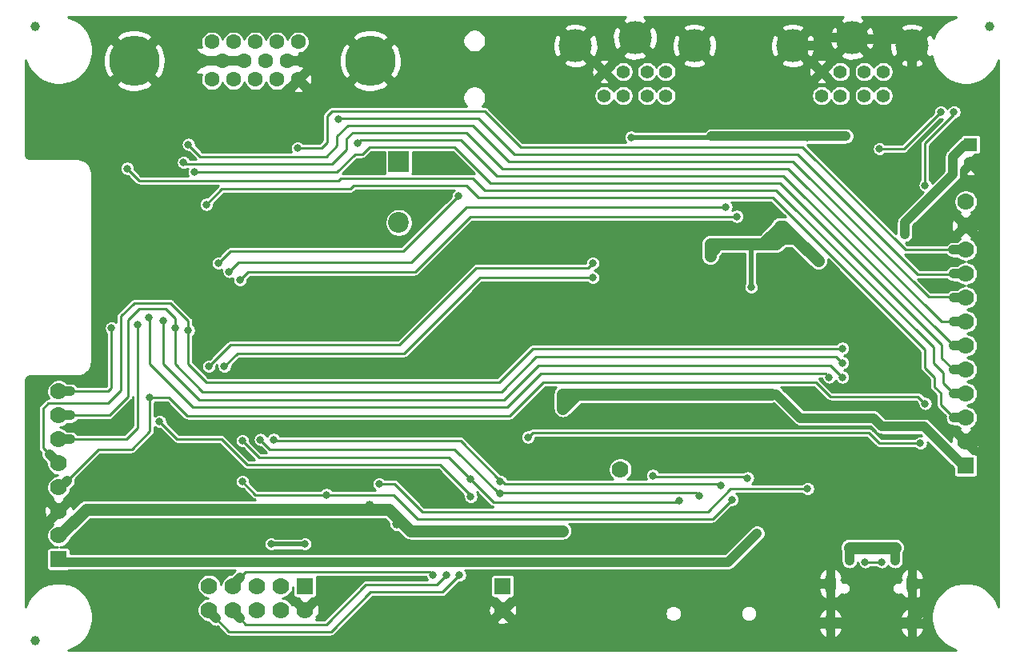
<source format=gbr>
G04 #@! TF.GenerationSoftware,KiCad,Pcbnew,5.1.0-rc2-unknown-036be7d~80~ubuntu16.04.1*
G04 #@! TF.CreationDate,2023-05-05T15:17:37+03:00*
G04 #@! TF.ProjectId,ESP32-SBC-FabGL_Rev_A,45535033-322d-4534-9243-2d466162474c,A*
G04 #@! TF.SameCoordinates,Original*
G04 #@! TF.FileFunction,Copper,L2,Bot*
G04 #@! TF.FilePolarity,Positive*
%FSLAX46Y46*%
G04 Gerber Fmt 4.6, Leading zero omitted, Abs format (unit mm)*
G04 Created by KiCad (PCBNEW 5.1.0-rc2-unknown-036be7d~80~ubuntu16.04.1) date 2023-05-05 15:17:37*
%MOMM*%
%LPD*%
G04 APERTURE LIST*
%ADD10C,1.400000*%
%ADD11R,1.400000X1.400000*%
%ADD12R,2.200000X2.200000*%
%ADD13C,2.200000*%
%ADD14C,1.778000*%
%ADD15C,1.000000*%
%ADD16C,3.500000*%
%ADD17C,1.410000*%
%ADD18O,1.200000X2.200000*%
%ADD19O,1.300000X2.000000*%
%ADD20C,0.700000*%
%ADD21C,1.500000*%
%ADD22R,1.778000X1.778000*%
%ADD23C,1.600000*%
%ADD24C,5.300000*%
%ADD25C,0.800000*%
%ADD26C,0.508000*%
%ADD27C,1.016000*%
%ADD28C,0.762000*%
%ADD29C,0.254000*%
%ADD30C,1.270000*%
G04 APERTURE END LIST*
D10*
X200538220Y-64000760D03*
D11*
X200535680Y-61971300D03*
D12*
X140000000Y-63750000D03*
D13*
X140000000Y-70250000D03*
D14*
X163449000Y-96393000D03*
D15*
X101500000Y-114500000D03*
X101500000Y-49500000D03*
X202500000Y-49500000D03*
D16*
X158700000Y-51500000D03*
X165000000Y-50700000D03*
X171300000Y-51500000D03*
D17*
X163730000Y-56810000D03*
X166270000Y-56810000D03*
X168260000Y-56810000D03*
X161740000Y-56810000D03*
X168260000Y-54270000D03*
X161740000Y-54270000D03*
X166270000Y-54270000D03*
X163730000Y-54270000D03*
D16*
X181700000Y-51500000D03*
X188000000Y-50700000D03*
X194300000Y-51500000D03*
D17*
X186730000Y-56810000D03*
X189270000Y-56810000D03*
X191260000Y-56810000D03*
X184740000Y-56810000D03*
X191260000Y-54270000D03*
X184740000Y-54270000D03*
X189270000Y-54270000D03*
X186730000Y-54270000D03*
D18*
X194320000Y-108470000D03*
D19*
X194320000Y-112650000D03*
X185680000Y-112650000D03*
D18*
X185680000Y-108470000D03*
D20*
X115240000Y-77900000D03*
X116640000Y-77900000D03*
X117340000Y-77200000D03*
X117340000Y-75800000D03*
X116640000Y-75100000D03*
X115240000Y-75100000D03*
X114540000Y-75800000D03*
X114540000Y-77200000D03*
D21*
X115940000Y-76500000D03*
D22*
X130080000Y-108730000D03*
D14*
X130080000Y-111270000D03*
X127540000Y-108730000D03*
X127540000Y-111270000D03*
X125000000Y-108730000D03*
X125000000Y-111270000D03*
X122460000Y-108730000D03*
X122460000Y-111270000D03*
X119920000Y-108730000D03*
X119920000Y-111270000D03*
D23*
X120220000Y-55090000D03*
X122510000Y-55090000D03*
X124800000Y-55090000D03*
X127090000Y-55090000D03*
X129380000Y-55090000D03*
X119075000Y-53110000D03*
X121365000Y-53110000D03*
X123655000Y-53110000D03*
X125945000Y-53110000D03*
X128235000Y-53110000D03*
X120220000Y-51130000D03*
X122510000Y-51130000D03*
X124800000Y-51130000D03*
X127090000Y-51130000D03*
X129380000Y-51130000D03*
D24*
X136995000Y-53110000D03*
X112005000Y-53110000D03*
D22*
X151000000Y-108730000D03*
D14*
X151000000Y-111270000D03*
X104000000Y-90650000D03*
X104000000Y-88110000D03*
X104000000Y-93190000D03*
X104000000Y-95730000D03*
D22*
X104000000Y-105890000D03*
D14*
X104000000Y-103350000D03*
X104000000Y-100810000D03*
X104000000Y-98270000D03*
X200000000Y-70570000D03*
X200000000Y-68030000D03*
X200000000Y-73110000D03*
X200000000Y-75650000D03*
X200000000Y-80730000D03*
X200000000Y-78190000D03*
X200000000Y-83270000D03*
X200000000Y-85810000D03*
D22*
X200000000Y-95970000D03*
D14*
X200000000Y-93430000D03*
X200000000Y-90890000D03*
X200000000Y-88350000D03*
D15*
X177927000Y-103124000D03*
X187325000Y-61087000D03*
D25*
X183261000Y-61214000D03*
D15*
X173101000Y-61087000D03*
D25*
X164592000Y-61214000D03*
D15*
X159004000Y-70866000D03*
X186309000Y-64389000D03*
X178308000Y-68580000D03*
X177038000Y-68580000D03*
X153670000Y-70866000D03*
X159004000Y-79375000D03*
X184023000Y-79375000D03*
X159004000Y-95758000D03*
X180594000Y-95885000D03*
X180594000Y-97155000D03*
X180594000Y-103251000D03*
X180594000Y-104521000D03*
X170688000Y-102870000D03*
X159004000Y-104521000D03*
D25*
X119380000Y-61087000D03*
X124460000Y-61087000D03*
X131318000Y-61087000D03*
D15*
X108966000Y-63500000D03*
X108966000Y-68580000D03*
X114046000Y-63500000D03*
X135763000Y-64389000D03*
X144145000Y-64389000D03*
X108331000Y-85852000D03*
X108331000Y-81915000D03*
X107442000Y-91694000D03*
X108331000Y-86995000D03*
X110871000Y-91694000D03*
X114681000Y-93091000D03*
X119380000Y-80899000D03*
X125984000Y-81915000D03*
X124206000Y-80772000D03*
X125984000Y-85344000D03*
X116459000Y-91313000D03*
X107188000Y-102616000D03*
X107188000Y-104013000D03*
D25*
X184785000Y-102489000D03*
X189738000Y-100584000D03*
D15*
X189865000Y-96774000D03*
X185801000Y-106045000D03*
X194310000Y-106045000D03*
X196215000Y-106045000D03*
X185801000Y-104775000D03*
X199517000Y-103759000D03*
X195199000Y-98298000D03*
X192786000Y-100711000D03*
X183896000Y-89027000D03*
X193675000Y-90424000D03*
X197104000Y-76962000D03*
X197104000Y-74422000D03*
X197104000Y-64643000D03*
X177292000Y-94488000D03*
X173482000Y-93472000D03*
X166243000Y-103124000D03*
X178689000Y-113665000D03*
X166116000Y-114046000D03*
X173101000Y-108966000D03*
X178562000Y-74676000D03*
X188595000Y-63119000D03*
X185420000Y-58547000D03*
X190246000Y-58547000D03*
X168529000Y-77470000D03*
X169926000Y-81534000D03*
X166497000Y-81534000D03*
X174752000Y-59690000D03*
X163322000Y-58674000D03*
X176022000Y-81788000D03*
X153797000Y-61087000D03*
X150368000Y-50927000D03*
X144780000Y-67310000D03*
X141732000Y-68707000D03*
X139573000Y-79629000D03*
X144272000Y-76581000D03*
X146431000Y-72644000D03*
X135255000Y-79629000D03*
X137033000Y-102235000D03*
X130810000Y-102235000D03*
X144018000Y-104521000D03*
X126492000Y-102235000D03*
X153543000Y-96774000D03*
X142113000Y-111252000D03*
X143637000Y-111252000D03*
X145034000Y-111252000D03*
X168529000Y-74803000D03*
X160274000Y-108966000D03*
X156210000Y-114046000D03*
X146177000Y-114681000D03*
X138049000Y-114681000D03*
X129921000Y-114681000D03*
X119761000Y-114681000D03*
X110363000Y-114681000D03*
X116205000Y-109601000D03*
X106934000Y-108458000D03*
X117856000Y-104267000D03*
X133985000Y-104267000D03*
X101346000Y-106299000D03*
X101346000Y-96012000D03*
X101473000Y-88138000D03*
X109347000Y-96647000D03*
X119634000Y-97536000D03*
X120396000Y-91948000D03*
X134366000Y-91948000D03*
X142113000Y-91948000D03*
X149352000Y-92202000D03*
X141224000Y-98044000D03*
X135255000Y-98044000D03*
X174244000Y-104521000D03*
X180848000Y-107696000D03*
X189992000Y-114554000D03*
X195961000Y-114554000D03*
X154813000Y-89916000D03*
X159385000Y-90805000D03*
X165100000Y-90805000D03*
X159512000Y-93980000D03*
X174371000Y-90805000D03*
X180086000Y-90678000D03*
X181483000Y-82296000D03*
X187452000Y-98552000D03*
X187452000Y-93853000D03*
X202946000Y-107061000D03*
X202946000Y-99441000D03*
X202819000Y-88265000D03*
X202819000Y-82677000D03*
X202819000Y-75819000D03*
X202692000Y-68072000D03*
X202692000Y-56896000D03*
X195707000Y-56896000D03*
X162941000Y-71501000D03*
X186817000Y-77470000D03*
X162052000Y-81915000D03*
X153035000Y-81915000D03*
X153035000Y-77343000D03*
X157861000Y-73152000D03*
X147828000Y-81915000D03*
X149606000Y-85725000D03*
X150241000Y-79502000D03*
X132969000Y-85598000D03*
X131318000Y-76835000D03*
X133731000Y-70866000D03*
X136398000Y-67945000D03*
X197104000Y-70358000D03*
X187579000Y-65532000D03*
X123698000Y-71882000D03*
X121539000Y-68707000D03*
X116459000Y-68707000D03*
X118745000Y-71755000D03*
X114681000Y-71755000D03*
X108966000Y-72898000D03*
X108839000Y-76962000D03*
X102235000Y-61595000D03*
X102235000Y-56642000D03*
X106045000Y-59563000D03*
X111506000Y-59690000D03*
X116967000Y-57277000D03*
X124079000Y-57658000D03*
X121031000Y-57658000D03*
X128524000Y-57531000D03*
X107950000Y-49403000D03*
X116840000Y-49403000D03*
X134112000Y-49657000D03*
X140208000Y-57150000D03*
X133604000Y-56134000D03*
X142367000Y-49657000D03*
X145669000Y-51562000D03*
X156337000Y-49276000D03*
X157226000Y-57912000D03*
X160782000Y-61214000D03*
X176530000Y-50292000D03*
X178943000Y-56515000D03*
X173609000Y-55372000D03*
X169291000Y-58674000D03*
X150368000Y-104394000D03*
D25*
X113665000Y-88773000D03*
X195707000Y-89408000D03*
X176911000Y-97282000D03*
X166878000Y-97028000D03*
X195707000Y-66294000D03*
X198755000Y-58547000D03*
X191135000Y-106172000D03*
X189357000Y-106172000D03*
D15*
X157353000Y-102870000D03*
X188087000Y-90932000D03*
X191135000Y-91821000D03*
X157353000Y-88392000D03*
X157353000Y-89916000D03*
X170434000Y-88392000D03*
X155956000Y-102870000D03*
X178054000Y-88392000D03*
X179451000Y-88392000D03*
X106934000Y-100584000D03*
X136906000Y-100203000D03*
X139827000Y-102108000D03*
X142621000Y-102997000D03*
X193548000Y-71501000D03*
X193548000Y-70231000D03*
D25*
X153670000Y-92964000D03*
X195199000Y-93599000D03*
X183261000Y-98425000D03*
X189865000Y-104648000D03*
D15*
X192532000Y-106045000D03*
X187706000Y-106045000D03*
X192532000Y-104648000D03*
X187706000Y-104648000D03*
D25*
X190881000Y-62459093D03*
X197358000Y-58547000D03*
X137922000Y-97917000D03*
X123444000Y-93345000D03*
X169672000Y-99695000D03*
X147624800Y-97434400D03*
X186944000Y-86614000D03*
X115062000Y-80645000D03*
X185547000Y-86614000D03*
X113538000Y-80264000D03*
X186944000Y-83566000D03*
X117729000Y-81661000D03*
X112395000Y-81026000D03*
X160528000Y-76073000D03*
X121539000Y-85471000D03*
X160528000Y-74549000D03*
X119888000Y-85471000D03*
X175768000Y-69596000D03*
X123190000Y-76327000D03*
X174625000Y-68580000D03*
X122047000Y-75438000D03*
X117729000Y-61976000D03*
X117221000Y-63881000D03*
X135636000Y-61849000D03*
X118364000Y-64897000D03*
X111252000Y-64516000D03*
X119634000Y-68326000D03*
X126746000Y-93218000D03*
X174117000Y-98044000D03*
X150749000Y-97663000D03*
X129286000Y-62357000D03*
X133604000Y-59309000D03*
X120904000Y-74549000D03*
X146304000Y-67437000D03*
D15*
X172974000Y-73787000D03*
X172974000Y-72517000D03*
X180594000Y-70612000D03*
X180594000Y-71882000D03*
X183388000Y-73279000D03*
X184404000Y-74295000D03*
D25*
X177292000Y-77089000D03*
X146431000Y-107569000D03*
X143637000Y-107569000D03*
X145034000Y-107569000D03*
X114681000Y-91313000D03*
X147624800Y-99237800D03*
X109601000Y-81407000D03*
X123444000Y-97663000D03*
X175260000Y-99568000D03*
X132334000Y-99060000D03*
X125349000Y-93218000D03*
X171831000Y-99187000D03*
X150749000Y-98933000D03*
X130048000Y-104267000D03*
X126492000Y-104267000D03*
X186944000Y-85090000D03*
X116332000Y-81407000D03*
D26*
X183261000Y-61214000D02*
X183642000Y-61214000D01*
X183642000Y-61214000D02*
X183769000Y-61087000D01*
D27*
X187325000Y-61087000D02*
X183769000Y-61087000D01*
X183769000Y-61087000D02*
X173101000Y-61087000D01*
D26*
X172974000Y-61214000D02*
X173101000Y-61087000D01*
X164592000Y-61214000D02*
X172974000Y-61214000D01*
D27*
X104282000Y-106172000D02*
X104000000Y-105890000D01*
X174879000Y-106172000D02*
X104282000Y-106172000D01*
X177927000Y-103124000D02*
X174879000Y-106172000D01*
X112005000Y-53110000D02*
X115839000Y-49276000D01*
X115839000Y-49276000D02*
X155194000Y-49276000D01*
X177038000Y-68580000D02*
X177038000Y-70866000D01*
X159004000Y-70866000D02*
X153670000Y-70866000D01*
X167513000Y-70866000D02*
X167513000Y-76835000D01*
X177038000Y-70866000D02*
X167513000Y-70866000D01*
X167513000Y-70866000D02*
X159004000Y-70866000D01*
X159004000Y-79375000D02*
X172720000Y-79375000D01*
X184023000Y-79375000D02*
X176276000Y-79375000D01*
X202557760Y-64000760D02*
X202565000Y-64008000D01*
X200538220Y-64000760D02*
X202557760Y-64000760D01*
X202565000Y-64008000D02*
X202565000Y-59436000D01*
X202565000Y-70570000D02*
X202565000Y-64008000D01*
X200000000Y-70570000D02*
X202565000Y-70570000D01*
X202565000Y-70570000D02*
X202565000Y-89535000D01*
X180594000Y-97155000D02*
X180594000Y-95885000D01*
X180594000Y-104521000D02*
X180594000Y-103251000D01*
X169037000Y-104521000D02*
X159004000Y-104521000D01*
X170688000Y-102870000D02*
X169037000Y-104521000D01*
X119380000Y-61087000D02*
X124460000Y-61087000D01*
X121365000Y-53110000D02*
X120166000Y-53110000D01*
X119075000Y-53110000D02*
X120166000Y-53110000D01*
X121365000Y-53110000D02*
X122277000Y-53110000D01*
X123655000Y-53110000D02*
X122277000Y-53110000D01*
X119075000Y-53110000D02*
X116943000Y-53110000D01*
X128235000Y-53110000D02*
X130659000Y-53110000D01*
X124460000Y-61087000D02*
X131318000Y-61087000D01*
X131318000Y-57785000D02*
X131318000Y-61087000D01*
X107442000Y-91694000D02*
X110871000Y-91694000D01*
X108331000Y-56784000D02*
X108331000Y-85852000D01*
X112005000Y-53110000D02*
X108331000Y-56784000D01*
X119380000Y-80899000D02*
X119380000Y-76835000D01*
X120015000Y-81915000D02*
X125984000Y-81915000D01*
X119380000Y-81280000D02*
X120015000Y-81915000D01*
X119380000Y-80899000D02*
X119380000Y-81280000D01*
X194310000Y-112522000D02*
X183388000Y-112522000D01*
X199517000Y-103759000D02*
X199517000Y-105283000D01*
X195707000Y-109093000D02*
X195707000Y-111125000D01*
X199517000Y-105283000D02*
X195707000Y-109093000D01*
X195707000Y-111125000D02*
X194310000Y-112522000D01*
X180594000Y-103251000D02*
X184023000Y-103251000D01*
X184023000Y-103251000D02*
X185801000Y-101473000D01*
X185801000Y-101473000D02*
X197231000Y-101473000D01*
X197231000Y-101473000D02*
X199517000Y-103759000D01*
X202015000Y-93430000D02*
X200000000Y-93430000D01*
X202057000Y-93472000D02*
X202015000Y-93430000D01*
X202057000Y-101219000D02*
X202057000Y-93472000D01*
X199517000Y-103759000D02*
X202057000Y-101219000D01*
X202565000Y-92964000D02*
X202565000Y-89535000D01*
X202057000Y-93472000D02*
X202565000Y-92964000D01*
X160147000Y-95758000D02*
X159004000Y-95758000D01*
X161925000Y-93980000D02*
X160147000Y-95758000D01*
X172974000Y-93980000D02*
X161925000Y-93980000D01*
X173482000Y-93472000D02*
X172974000Y-93980000D01*
X194300000Y-51500000D02*
X194300000Y-54219000D01*
X194300000Y-54219000D02*
X196596000Y-56515000D01*
X199644000Y-56515000D02*
X202565000Y-59436000D01*
X196596000Y-56515000D02*
X199644000Y-56515000D01*
X193600000Y-50800000D02*
X194300000Y-51500000D01*
X188100000Y-50800000D02*
X193600000Y-50800000D01*
X188000000Y-50700000D02*
X188100000Y-50800000D01*
X184593000Y-51500000D02*
X181700000Y-51500000D01*
X185393000Y-50700000D02*
X184593000Y-51500000D01*
X188000000Y-50700000D02*
X185393000Y-50700000D01*
X149352000Y-70866000D02*
X153670000Y-70866000D01*
X138303000Y-81915000D02*
X149352000Y-70866000D01*
X125984000Y-81915000D02*
X138303000Y-81915000D01*
X136652000Y-102616000D02*
X137033000Y-102235000D01*
X107188000Y-102616000D02*
X136652000Y-102616000D01*
X144018000Y-104521000D02*
X159004000Y-104521000D01*
X140208000Y-104521000D02*
X144018000Y-104521000D01*
X137922000Y-102235000D02*
X140208000Y-104521000D01*
X137033000Y-102235000D02*
X137922000Y-102235000D01*
D28*
X143637000Y-111252000D02*
X145034000Y-111252000D01*
D27*
X177292000Y-94488000D02*
X174498000Y-94488000D01*
X174498000Y-94488000D02*
X173482000Y-93472000D01*
X178689000Y-95885000D02*
X177292000Y-94488000D01*
X180594000Y-95885000D02*
X178689000Y-95885000D01*
X104000000Y-98270000D02*
X104168000Y-98270000D01*
X104168000Y-98270000D02*
X104902000Y-97536000D01*
D29*
X111760000Y-94234000D02*
X113665000Y-92329000D01*
X108204000Y-94234000D02*
X111760000Y-94234000D01*
X113665000Y-92329000D02*
X113665000Y-88773000D01*
X104902000Y-97536000D02*
X108204000Y-94234000D01*
X115697000Y-88773000D02*
X113665000Y-88773000D01*
X195707000Y-89408000D02*
X194945000Y-88646000D01*
X155321000Y-87122000D02*
X151765000Y-90678000D01*
X194945000Y-88646000D02*
X185674000Y-88646000D01*
X185674000Y-88646000D02*
X184150000Y-87122000D01*
X184150000Y-87122000D02*
X155321000Y-87122000D01*
X151765000Y-90678000D02*
X117602000Y-90678000D01*
X117602000Y-90678000D02*
X115697000Y-88773000D01*
X167005000Y-97155000D02*
X166878000Y-97028000D01*
X176784000Y-97155000D02*
X167005000Y-97155000D01*
X176911000Y-97282000D02*
X176784000Y-97155000D01*
X195707000Y-61849000D02*
X195707000Y-66294000D01*
X198755000Y-58801000D02*
X195707000Y-61849000D01*
X198755000Y-58547000D02*
X198755000Y-58801000D01*
X189357000Y-106172000D02*
X191135000Y-106172000D01*
D27*
X104000000Y-103350000D02*
X104168000Y-103350000D01*
X190246000Y-90932000D02*
X191135000Y-91821000D01*
X188087000Y-90932000D02*
X190246000Y-90932000D01*
X195580000Y-91821000D02*
X191135000Y-91821000D01*
X199729000Y-95970000D02*
X195580000Y-91821000D01*
X200000000Y-95970000D02*
X199729000Y-95970000D01*
D30*
X157353000Y-89916000D02*
X157353000Y-88392000D01*
D27*
X157607000Y-89916000D02*
X159131000Y-88392000D01*
X157353000Y-89916000D02*
X157607000Y-89916000D01*
D30*
X157353000Y-88392000D02*
X159131000Y-88392000D01*
X170434000Y-88392000D02*
X159131000Y-88392000D01*
X170434000Y-88392000D02*
X178054000Y-88392000D01*
X179451000Y-88392000D02*
X178054000Y-88392000D01*
X104168000Y-103350000D02*
X106934000Y-100584000D01*
D26*
X137287000Y-100584000D02*
X136906000Y-100203000D01*
X137414000Y-100584000D02*
X137287000Y-100584000D01*
D30*
X106934000Y-100584000D02*
X137414000Y-100584000D01*
X137414000Y-100584000D02*
X138938000Y-100584000D01*
D26*
X139827000Y-102108000D02*
X140462000Y-102108000D01*
D30*
X140462000Y-102108000D02*
X141224000Y-102870000D01*
X138938000Y-100584000D02*
X140462000Y-102108000D01*
D29*
X143002000Y-102997000D02*
X143129000Y-102870000D01*
X142621000Y-102997000D02*
X143002000Y-102997000D01*
D30*
X143129000Y-102870000D02*
X157353000Y-102870000D01*
X141224000Y-102870000D02*
X143129000Y-102870000D01*
D27*
X182499000Y-90932000D02*
X188087000Y-90932000D01*
X179959000Y-88392000D02*
X182499000Y-90932000D01*
X179451000Y-88392000D02*
X179959000Y-88392000D01*
X193548000Y-70231000D02*
X193548000Y-71501000D01*
X198628000Y-65151000D02*
X193548000Y-70231000D01*
X198628000Y-63246000D02*
X198628000Y-65151000D01*
X199902700Y-61971300D02*
X198628000Y-63246000D01*
X200535680Y-61971300D02*
X199902700Y-61971300D01*
D29*
X154178000Y-92456000D02*
X153670000Y-92964000D01*
X189738000Y-92456000D02*
X154178000Y-92456000D01*
X190881000Y-93599000D02*
X189738000Y-92456000D01*
X195199000Y-93599000D02*
X190881000Y-93599000D01*
D30*
X189865000Y-104648000D02*
X192532000Y-104648000D01*
X187706000Y-104648000D02*
X189865000Y-104648000D01*
D27*
X187706000Y-106045000D02*
X187706000Y-104648000D01*
X192532000Y-106045000D02*
X192532000Y-104648000D01*
D29*
X193445907Y-62459093D02*
X197358000Y-58547000D01*
X190881000Y-62459093D02*
X193445907Y-62459093D01*
X175133000Y-98425000D02*
X183261000Y-98425000D01*
X137922000Y-97917000D02*
X139573000Y-97917000D01*
X139573000Y-97917000D02*
X142494000Y-100838000D01*
X172720000Y-100838000D02*
X175133000Y-98425000D01*
X142494000Y-100838000D02*
X172720000Y-100838000D01*
X125222000Y-95123000D02*
X123444000Y-93345000D01*
X145313400Y-95123000D02*
X125222000Y-95123000D01*
X147624800Y-97434400D02*
X145313400Y-95123000D01*
X150012400Y-99822000D02*
X169545000Y-99822000D01*
X169545000Y-99822000D02*
X169672000Y-99695000D01*
X147624800Y-97434400D02*
X150012400Y-99822000D01*
X154813000Y-85344000D02*
X185674000Y-85344000D01*
X185674000Y-85344000D02*
X186944000Y-86614000D01*
X115062000Y-80645000D02*
X115062000Y-85217000D01*
X115062000Y-85217000D02*
X118872000Y-89027000D01*
X118872000Y-89027000D02*
X151130000Y-89027000D01*
X151130000Y-89027000D02*
X154813000Y-85344000D01*
X185166000Y-86233000D02*
X185547000Y-86614000D01*
X155067000Y-86233000D02*
X185166000Y-86233000D01*
X151511000Y-89789000D02*
X155067000Y-86233000D01*
X113538000Y-80264000D02*
X113665000Y-80391000D01*
X113665000Y-85217000D02*
X118237000Y-89789000D01*
X113665000Y-80391000D02*
X113665000Y-85217000D01*
X118237000Y-89789000D02*
X151511000Y-89789000D01*
D27*
X104000000Y-95730000D02*
X103012000Y-94742000D01*
D29*
X117729000Y-85217000D02*
X117729000Y-81661000D01*
X186944000Y-83566000D02*
X154178000Y-83566000D01*
X154178000Y-83566000D02*
X150622000Y-87122000D01*
X150622000Y-87122000D02*
X119634000Y-87122000D01*
X119634000Y-87122000D02*
X117729000Y-85217000D01*
X102362000Y-94092000D02*
X103012000Y-94742000D01*
X102362000Y-89916000D02*
X102362000Y-94092000D01*
X102895400Y-89382600D02*
X102362000Y-89916000D01*
X109245400Y-89382600D02*
X102895400Y-89382600D01*
X110617000Y-88011000D02*
X109245400Y-89382600D01*
X110617000Y-80137000D02*
X110617000Y-88011000D01*
X117729000Y-81661000D02*
X117729000Y-80645000D01*
X115824000Y-78740000D02*
X112014000Y-78740000D01*
X117729000Y-80645000D02*
X115824000Y-78740000D01*
X112014000Y-78740000D02*
X110617000Y-80137000D01*
X112395000Y-81026000D02*
X112395000Y-91948000D01*
D27*
X104000000Y-93190000D02*
X105255000Y-93190000D01*
D29*
X111153000Y-93190000D02*
X112395000Y-91948000D01*
X105255000Y-93190000D02*
X111153000Y-93190000D01*
X148590000Y-76073000D02*
X160528000Y-76073000D01*
X140589000Y-84074000D02*
X148590000Y-76073000D01*
X122936000Y-84074000D02*
X140589000Y-84074000D01*
X121539000Y-85471000D02*
X122936000Y-84074000D01*
X160020000Y-75057000D02*
X160528000Y-74549000D01*
X119888000Y-85471000D02*
X122174000Y-83185000D01*
X122174000Y-83185000D02*
X140081000Y-83185000D01*
X140081000Y-83185000D02*
X148209000Y-75057000D01*
X148209000Y-75057000D02*
X160020000Y-75057000D01*
X147574000Y-69596000D02*
X175768000Y-69596000D01*
X141732000Y-75438000D02*
X147574000Y-69596000D01*
X124079000Y-75438000D02*
X141732000Y-75438000D01*
X123190000Y-76327000D02*
X124079000Y-75438000D01*
X147193000Y-68580000D02*
X174625000Y-68580000D01*
X141351000Y-74422000D02*
X147193000Y-68580000D01*
X123063000Y-74422000D02*
X141351000Y-74422000D01*
X122047000Y-75438000D02*
X123063000Y-74422000D01*
D27*
X200000000Y-78190000D02*
X198713000Y-78190000D01*
D29*
X118999000Y-63246000D02*
X117729000Y-61976000D01*
X181737000Y-63754000D02*
X151638000Y-63754000D01*
X196088000Y-78105000D02*
X181737000Y-63754000D01*
X198628000Y-78105000D02*
X196088000Y-78105000D01*
X198713000Y-78190000D02*
X198628000Y-78105000D01*
X151638000Y-63754000D02*
X147828000Y-59944000D01*
X147828000Y-59944000D02*
X134620000Y-59944000D01*
X134620000Y-59944000D02*
X133477000Y-61087000D01*
X133477000Y-62103000D02*
X132334000Y-63246000D01*
X132334000Y-63246000D02*
X118999000Y-63246000D01*
X133477000Y-61087000D02*
X133477000Y-62103000D01*
D27*
X200000000Y-80730000D02*
X198713000Y-80730000D01*
D29*
X132969000Y-64008000D02*
X117348000Y-64008000D01*
X134493000Y-62484000D02*
X132969000Y-64008000D01*
X134493000Y-61341000D02*
X134493000Y-62484000D01*
X135128000Y-60706000D02*
X134493000Y-61341000D01*
X147193000Y-60706000D02*
X135128000Y-60706000D01*
X117348000Y-64008000D02*
X117221000Y-63881000D01*
X198713000Y-80730000D02*
X197443000Y-80730000D01*
X197443000Y-80730000D02*
X181229000Y-64516000D01*
X181229000Y-64516000D02*
X151003000Y-64516000D01*
X151003000Y-64516000D02*
X147193000Y-60706000D01*
D27*
X198713000Y-83270000D02*
X200000000Y-83270000D01*
D29*
X180721000Y-65278000D02*
X198713000Y-83270000D01*
X150368000Y-65278000D02*
X180721000Y-65278000D01*
X146558000Y-61468000D02*
X150368000Y-65278000D01*
X136017000Y-61468000D02*
X146558000Y-61468000D01*
X135636000Y-61849000D02*
X136017000Y-61468000D01*
D27*
X200000000Y-85810000D02*
X198713000Y-85810000D01*
D29*
X135382000Y-62992000D02*
X133477000Y-64897000D01*
X136144000Y-62992000D02*
X135382000Y-62992000D01*
X133477000Y-64897000D02*
X118364000Y-64897000D01*
X136906000Y-62230000D02*
X136144000Y-62992000D01*
X145923000Y-62230000D02*
X136906000Y-62230000D01*
X149733000Y-66040000D02*
X145923000Y-62230000D01*
X198713000Y-85810000D02*
X197485000Y-84582000D01*
X197485000Y-84582000D02*
X197485000Y-83185000D01*
X197485000Y-83185000D02*
X180340000Y-66040000D01*
X180340000Y-66040000D02*
X149733000Y-66040000D01*
D27*
X198713000Y-88350000D02*
X200000000Y-88350000D01*
D29*
X197612000Y-87249000D02*
X198713000Y-88350000D01*
X112522000Y-65786000D02*
X133604000Y-65786000D01*
X133604000Y-65786000D02*
X133858000Y-65532000D01*
X133858000Y-65532000D02*
X147828000Y-65532000D01*
X111252000Y-64516000D02*
X112522000Y-65786000D01*
X147828000Y-65532000D02*
X149098000Y-66802000D01*
X149098000Y-66802000D02*
X179959000Y-66802000D01*
X179959000Y-66802000D02*
X196596000Y-83439000D01*
X196596000Y-83439000D02*
X196596000Y-85090000D01*
X197612000Y-86106000D02*
X197612000Y-87249000D01*
X196596000Y-85090000D02*
X197612000Y-86106000D01*
D27*
X198713000Y-90890000D02*
X200000000Y-90890000D01*
D29*
X134874000Y-66675000D02*
X121285000Y-66675000D01*
X135255000Y-66294000D02*
X134874000Y-66675000D01*
X197358000Y-88265000D02*
X196723000Y-87630000D01*
X197358000Y-89535000D02*
X197358000Y-88265000D01*
X121285000Y-66675000D02*
X119634000Y-68326000D01*
X198713000Y-90890000D02*
X197358000Y-89535000D01*
X196723000Y-87630000D02*
X196723000Y-86614000D01*
X195707000Y-85598000D02*
X195707000Y-83693000D01*
X196723000Y-86614000D02*
X195707000Y-85598000D01*
X195707000Y-83693000D02*
X179578000Y-67564000D01*
X179578000Y-67564000D02*
X148463000Y-67564000D01*
X148463000Y-67564000D02*
X147193000Y-66294000D01*
X147193000Y-66294000D02*
X135255000Y-66294000D01*
X151257000Y-97917000D02*
X173990000Y-97917000D01*
X151003000Y-97663000D02*
X151257000Y-97917000D01*
X173990000Y-97917000D02*
X174117000Y-98044000D01*
X150749000Y-97663000D02*
X151003000Y-97663000D01*
X150749000Y-97536000D02*
X150749000Y-97663000D01*
X146558000Y-93345000D02*
X150749000Y-97536000D01*
X126873000Y-93345000D02*
X146558000Y-93345000D01*
X126746000Y-93218000D02*
X126873000Y-93345000D01*
D27*
X200000000Y-73110000D02*
X198670000Y-73110000D01*
D29*
X193633000Y-73110000D02*
X198670000Y-73110000D01*
X182753000Y-62230000D02*
X193633000Y-73110000D01*
X152908000Y-62230000D02*
X182753000Y-62230000D01*
X149098000Y-58420000D02*
X152908000Y-62230000D01*
X132969000Y-58420000D02*
X149098000Y-58420000D01*
X129286000Y-62357000D02*
X131826000Y-62357000D01*
X131826000Y-62357000D02*
X132461000Y-61722000D01*
X132461000Y-61722000D02*
X132461000Y-58928000D01*
X132461000Y-58928000D02*
X132969000Y-58420000D01*
D27*
X200000000Y-75650000D02*
X198713000Y-75650000D01*
D29*
X148463000Y-59182000D02*
X133731000Y-59182000D01*
X152273000Y-62992000D02*
X148463000Y-59182000D01*
X133731000Y-59182000D02*
X133604000Y-59309000D01*
X198713000Y-75650000D02*
X198671000Y-75692000D01*
X194945000Y-75692000D02*
X182245000Y-62992000D01*
X198671000Y-75692000D02*
X194945000Y-75692000D01*
X182245000Y-62992000D02*
X152273000Y-62992000D01*
X122174000Y-73279000D02*
X120904000Y-74549000D01*
X140462000Y-73279000D02*
X122174000Y-73279000D01*
X146304000Y-67437000D02*
X140462000Y-73279000D01*
D30*
X180721000Y-70612000D02*
X180340000Y-70612000D01*
X180340000Y-70612000D02*
X180594000Y-70612000D01*
X179959000Y-72517000D02*
X180594000Y-71882000D01*
X180594000Y-71882000D02*
X180594000Y-70612000D01*
X181483000Y-71882000D02*
X181737000Y-71628000D01*
X180594000Y-71882000D02*
X181483000Y-71882000D01*
X181737000Y-71628000D02*
X180721000Y-70612000D01*
X184404000Y-74295000D02*
X181737000Y-71628000D01*
X172974000Y-73787000D02*
X172974000Y-72517000D01*
X172974000Y-73406000D02*
X173863000Y-72517000D01*
X172974000Y-73787000D02*
X172974000Y-73406000D01*
X172974000Y-72517000D02*
X173863000Y-72517000D01*
D26*
X177292000Y-72898000D02*
X177673000Y-72517000D01*
X177292000Y-77089000D02*
X177292000Y-72898000D01*
D30*
X177673000Y-72517000D02*
X179197000Y-72517000D01*
X179197000Y-72517000D02*
X179959000Y-72517000D01*
X173863000Y-72517000D02*
X177673000Y-72517000D01*
D27*
X180340000Y-70612000D02*
X178435000Y-72517000D01*
X178435000Y-72517000D02*
X178816000Y-72517000D01*
X178816000Y-72517000D02*
X179197000Y-72136000D01*
X179197000Y-72136000D02*
X179197000Y-72517000D01*
X119920000Y-111270000D02*
X119920000Y-111411000D01*
X119920000Y-111411000D02*
X120650000Y-112141000D01*
D29*
X144653000Y-109347000D02*
X146431000Y-107569000D01*
X120650000Y-112141000D02*
X122047000Y-113538000D01*
X122047000Y-113538000D02*
X132842000Y-113538000D01*
X132842000Y-113538000D02*
X137033000Y-109347000D01*
X137033000Y-109347000D02*
X144653000Y-109347000D01*
D27*
X122460000Y-108730000D02*
X122460000Y-108553000D01*
X122460000Y-108553000D02*
X123190000Y-107823000D01*
D29*
X143256000Y-107188000D02*
X143637000Y-107569000D01*
X123825000Y-107188000D02*
X143256000Y-107188000D01*
X123190000Y-107823000D02*
X123825000Y-107188000D01*
D27*
X122460000Y-111270000D02*
X122460000Y-111411000D01*
X122460000Y-111411000D02*
X123190000Y-112141000D01*
D29*
X123825000Y-112776000D02*
X123190000Y-112141000D01*
X145034000Y-107569000D02*
X144018000Y-108585000D01*
X144018000Y-108585000D02*
X136525000Y-108585000D01*
X136525000Y-108585000D02*
X132334000Y-112776000D01*
X132334000Y-112776000D02*
X123825000Y-112776000D01*
X147624800Y-99110800D02*
X147624800Y-99237800D01*
X144399000Y-95885000D02*
X147624800Y-99110800D01*
X114681000Y-91313000D02*
X116522500Y-93154500D01*
X116522500Y-93154500D02*
X121221500Y-93154500D01*
X121221500Y-93154500D02*
X123952000Y-95885000D01*
X123952000Y-95885000D02*
X144399000Y-95885000D01*
D27*
X104000000Y-88110000D02*
X105255000Y-88110000D01*
D29*
X109601000Y-81407000D02*
X109601000Y-87757000D01*
X109601000Y-87757000D02*
X109248000Y-88110000D01*
X109248000Y-88110000D02*
X105255000Y-88110000D01*
X123444000Y-97663000D02*
X124841000Y-99060000D01*
X124841000Y-99060000D02*
X132334000Y-99060000D01*
X173228000Y-101600000D02*
X175260000Y-99568000D01*
X141986000Y-101600000D02*
X173228000Y-101600000D01*
X139446000Y-99060000D02*
X141986000Y-101600000D01*
X132334000Y-99060000D02*
X139446000Y-99060000D01*
X150876000Y-98806000D02*
X150749000Y-98933000D01*
X171450000Y-98806000D02*
X150876000Y-98806000D01*
X171831000Y-99187000D02*
X171450000Y-98806000D01*
X145923000Y-94234000D02*
X126365000Y-94234000D01*
X150622000Y-98933000D02*
X145923000Y-94234000D01*
X126365000Y-94234000D02*
X125349000Y-93218000D01*
X150749000Y-98933000D02*
X150622000Y-98933000D01*
D26*
X130048000Y-104267000D02*
X126492000Y-104267000D01*
D27*
X104000000Y-90650000D02*
X105255000Y-90650000D01*
D29*
X154559000Y-84455000D02*
X186309000Y-84455000D01*
X116332000Y-81407000D02*
X116332000Y-85217000D01*
X116332000Y-85217000D02*
X119253000Y-88138000D01*
X186309000Y-84455000D02*
X186944000Y-85090000D01*
X119253000Y-88138000D02*
X150876000Y-88138000D01*
X150876000Y-88138000D02*
X154559000Y-84455000D01*
X109375000Y-90650000D02*
X105255000Y-90650000D01*
X111379000Y-88646000D02*
X109375000Y-90650000D01*
X111379000Y-80518000D02*
X111379000Y-88646000D01*
X116332000Y-81407000D02*
X116332000Y-80391000D01*
X115316000Y-79375000D02*
X112522000Y-79375000D01*
X116332000Y-80391000D02*
X115316000Y-79375000D01*
X112522000Y-79375000D02*
X111379000Y-80518000D01*
G36*
X163917500Y-48561870D02*
G01*
X163710154Y-48871339D01*
X165000000Y-50161185D01*
X166289846Y-48871339D01*
X166082500Y-48561870D01*
X165943811Y-48508000D01*
X187047554Y-48508000D01*
X186917500Y-48561870D01*
X186710154Y-48871339D01*
X188000000Y-50161185D01*
X189289846Y-48871339D01*
X189082500Y-48561870D01*
X188943811Y-48508000D01*
X198964078Y-48508000D01*
X198942043Y-48512383D01*
X198281971Y-48785794D01*
X197687922Y-49182725D01*
X197182725Y-49687922D01*
X196785794Y-50281971D01*
X196581911Y-50774188D01*
X196577329Y-50753558D01*
X196438130Y-50417500D01*
X196128661Y-50210154D01*
X194838815Y-51500000D01*
X196128661Y-52789846D01*
X196420199Y-52594514D01*
X196512383Y-53057957D01*
X196785794Y-53718029D01*
X197182725Y-54312078D01*
X197687922Y-54817275D01*
X198281971Y-55214206D01*
X198942043Y-55487617D01*
X199642772Y-55627000D01*
X200357228Y-55627000D01*
X201057957Y-55487617D01*
X201718029Y-55214206D01*
X202312078Y-54817275D01*
X202817275Y-54312078D01*
X203214206Y-53718029D01*
X203487617Y-53057957D01*
X203492000Y-53035922D01*
X203492001Y-110964083D01*
X203487617Y-110942043D01*
X203214206Y-110281971D01*
X202817275Y-109687922D01*
X202312078Y-109182725D01*
X201718029Y-108785794D01*
X201057957Y-108512383D01*
X200357228Y-108373000D01*
X199642772Y-108373000D01*
X198942043Y-108512383D01*
X198281971Y-108785794D01*
X197687922Y-109182725D01*
X197182725Y-109687922D01*
X196785794Y-110281971D01*
X196512383Y-110942043D01*
X196373000Y-111642772D01*
X196373000Y-112357228D01*
X196512383Y-113057957D01*
X196785794Y-113718029D01*
X197182725Y-114312078D01*
X197687922Y-114817275D01*
X198281971Y-115214206D01*
X198942043Y-115487617D01*
X198964078Y-115492000D01*
X105035922Y-115492000D01*
X105057957Y-115487617D01*
X105718029Y-115214206D01*
X106312078Y-114817275D01*
X106817275Y-114312078D01*
X107214206Y-113718029D01*
X107487617Y-113057957D01*
X107627000Y-112357228D01*
X107627000Y-111642772D01*
X107487617Y-110942043D01*
X107214206Y-110281971D01*
X106817275Y-109687922D01*
X106312078Y-109182725D01*
X105718029Y-108785794D01*
X105057957Y-108512383D01*
X104357228Y-108373000D01*
X103642772Y-108373000D01*
X102942043Y-108512383D01*
X102281971Y-108785794D01*
X101687922Y-109182725D01*
X101182725Y-109687922D01*
X100785794Y-110281971D01*
X100512383Y-110942043D01*
X100508000Y-110964078D01*
X100508000Y-100834222D01*
X102468818Y-100834222D01*
X102502964Y-101132475D01*
X102576103Y-101373580D01*
X102798140Y-101473045D01*
X103461185Y-100810000D01*
X102798140Y-100146955D01*
X102576103Y-100246420D01*
X102493513Y-100535037D01*
X102468818Y-100834222D01*
X100508000Y-100834222D01*
X100508000Y-89916000D01*
X101851543Y-89916000D01*
X101854000Y-89940944D01*
X101854001Y-94067046D01*
X101851543Y-94092000D01*
X101855721Y-94134415D01*
X101861352Y-94191585D01*
X101890400Y-94287343D01*
X101937571Y-94375595D01*
X101981681Y-94429343D01*
X102001053Y-94452948D01*
X102020430Y-94468850D01*
X102134379Y-94582799D01*
X102118700Y-94742000D01*
X102135864Y-94916274D01*
X102186698Y-95083852D01*
X102269248Y-95238291D01*
X102352505Y-95339740D01*
X102730000Y-95717235D01*
X102730000Y-95855084D01*
X102778805Y-96100445D01*
X102874541Y-96331571D01*
X103013527Y-96539578D01*
X103190422Y-96716473D01*
X103398429Y-96855459D01*
X103629555Y-96951195D01*
X103874916Y-97000000D01*
X103629555Y-97048805D01*
X103398429Y-97144541D01*
X103190422Y-97283527D01*
X103013527Y-97460422D01*
X102874541Y-97668429D01*
X102778805Y-97899555D01*
X102730000Y-98144916D01*
X102730000Y-98395084D01*
X102778805Y-98640445D01*
X102874541Y-98871571D01*
X103013527Y-99079578D01*
X103190422Y-99256473D01*
X103398429Y-99395459D01*
X103426939Y-99407268D01*
X103336955Y-99608140D01*
X104000000Y-100271185D01*
X104663045Y-99608140D01*
X104573061Y-99407268D01*
X104601571Y-99395459D01*
X104809578Y-99256473D01*
X104986473Y-99079578D01*
X105125459Y-98871571D01*
X105221195Y-98640445D01*
X105262513Y-98432722D01*
X105561495Y-98133741D01*
X105644752Y-98032292D01*
X105727302Y-97877853D01*
X105778136Y-97710275D01*
X105795300Y-97536000D01*
X105779621Y-97376800D01*
X108414421Y-94742000D01*
X111735056Y-94742000D01*
X111760000Y-94744457D01*
X111784944Y-94742000D01*
X111784947Y-94742000D01*
X111859585Y-94734649D01*
X111955343Y-94705601D01*
X112043595Y-94658429D01*
X112120948Y-94594948D01*
X112136855Y-94575565D01*
X114006565Y-92705855D01*
X114025948Y-92689948D01*
X114089429Y-92612595D01*
X114136601Y-92524343D01*
X114165649Y-92428585D01*
X114173000Y-92353947D01*
X114173000Y-92353944D01*
X114175457Y-92329000D01*
X114173000Y-92304056D01*
X114173000Y-91909501D01*
X114183141Y-91919642D01*
X114311058Y-92005113D01*
X114453191Y-92063987D01*
X114604078Y-92094000D01*
X114743580Y-92094000D01*
X116145649Y-93496070D01*
X116161552Y-93515448D01*
X116180929Y-93531350D01*
X116238904Y-93578929D01*
X116305320Y-93614429D01*
X116327157Y-93626101D01*
X116422915Y-93655149D01*
X116497553Y-93662500D01*
X116497555Y-93662500D01*
X116522499Y-93664957D01*
X116547443Y-93662500D01*
X121011080Y-93662500D01*
X123575149Y-96226570D01*
X123591052Y-96245948D01*
X123610429Y-96261850D01*
X123668404Y-96309429D01*
X123709829Y-96331571D01*
X123756657Y-96356601D01*
X123852415Y-96385649D01*
X123927053Y-96393000D01*
X123927055Y-96393000D01*
X123951999Y-96395457D01*
X123976943Y-96393000D01*
X144188580Y-96393000D01*
X146862491Y-99066912D01*
X146843800Y-99160878D01*
X146843800Y-99314722D01*
X146873813Y-99465609D01*
X146932687Y-99607742D01*
X147018158Y-99735659D01*
X147126941Y-99844442D01*
X147254858Y-99929913D01*
X147396991Y-99988787D01*
X147547878Y-100018800D01*
X147701722Y-100018800D01*
X147852609Y-99988787D01*
X147994742Y-99929913D01*
X148122659Y-99844442D01*
X148231442Y-99735659D01*
X148316913Y-99607742D01*
X148375787Y-99465609D01*
X148405800Y-99314722D01*
X148405800Y-99160878D01*
X148375787Y-99009991D01*
X148316913Y-98867858D01*
X148270751Y-98798772D01*
X149635550Y-100163571D01*
X149651452Y-100182948D01*
X149670829Y-100198850D01*
X149728804Y-100246429D01*
X149817055Y-100293600D01*
X149817057Y-100293601D01*
X149912815Y-100322649D01*
X149987453Y-100330000D01*
X142704420Y-100330000D01*
X139949855Y-97575435D01*
X139933948Y-97556052D01*
X139856595Y-97492571D01*
X139768343Y-97445399D01*
X139672585Y-97416351D01*
X139597947Y-97409000D01*
X139597944Y-97409000D01*
X139573000Y-97406543D01*
X139548056Y-97409000D01*
X138518501Y-97409000D01*
X138419859Y-97310358D01*
X138291942Y-97224887D01*
X138149809Y-97166013D01*
X137998922Y-97136000D01*
X137845078Y-97136000D01*
X137694191Y-97166013D01*
X137552058Y-97224887D01*
X137424141Y-97310358D01*
X137315358Y-97419141D01*
X137229887Y-97547058D01*
X137171013Y-97689191D01*
X137141000Y-97840078D01*
X137141000Y-97993922D01*
X137171013Y-98144809D01*
X137229887Y-98286942D01*
X137315358Y-98414859D01*
X137424141Y-98523642D01*
X137466582Y-98552000D01*
X132930501Y-98552000D01*
X132831859Y-98453358D01*
X132703942Y-98367887D01*
X132561809Y-98309013D01*
X132410922Y-98279000D01*
X132257078Y-98279000D01*
X132106191Y-98309013D01*
X131964058Y-98367887D01*
X131836141Y-98453358D01*
X131737499Y-98552000D01*
X125051421Y-98552000D01*
X124225000Y-97725580D01*
X124225000Y-97586078D01*
X124194987Y-97435191D01*
X124136113Y-97293058D01*
X124050642Y-97165141D01*
X123941859Y-97056358D01*
X123813942Y-96970887D01*
X123671809Y-96912013D01*
X123520922Y-96882000D01*
X123367078Y-96882000D01*
X123216191Y-96912013D01*
X123074058Y-96970887D01*
X122946141Y-97056358D01*
X122837358Y-97165141D01*
X122751887Y-97293058D01*
X122693013Y-97435191D01*
X122663000Y-97586078D01*
X122663000Y-97739922D01*
X122693013Y-97890809D01*
X122751887Y-98032942D01*
X122837358Y-98160859D01*
X122946141Y-98269642D01*
X123074058Y-98355113D01*
X123216191Y-98413987D01*
X123367078Y-98444000D01*
X123506580Y-98444000D01*
X124464149Y-99401570D01*
X124480052Y-99420948D01*
X124499429Y-99436850D01*
X124557404Y-99484429D01*
X124585894Y-99499657D01*
X124645657Y-99531601D01*
X124741415Y-99560649D01*
X124816053Y-99568000D01*
X106983902Y-99568000D01*
X106934000Y-99563085D01*
X106884098Y-99568000D01*
X106734829Y-99582702D01*
X106543313Y-99640798D01*
X106366810Y-99735140D01*
X106212104Y-99862104D01*
X106180292Y-99900867D01*
X105506959Y-100574200D01*
X105497036Y-100487525D01*
X105423897Y-100246420D01*
X105201860Y-100146955D01*
X104538815Y-100810000D01*
X104552958Y-100824143D01*
X104014143Y-101362958D01*
X104000000Y-101348815D01*
X103336955Y-102011860D01*
X103426939Y-102212732D01*
X103398429Y-102224541D01*
X103190422Y-102363527D01*
X103013527Y-102540422D01*
X102874541Y-102748429D01*
X102778805Y-102979555D01*
X102730000Y-103224916D01*
X102730000Y-103475084D01*
X102778805Y-103720445D01*
X102874541Y-103951571D01*
X103013527Y-104159578D01*
X103190422Y-104336473D01*
X103398429Y-104475459D01*
X103629555Y-104571195D01*
X103865651Y-104618157D01*
X103111000Y-104618157D01*
X103036311Y-104625513D01*
X102964492Y-104647299D01*
X102898304Y-104682678D01*
X102840289Y-104730289D01*
X102792678Y-104788304D01*
X102757299Y-104854492D01*
X102735513Y-104926311D01*
X102728157Y-105001000D01*
X102728157Y-106779000D01*
X102735513Y-106853689D01*
X102757299Y-106925508D01*
X102792678Y-106991696D01*
X102840289Y-107049711D01*
X102898304Y-107097322D01*
X102964492Y-107132701D01*
X103036311Y-107154487D01*
X103111000Y-107161843D01*
X104889000Y-107161843D01*
X104963689Y-107154487D01*
X105035508Y-107132701D01*
X105101696Y-107097322D01*
X105145955Y-107061000D01*
X122729718Y-107061000D01*
X122693708Y-107080248D01*
X122592259Y-107163505D01*
X122286043Y-107469721D01*
X122089555Y-107508805D01*
X121858429Y-107604541D01*
X121650422Y-107743527D01*
X121473527Y-107920422D01*
X121334541Y-108128429D01*
X121238805Y-108359555D01*
X121190000Y-108604916D01*
X121141195Y-108359555D01*
X121045459Y-108128429D01*
X120906473Y-107920422D01*
X120729578Y-107743527D01*
X120521571Y-107604541D01*
X120290445Y-107508805D01*
X120045084Y-107460000D01*
X119794916Y-107460000D01*
X119549555Y-107508805D01*
X119318429Y-107604541D01*
X119110422Y-107743527D01*
X118933527Y-107920422D01*
X118794541Y-108128429D01*
X118698805Y-108359555D01*
X118650000Y-108604916D01*
X118650000Y-108855084D01*
X118698805Y-109100445D01*
X118794541Y-109331571D01*
X118933527Y-109539578D01*
X119110422Y-109716473D01*
X119318429Y-109855459D01*
X119549555Y-109951195D01*
X119794916Y-110000000D01*
X119549555Y-110048805D01*
X119318429Y-110144541D01*
X119110422Y-110283527D01*
X118933527Y-110460422D01*
X118794541Y-110668429D01*
X118698805Y-110899555D01*
X118650000Y-111144916D01*
X118650000Y-111395084D01*
X118698805Y-111640445D01*
X118794541Y-111871571D01*
X118933527Y-112079578D01*
X119110422Y-112256473D01*
X119318429Y-112395459D01*
X119549555Y-112491195D01*
X119790982Y-112539217D01*
X120052259Y-112800495D01*
X120153708Y-112883752D01*
X120308147Y-112966302D01*
X120475725Y-113017136D01*
X120650000Y-113034300D01*
X120809200Y-113018621D01*
X121670150Y-113879571D01*
X121686052Y-113898948D01*
X121705429Y-113914850D01*
X121763404Y-113962429D01*
X121851655Y-114009600D01*
X121851657Y-114009601D01*
X121947415Y-114038649D01*
X122022053Y-114046000D01*
X122022055Y-114046000D01*
X122046999Y-114048457D01*
X122071943Y-114046000D01*
X132817056Y-114046000D01*
X132842000Y-114048457D01*
X132866944Y-114046000D01*
X132866947Y-114046000D01*
X132941585Y-114038649D01*
X133037343Y-114009601D01*
X133125595Y-113962429D01*
X133202948Y-113898948D01*
X133218855Y-113879565D01*
X133867503Y-113230917D01*
X184420216Y-113230917D01*
X184489472Y-113472252D01*
X184604479Y-113695438D01*
X184760818Y-113891899D01*
X184952481Y-114054085D01*
X185164519Y-114177075D01*
X185355000Y-114078339D01*
X185355000Y-113031000D01*
X186005000Y-113031000D01*
X186005000Y-114078339D01*
X186195481Y-114177075D01*
X186407519Y-114054085D01*
X186599182Y-113891899D01*
X186755521Y-113695438D01*
X186870528Y-113472252D01*
X186939784Y-113230917D01*
X193060216Y-113230917D01*
X193129472Y-113472252D01*
X193244479Y-113695438D01*
X193400818Y-113891899D01*
X193592481Y-114054085D01*
X193804519Y-114177075D01*
X193995000Y-114078339D01*
X193995000Y-113031000D01*
X194645000Y-113031000D01*
X194645000Y-114078339D01*
X194835481Y-114177075D01*
X195047519Y-114054085D01*
X195239182Y-113891899D01*
X195395521Y-113695438D01*
X195510528Y-113472252D01*
X195579784Y-113230917D01*
X195441647Y-113031000D01*
X194645000Y-113031000D01*
X193995000Y-113031000D01*
X193198353Y-113031000D01*
X193060216Y-113230917D01*
X186939784Y-113230917D01*
X186801647Y-113031000D01*
X186005000Y-113031000D01*
X185355000Y-113031000D01*
X184558353Y-113031000D01*
X184420216Y-113230917D01*
X133867503Y-113230917D01*
X134626560Y-112471860D01*
X150336955Y-112471860D01*
X150436420Y-112693897D01*
X150725037Y-112776487D01*
X151024222Y-112801182D01*
X151322475Y-112767036D01*
X151563580Y-112693897D01*
X151663045Y-112471860D01*
X151000000Y-111808815D01*
X150336955Y-112471860D01*
X134626560Y-112471860D01*
X135804198Y-111294222D01*
X149468818Y-111294222D01*
X149502964Y-111592475D01*
X149576103Y-111833580D01*
X149798140Y-111933045D01*
X150461185Y-111270000D01*
X151538815Y-111270000D01*
X152201860Y-111933045D01*
X152423897Y-111833580D01*
X152506353Y-111545429D01*
X168166000Y-111545429D01*
X168166000Y-111718971D01*
X168199856Y-111889178D01*
X168266268Y-112049510D01*
X168362682Y-112193805D01*
X168485395Y-112316518D01*
X168629690Y-112412932D01*
X168790022Y-112479344D01*
X168960229Y-112513200D01*
X169133771Y-112513200D01*
X169303978Y-112479344D01*
X169464310Y-112412932D01*
X169608605Y-112316518D01*
X169731318Y-112193805D01*
X169827732Y-112049510D01*
X169894144Y-111889178D01*
X169928000Y-111718971D01*
X169928000Y-111545429D01*
X176167000Y-111545429D01*
X176167000Y-111718971D01*
X176200856Y-111889178D01*
X176267268Y-112049510D01*
X176363682Y-112193805D01*
X176486395Y-112316518D01*
X176630690Y-112412932D01*
X176791022Y-112479344D01*
X176961229Y-112513200D01*
X177134771Y-112513200D01*
X177304978Y-112479344D01*
X177465310Y-112412932D01*
X177609605Y-112316518D01*
X177732318Y-112193805D01*
X177815653Y-112069083D01*
X184420216Y-112069083D01*
X184558353Y-112269000D01*
X185355000Y-112269000D01*
X185355000Y-111221661D01*
X186005000Y-111221661D01*
X186005000Y-112269000D01*
X186801647Y-112269000D01*
X186939784Y-112069083D01*
X193060216Y-112069083D01*
X193198353Y-112269000D01*
X193995000Y-112269000D01*
X193995000Y-111221661D01*
X194645000Y-111221661D01*
X194645000Y-112269000D01*
X195441647Y-112269000D01*
X195579784Y-112069083D01*
X195510528Y-111827748D01*
X195395521Y-111604562D01*
X195239182Y-111408101D01*
X195047519Y-111245915D01*
X194835481Y-111122925D01*
X194645000Y-111221661D01*
X193995000Y-111221661D01*
X193804519Y-111122925D01*
X193592481Y-111245915D01*
X193400818Y-111408101D01*
X193244479Y-111604562D01*
X193129472Y-111827748D01*
X193060216Y-112069083D01*
X186939784Y-112069083D01*
X186870528Y-111827748D01*
X186755521Y-111604562D01*
X186599182Y-111408101D01*
X186407519Y-111245915D01*
X186195481Y-111122925D01*
X186005000Y-111221661D01*
X185355000Y-111221661D01*
X185164519Y-111122925D01*
X184952481Y-111245915D01*
X184760818Y-111408101D01*
X184604479Y-111604562D01*
X184489472Y-111827748D01*
X184420216Y-112069083D01*
X177815653Y-112069083D01*
X177828732Y-112049510D01*
X177895144Y-111889178D01*
X177929000Y-111718971D01*
X177929000Y-111545429D01*
X177895144Y-111375222D01*
X177828732Y-111214890D01*
X177732318Y-111070595D01*
X177609605Y-110947882D01*
X177465310Y-110851468D01*
X177304978Y-110785056D01*
X177134771Y-110751200D01*
X176961229Y-110751200D01*
X176791022Y-110785056D01*
X176630690Y-110851468D01*
X176486395Y-110947882D01*
X176363682Y-111070595D01*
X176267268Y-111214890D01*
X176200856Y-111375222D01*
X176167000Y-111545429D01*
X169928000Y-111545429D01*
X169894144Y-111375222D01*
X169827732Y-111214890D01*
X169731318Y-111070595D01*
X169608605Y-110947882D01*
X169464310Y-110851468D01*
X169303978Y-110785056D01*
X169133771Y-110751200D01*
X168960229Y-110751200D01*
X168790022Y-110785056D01*
X168629690Y-110851468D01*
X168485395Y-110947882D01*
X168362682Y-111070595D01*
X168266268Y-111214890D01*
X168199856Y-111375222D01*
X168166000Y-111545429D01*
X152506353Y-111545429D01*
X152506487Y-111544963D01*
X152531182Y-111245778D01*
X152497036Y-110947525D01*
X152423897Y-110706420D01*
X152201860Y-110606955D01*
X151538815Y-111270000D01*
X150461185Y-111270000D01*
X149798140Y-110606955D01*
X149576103Y-110706420D01*
X149493513Y-110995037D01*
X149468818Y-111294222D01*
X135804198Y-111294222D01*
X137243421Y-109855000D01*
X144628056Y-109855000D01*
X144653000Y-109857457D01*
X144677944Y-109855000D01*
X144677947Y-109855000D01*
X144752585Y-109847649D01*
X144848343Y-109818601D01*
X144936595Y-109771429D01*
X145013948Y-109707948D01*
X145029855Y-109688565D01*
X146368420Y-108350000D01*
X146507922Y-108350000D01*
X146658809Y-108319987D01*
X146800942Y-108261113D01*
X146928859Y-108175642D01*
X147037642Y-108066859D01*
X147123113Y-107938942D01*
X147163682Y-107841000D01*
X149728157Y-107841000D01*
X149728157Y-109619000D01*
X149735513Y-109693689D01*
X149757299Y-109765508D01*
X149792678Y-109831696D01*
X149840289Y-109889711D01*
X149898304Y-109937322D01*
X149964492Y-109972701D01*
X150036311Y-109994487D01*
X150111000Y-110001843D01*
X150366654Y-110001843D01*
X150336955Y-110068140D01*
X151000000Y-110731185D01*
X151663045Y-110068140D01*
X151633346Y-110001843D01*
X151889000Y-110001843D01*
X151963689Y-109994487D01*
X152035508Y-109972701D01*
X152101696Y-109937322D01*
X152159711Y-109889711D01*
X152207322Y-109831696D01*
X152242701Y-109765508D01*
X152264487Y-109693689D01*
X152271843Y-109619000D01*
X152271843Y-109048511D01*
X184423597Y-109048511D01*
X184463055Y-109292114D01*
X184549280Y-109523339D01*
X184678958Y-109733299D01*
X184847105Y-109913926D01*
X185047260Y-110058278D01*
X185196284Y-110106329D01*
X185380000Y-110003593D01*
X185380000Y-108851000D01*
X184585534Y-108851000D01*
X184423597Y-109048511D01*
X152271843Y-109048511D01*
X152271843Y-107891489D01*
X184423597Y-107891489D01*
X184585534Y-108089000D01*
X185380000Y-108089000D01*
X185380000Y-106936407D01*
X185980000Y-106936407D01*
X185980000Y-108089000D01*
X186081000Y-108089000D01*
X186081000Y-108851000D01*
X185980000Y-108851000D01*
X185980000Y-110003593D01*
X186163716Y-110106329D01*
X186312740Y-110058278D01*
X186512895Y-109913926D01*
X186681042Y-109733299D01*
X186781987Y-109569860D01*
X186787426Y-109573494D01*
X186911360Y-109624829D01*
X187042927Y-109651000D01*
X187177073Y-109651000D01*
X187308640Y-109624829D01*
X187432574Y-109573494D01*
X187544112Y-109498967D01*
X187638967Y-109404112D01*
X187713494Y-109292574D01*
X187764829Y-109168640D01*
X187791000Y-109037073D01*
X187791000Y-108902927D01*
X192209000Y-108902927D01*
X192209000Y-109037073D01*
X192235171Y-109168640D01*
X192286506Y-109292574D01*
X192361033Y-109404112D01*
X192455888Y-109498967D01*
X192567426Y-109573494D01*
X192691360Y-109624829D01*
X192822927Y-109651000D01*
X192957073Y-109651000D01*
X193088640Y-109624829D01*
X193212574Y-109573494D01*
X193218013Y-109569860D01*
X193318958Y-109733299D01*
X193487105Y-109913926D01*
X193687260Y-110058278D01*
X193836284Y-110106329D01*
X194020000Y-110003593D01*
X194020000Y-108851000D01*
X194620000Y-108851000D01*
X194620000Y-110003593D01*
X194803716Y-110106329D01*
X194952740Y-110058278D01*
X195152895Y-109913926D01*
X195321042Y-109733299D01*
X195450720Y-109523339D01*
X195536945Y-109292114D01*
X195576403Y-109048511D01*
X195414466Y-108851000D01*
X194620000Y-108851000D01*
X194020000Y-108851000D01*
X193919000Y-108851000D01*
X193919000Y-108089000D01*
X194020000Y-108089000D01*
X194020000Y-106936407D01*
X194620000Y-106936407D01*
X194620000Y-108089000D01*
X195414466Y-108089000D01*
X195576403Y-107891489D01*
X195536945Y-107647886D01*
X195450720Y-107416661D01*
X195321042Y-107206701D01*
X195152895Y-107026074D01*
X194952740Y-106881722D01*
X194803716Y-106833671D01*
X194620000Y-106936407D01*
X194020000Y-106936407D01*
X193836284Y-106833671D01*
X193687260Y-106881722D01*
X193487105Y-107026074D01*
X193318958Y-107206701D01*
X193189280Y-107416661D01*
X193103055Y-107647886D01*
X193063597Y-107891489D01*
X193225532Y-108088998D01*
X193085000Y-108088998D01*
X193085000Y-108314447D01*
X192957073Y-108289000D01*
X192822927Y-108289000D01*
X192691360Y-108315171D01*
X192567426Y-108366506D01*
X192455888Y-108441033D01*
X192361033Y-108535888D01*
X192286506Y-108647426D01*
X192235171Y-108771360D01*
X192209000Y-108902927D01*
X187791000Y-108902927D01*
X187764829Y-108771360D01*
X187713494Y-108647426D01*
X187638967Y-108535888D01*
X187544112Y-108441033D01*
X187432574Y-108366506D01*
X187308640Y-108315171D01*
X187177073Y-108289000D01*
X187042927Y-108289000D01*
X186915000Y-108314447D01*
X186915000Y-108088998D01*
X186774468Y-108088998D01*
X186936403Y-107891489D01*
X186896945Y-107647886D01*
X186810720Y-107416661D01*
X186681042Y-107206701D01*
X186512895Y-107026074D01*
X186312740Y-106881722D01*
X186163716Y-106833671D01*
X185980000Y-106936407D01*
X185380000Y-106936407D01*
X185196284Y-106833671D01*
X185047260Y-106881722D01*
X184847105Y-107026074D01*
X184678958Y-107206701D01*
X184549280Y-107416661D01*
X184463055Y-107647886D01*
X184423597Y-107891489D01*
X152271843Y-107891489D01*
X152271843Y-107841000D01*
X152264487Y-107766311D01*
X152242701Y-107694492D01*
X152207322Y-107628304D01*
X152159711Y-107570289D01*
X152101696Y-107522678D01*
X152035508Y-107487299D01*
X151963689Y-107465513D01*
X151889000Y-107458157D01*
X150111000Y-107458157D01*
X150036311Y-107465513D01*
X149964492Y-107487299D01*
X149898304Y-107522678D01*
X149840289Y-107570289D01*
X149792678Y-107628304D01*
X149757299Y-107694492D01*
X149735513Y-107766311D01*
X149728157Y-107841000D01*
X147163682Y-107841000D01*
X147181987Y-107796809D01*
X147212000Y-107645922D01*
X147212000Y-107492078D01*
X147181987Y-107341191D01*
X147123113Y-107199058D01*
X147037642Y-107071141D01*
X147027501Y-107061000D01*
X174835340Y-107061000D01*
X174879000Y-107065300D01*
X174922660Y-107061000D01*
X174922667Y-107061000D01*
X175053274Y-107048136D01*
X175220851Y-106997303D01*
X175375291Y-106914753D01*
X175510659Y-106803659D01*
X175538499Y-106769736D01*
X177660235Y-104648000D01*
X186685085Y-104648000D01*
X186704702Y-104847171D01*
X186762798Y-105038687D01*
X186817001Y-105140094D01*
X186817000Y-106088666D01*
X186829864Y-106219273D01*
X186880697Y-106386850D01*
X186963247Y-106541290D01*
X187074341Y-106676659D01*
X187209709Y-106787753D01*
X187364149Y-106870303D01*
X187531726Y-106921136D01*
X187706000Y-106938301D01*
X187880273Y-106921136D01*
X188047850Y-106870303D01*
X188202290Y-106787753D01*
X188337659Y-106676659D01*
X188448753Y-106541291D01*
X188531303Y-106386851D01*
X188576000Y-106239502D01*
X188576000Y-106248922D01*
X188606013Y-106399809D01*
X188664887Y-106541942D01*
X188750358Y-106669859D01*
X188859141Y-106778642D01*
X188987058Y-106864113D01*
X189129191Y-106922987D01*
X189280078Y-106953000D01*
X189433922Y-106953000D01*
X189584809Y-106922987D01*
X189726942Y-106864113D01*
X189854859Y-106778642D01*
X189953501Y-106680000D01*
X190538499Y-106680000D01*
X190637141Y-106778642D01*
X190765058Y-106864113D01*
X190907191Y-106922987D01*
X191058078Y-106953000D01*
X191211922Y-106953000D01*
X191362809Y-106922987D01*
X191504942Y-106864113D01*
X191632859Y-106778642D01*
X191741642Y-106669859D01*
X191810359Y-106567016D01*
X191900341Y-106676659D01*
X192035709Y-106787753D01*
X192190149Y-106870303D01*
X192357726Y-106921136D01*
X192532000Y-106938301D01*
X192706273Y-106921136D01*
X192873850Y-106870303D01*
X193028290Y-106787753D01*
X193163659Y-106676659D01*
X193274753Y-106541291D01*
X193357303Y-106386851D01*
X193408136Y-106219274D01*
X193421000Y-106088667D01*
X193421000Y-105140093D01*
X193475202Y-105038687D01*
X193533298Y-104847171D01*
X193552915Y-104648000D01*
X193533298Y-104448829D01*
X193475202Y-104257313D01*
X193380860Y-104080810D01*
X193253896Y-103926104D01*
X193099190Y-103799140D01*
X192922687Y-103704798D01*
X192731171Y-103646702D01*
X192581902Y-103632000D01*
X187656098Y-103632000D01*
X187506829Y-103646702D01*
X187315313Y-103704798D01*
X187138810Y-103799140D01*
X186984104Y-103926104D01*
X186857140Y-104080810D01*
X186762798Y-104257313D01*
X186704702Y-104448829D01*
X186685085Y-104648000D01*
X177660235Y-104648000D01*
X178586495Y-103721741D01*
X178669752Y-103620292D01*
X178752302Y-103465853D01*
X178803136Y-103298275D01*
X178820300Y-103124000D01*
X178803136Y-102949726D01*
X178752302Y-102782148D01*
X178669752Y-102627709D01*
X178558659Y-102492341D01*
X178423291Y-102381248D01*
X178268852Y-102298698D01*
X178101274Y-102247864D01*
X177927000Y-102230700D01*
X177752725Y-102247864D01*
X177585147Y-102298698D01*
X177430708Y-102381248D01*
X177329259Y-102464505D01*
X174510765Y-105283000D01*
X105271843Y-105283000D01*
X105271843Y-105001000D01*
X105264487Y-104926311D01*
X105242701Y-104854492D01*
X105207322Y-104788304D01*
X105159711Y-104730289D01*
X105101696Y-104682678D01*
X105035508Y-104647299D01*
X104963689Y-104625513D01*
X104889000Y-104618157D01*
X104134349Y-104618157D01*
X104370445Y-104571195D01*
X104601571Y-104475459D01*
X104809578Y-104336473D01*
X104955973Y-104190078D01*
X125711000Y-104190078D01*
X125711000Y-104343922D01*
X125741013Y-104494809D01*
X125799887Y-104636942D01*
X125885358Y-104764859D01*
X125994141Y-104873642D01*
X126122058Y-104959113D01*
X126264191Y-105017987D01*
X126415078Y-105048000D01*
X126568922Y-105048000D01*
X126719809Y-105017987D01*
X126861942Y-104959113D01*
X126947418Y-104902000D01*
X129592582Y-104902000D01*
X129678058Y-104959113D01*
X129820191Y-105017987D01*
X129971078Y-105048000D01*
X130124922Y-105048000D01*
X130275809Y-105017987D01*
X130417942Y-104959113D01*
X130545859Y-104873642D01*
X130654642Y-104764859D01*
X130740113Y-104636942D01*
X130798987Y-104494809D01*
X130829000Y-104343922D01*
X130829000Y-104190078D01*
X130798987Y-104039191D01*
X130740113Y-103897058D01*
X130654642Y-103769141D01*
X130545859Y-103660358D01*
X130417942Y-103574887D01*
X130275809Y-103516013D01*
X130124922Y-103486000D01*
X129971078Y-103486000D01*
X129820191Y-103516013D01*
X129678058Y-103574887D01*
X129592582Y-103632000D01*
X126947418Y-103632000D01*
X126861942Y-103574887D01*
X126719809Y-103516013D01*
X126568922Y-103486000D01*
X126415078Y-103486000D01*
X126264191Y-103516013D01*
X126122058Y-103574887D01*
X125994141Y-103660358D01*
X125885358Y-103769141D01*
X125799887Y-103897058D01*
X125741013Y-104039191D01*
X125711000Y-104190078D01*
X104955973Y-104190078D01*
X104986473Y-104159578D01*
X105125459Y-103951571D01*
X105211861Y-103742979D01*
X107354841Y-101600000D01*
X138517160Y-101600000D01*
X138946000Y-102028840D01*
X138946000Y-102194771D01*
X138979856Y-102364978D01*
X139046268Y-102525310D01*
X139142682Y-102669605D01*
X139265395Y-102792318D01*
X139409690Y-102888732D01*
X139570022Y-102955144D01*
X139740229Y-102989000D01*
X139906160Y-102989000D01*
X140470292Y-103553133D01*
X140502104Y-103591896D01*
X140656810Y-103718860D01*
X140766953Y-103777732D01*
X140833313Y-103813202D01*
X141024829Y-103871298D01*
X141224000Y-103890915D01*
X141273902Y-103886000D01*
X157402902Y-103886000D01*
X157552171Y-103871298D01*
X157743687Y-103813202D01*
X157920190Y-103718860D01*
X158074896Y-103591896D01*
X158201860Y-103437190D01*
X158296202Y-103260687D01*
X158354298Y-103069171D01*
X158373915Y-102870000D01*
X158354298Y-102670829D01*
X158296202Y-102479313D01*
X158201860Y-102302810D01*
X158074896Y-102148104D01*
X158026029Y-102108000D01*
X173203056Y-102108000D01*
X173228000Y-102110457D01*
X173252944Y-102108000D01*
X173252947Y-102108000D01*
X173327585Y-102100649D01*
X173423343Y-102071601D01*
X173511595Y-102024429D01*
X173588948Y-101960948D01*
X173604855Y-101941565D01*
X175197421Y-100349000D01*
X175336922Y-100349000D01*
X175487809Y-100318987D01*
X175629942Y-100260113D01*
X175757859Y-100174642D01*
X175866642Y-100065859D01*
X175952113Y-99937942D01*
X176010987Y-99795809D01*
X176041000Y-99644922D01*
X176041000Y-99491078D01*
X176010987Y-99340191D01*
X175952113Y-99198058D01*
X175866642Y-99070141D01*
X175757859Y-98961358D01*
X175715418Y-98933000D01*
X182664499Y-98933000D01*
X182763141Y-99031642D01*
X182891058Y-99117113D01*
X183033191Y-99175987D01*
X183184078Y-99206000D01*
X183337922Y-99206000D01*
X183488809Y-99175987D01*
X183630942Y-99117113D01*
X183758859Y-99031642D01*
X183867642Y-98922859D01*
X183953113Y-98794942D01*
X184011987Y-98652809D01*
X184042000Y-98501922D01*
X184042000Y-98348078D01*
X184011987Y-98197191D01*
X183953113Y-98055058D01*
X183867642Y-97927141D01*
X183758859Y-97818358D01*
X183630942Y-97732887D01*
X183488809Y-97674013D01*
X183337922Y-97644000D01*
X183184078Y-97644000D01*
X183033191Y-97674013D01*
X182891058Y-97732887D01*
X182763141Y-97818358D01*
X182664499Y-97917000D01*
X177366418Y-97917000D01*
X177408859Y-97888642D01*
X177517642Y-97779859D01*
X177603113Y-97651942D01*
X177661987Y-97509809D01*
X177692000Y-97358922D01*
X177692000Y-97205078D01*
X177661987Y-97054191D01*
X177603113Y-96912058D01*
X177517642Y-96784141D01*
X177408859Y-96675358D01*
X177280942Y-96589887D01*
X177138809Y-96531013D01*
X176987922Y-96501000D01*
X176834078Y-96501000D01*
X176683191Y-96531013D01*
X176541058Y-96589887D01*
X176455582Y-96647000D01*
X167562724Y-96647000D01*
X167484642Y-96530141D01*
X167375859Y-96421358D01*
X167247942Y-96335887D01*
X167105809Y-96277013D01*
X166954922Y-96247000D01*
X166801078Y-96247000D01*
X166650191Y-96277013D01*
X166508058Y-96335887D01*
X166380141Y-96421358D01*
X166271358Y-96530141D01*
X166185887Y-96658058D01*
X166127013Y-96800191D01*
X166097000Y-96951078D01*
X166097000Y-97104922D01*
X166127013Y-97255809D01*
X166185887Y-97397942D01*
X166193276Y-97409000D01*
X164214388Y-97409000D01*
X164258578Y-97379473D01*
X164435473Y-97202578D01*
X164574459Y-96994571D01*
X164670195Y-96763445D01*
X164719000Y-96518084D01*
X164719000Y-96267916D01*
X164670195Y-96022555D01*
X164574459Y-95791429D01*
X164435473Y-95583422D01*
X164258578Y-95406527D01*
X164050571Y-95267541D01*
X163819445Y-95171805D01*
X163574084Y-95123000D01*
X163323916Y-95123000D01*
X163078555Y-95171805D01*
X162847429Y-95267541D01*
X162639422Y-95406527D01*
X162462527Y-95583422D01*
X162323541Y-95791429D01*
X162227805Y-96022555D01*
X162179000Y-96267916D01*
X162179000Y-96518084D01*
X162227805Y-96763445D01*
X162323541Y-96994571D01*
X162462527Y-97202578D01*
X162639422Y-97379473D01*
X162683612Y-97409000D01*
X151489138Y-97409000D01*
X151441113Y-97293058D01*
X151355642Y-97165141D01*
X151246859Y-97056358D01*
X151118942Y-96970887D01*
X150976809Y-96912013D01*
X150825922Y-96882000D01*
X150813421Y-96882000D01*
X146934855Y-93003435D01*
X146918948Y-92984052D01*
X146841595Y-92920571D01*
X146753343Y-92873399D01*
X146657585Y-92844351D01*
X146582947Y-92837000D01*
X146582944Y-92837000D01*
X146558000Y-92834543D01*
X146533056Y-92837000D01*
X127430724Y-92837000D01*
X127352642Y-92720141D01*
X127243859Y-92611358D01*
X127115942Y-92525887D01*
X126973809Y-92467013D01*
X126822922Y-92437000D01*
X126669078Y-92437000D01*
X126518191Y-92467013D01*
X126376058Y-92525887D01*
X126248141Y-92611358D01*
X126139358Y-92720141D01*
X126053887Y-92848058D01*
X126047500Y-92863477D01*
X126041113Y-92848058D01*
X125955642Y-92720141D01*
X125846859Y-92611358D01*
X125718942Y-92525887D01*
X125576809Y-92467013D01*
X125425922Y-92437000D01*
X125272078Y-92437000D01*
X125121191Y-92467013D01*
X124979058Y-92525887D01*
X124851141Y-92611358D01*
X124742358Y-92720141D01*
X124656887Y-92848058D01*
X124598013Y-92990191D01*
X124568000Y-93141078D01*
X124568000Y-93294922D01*
X124598013Y-93445809D01*
X124656887Y-93587942D01*
X124742358Y-93715859D01*
X124851141Y-93824642D01*
X124979058Y-93910113D01*
X125121191Y-93968987D01*
X125272078Y-93999000D01*
X125411580Y-93999000D01*
X125988149Y-94575570D01*
X126004052Y-94594948D01*
X126023429Y-94610850D01*
X126028486Y-94615000D01*
X125432420Y-94615000D01*
X124225000Y-93407580D01*
X124225000Y-93268078D01*
X124194987Y-93117191D01*
X124136113Y-92975058D01*
X124050642Y-92847141D01*
X123941859Y-92738358D01*
X123813942Y-92652887D01*
X123671809Y-92594013D01*
X123520922Y-92564000D01*
X123367078Y-92564000D01*
X123216191Y-92594013D01*
X123074058Y-92652887D01*
X122946141Y-92738358D01*
X122837358Y-92847141D01*
X122751887Y-92975058D01*
X122693013Y-93117191D01*
X122663000Y-93268078D01*
X122663000Y-93421922D01*
X122693013Y-93572809D01*
X122751887Y-93714942D01*
X122837358Y-93842859D01*
X122946141Y-93951642D01*
X123074058Y-94037113D01*
X123216191Y-94095987D01*
X123367078Y-94126000D01*
X123506580Y-94126000D01*
X124757580Y-95377000D01*
X124162421Y-95377000D01*
X121598355Y-92812935D01*
X121582448Y-92793552D01*
X121505095Y-92730071D01*
X121416843Y-92682899D01*
X121321085Y-92653851D01*
X121246447Y-92646500D01*
X121246444Y-92646500D01*
X121221500Y-92644043D01*
X121196556Y-92646500D01*
X116732921Y-92646500D01*
X115462000Y-91375580D01*
X115462000Y-91236078D01*
X115431987Y-91085191D01*
X115373113Y-90943058D01*
X115287642Y-90815141D01*
X115178859Y-90706358D01*
X115050942Y-90620887D01*
X114908809Y-90562013D01*
X114757922Y-90532000D01*
X114604078Y-90532000D01*
X114453191Y-90562013D01*
X114311058Y-90620887D01*
X114183141Y-90706358D01*
X114173000Y-90716499D01*
X114173000Y-89369501D01*
X114261501Y-89281000D01*
X115486580Y-89281000D01*
X117225145Y-91019565D01*
X117241052Y-91038948D01*
X117318405Y-91102429D01*
X117406657Y-91149601D01*
X117502415Y-91178649D01*
X117577053Y-91186000D01*
X117577056Y-91186000D01*
X117602000Y-91188457D01*
X117626944Y-91186000D01*
X151740056Y-91186000D01*
X151765000Y-91188457D01*
X151789944Y-91186000D01*
X151789947Y-91186000D01*
X151864585Y-91178649D01*
X151960343Y-91149601D01*
X152048595Y-91102429D01*
X152125948Y-91038948D01*
X152141855Y-91019565D01*
X155531421Y-87630000D01*
X156679971Y-87630000D01*
X156631104Y-87670104D01*
X156504140Y-87824810D01*
X156409798Y-88001313D01*
X156351702Y-88192829D01*
X156332085Y-88392000D01*
X156337001Y-88441911D01*
X156337000Y-89965901D01*
X156351702Y-90115170D01*
X156409798Y-90306686D01*
X156504140Y-90483190D01*
X156631104Y-90637896D01*
X156785810Y-90764860D01*
X156962313Y-90859202D01*
X157153829Y-90917298D01*
X157353000Y-90936915D01*
X157552170Y-90917298D01*
X157743686Y-90859202D01*
X157920190Y-90764860D01*
X157948975Y-90741237D01*
X158103291Y-90658753D01*
X158238659Y-90547659D01*
X158266499Y-90513736D01*
X159372236Y-89408000D01*
X179500902Y-89408000D01*
X179650171Y-89393298D01*
X179690753Y-89380988D01*
X181839504Y-91529740D01*
X181867341Y-91563659D01*
X182002709Y-91674753D01*
X182157149Y-91757303D01*
X182223058Y-91777296D01*
X182324724Y-91808136D01*
X182352372Y-91810859D01*
X182455333Y-91821000D01*
X182455339Y-91821000D01*
X182498999Y-91825300D01*
X182542659Y-91821000D01*
X189877765Y-91821000D01*
X190475504Y-92418740D01*
X190503341Y-92452659D01*
X190638709Y-92563753D01*
X190793149Y-92646303D01*
X190873148Y-92670570D01*
X190960725Y-92697136D01*
X190977325Y-92698771D01*
X191091333Y-92710000D01*
X191091340Y-92710000D01*
X191135000Y-92714300D01*
X191178660Y-92710000D01*
X195211765Y-92710000D01*
X195330651Y-92828886D01*
X195275922Y-92818000D01*
X195122078Y-92818000D01*
X194971191Y-92848013D01*
X194829058Y-92906887D01*
X194701141Y-92992358D01*
X194602499Y-93091000D01*
X191091421Y-93091000D01*
X190114855Y-92114435D01*
X190098948Y-92095052D01*
X190021595Y-92031571D01*
X189933343Y-91984399D01*
X189837585Y-91955351D01*
X189762947Y-91948000D01*
X189762944Y-91948000D01*
X189738000Y-91945543D01*
X189713056Y-91948000D01*
X154202943Y-91948000D01*
X154177999Y-91945543D01*
X154153055Y-91948000D01*
X154153053Y-91948000D01*
X154078415Y-91955351D01*
X153982657Y-91984399D01*
X153982655Y-91984400D01*
X153894404Y-92031571D01*
X153854905Y-92063987D01*
X153817052Y-92095052D01*
X153801149Y-92114430D01*
X153732579Y-92183000D01*
X153593078Y-92183000D01*
X153442191Y-92213013D01*
X153300058Y-92271887D01*
X153172141Y-92357358D01*
X153063358Y-92466141D01*
X152977887Y-92594058D01*
X152919013Y-92736191D01*
X152889000Y-92887078D01*
X152889000Y-93040922D01*
X152919013Y-93191809D01*
X152977887Y-93333942D01*
X153063358Y-93461859D01*
X153172141Y-93570642D01*
X153300058Y-93656113D01*
X153442191Y-93714987D01*
X153593078Y-93745000D01*
X153746922Y-93745000D01*
X153897809Y-93714987D01*
X154039942Y-93656113D01*
X154167859Y-93570642D01*
X154276642Y-93461859D01*
X154362113Y-93333942D01*
X154420987Y-93191809D01*
X154451000Y-93040922D01*
X154451000Y-92964000D01*
X189527580Y-92964000D01*
X190504150Y-93940571D01*
X190520052Y-93959948D01*
X190539429Y-93975850D01*
X190597404Y-94023429D01*
X190625894Y-94038657D01*
X190685657Y-94070601D01*
X190781415Y-94099649D01*
X190856053Y-94107000D01*
X190856055Y-94107000D01*
X190880999Y-94109457D01*
X190905943Y-94107000D01*
X194602499Y-94107000D01*
X194701141Y-94205642D01*
X194829058Y-94291113D01*
X194971191Y-94349987D01*
X195122078Y-94380000D01*
X195275922Y-94380000D01*
X195426809Y-94349987D01*
X195568942Y-94291113D01*
X195696859Y-94205642D01*
X195805642Y-94096859D01*
X195891113Y-93968942D01*
X195949987Y-93826809D01*
X195980000Y-93675922D01*
X195980000Y-93522078D01*
X195969114Y-93467349D01*
X198728157Y-96226393D01*
X198728157Y-96859000D01*
X198735513Y-96933689D01*
X198757299Y-97005508D01*
X198792678Y-97071696D01*
X198840289Y-97129711D01*
X198898304Y-97177322D01*
X198964492Y-97212701D01*
X199036311Y-97234487D01*
X199111000Y-97241843D01*
X200889000Y-97241843D01*
X200963689Y-97234487D01*
X201035508Y-97212701D01*
X201101696Y-97177322D01*
X201159711Y-97129711D01*
X201207322Y-97071696D01*
X201242701Y-97005508D01*
X201264487Y-96933689D01*
X201271843Y-96859000D01*
X201271843Y-95081000D01*
X201264487Y-95006311D01*
X201242701Y-94934492D01*
X201207322Y-94868304D01*
X201159711Y-94810289D01*
X201101696Y-94762678D01*
X201035508Y-94727299D01*
X200963689Y-94705513D01*
X200889000Y-94698157D01*
X200633346Y-94698157D01*
X200663045Y-94631860D01*
X200000000Y-93968815D01*
X199985858Y-93982958D01*
X199447043Y-93444143D01*
X199461185Y-93430000D01*
X200538815Y-93430000D01*
X201201860Y-94093045D01*
X201423897Y-93993580D01*
X201506487Y-93704963D01*
X201531182Y-93405778D01*
X201497036Y-93107525D01*
X201423897Y-92866420D01*
X201201860Y-92766955D01*
X200538815Y-93430000D01*
X199461185Y-93430000D01*
X198798140Y-92766955D01*
X198576103Y-92866420D01*
X198493513Y-93155037D01*
X198468943Y-93452707D01*
X196239499Y-91223264D01*
X196211659Y-91189341D01*
X196076291Y-91078247D01*
X195921851Y-90995697D01*
X195754274Y-90944864D01*
X195623667Y-90932000D01*
X195623660Y-90932000D01*
X195580000Y-90927700D01*
X195536340Y-90932000D01*
X191503236Y-90932000D01*
X190905499Y-90334263D01*
X190877659Y-90300341D01*
X190742291Y-90189247D01*
X190587851Y-90106697D01*
X190420274Y-90055864D01*
X190289667Y-90043000D01*
X190289660Y-90043000D01*
X190246000Y-90038700D01*
X190202340Y-90043000D01*
X182867236Y-90043000D01*
X180618499Y-87794264D01*
X180590659Y-87760341D01*
X180455291Y-87649247D01*
X180419282Y-87630000D01*
X183939580Y-87630000D01*
X185297149Y-88987570D01*
X185313052Y-89006948D01*
X185332429Y-89022850D01*
X185390404Y-89070429D01*
X185465505Y-89110571D01*
X185478657Y-89117601D01*
X185574415Y-89146649D01*
X185649053Y-89154000D01*
X185649055Y-89154000D01*
X185673999Y-89156457D01*
X185698943Y-89154000D01*
X194734580Y-89154000D01*
X194926000Y-89345420D01*
X194926000Y-89484922D01*
X194956013Y-89635809D01*
X195014887Y-89777942D01*
X195100358Y-89905859D01*
X195209141Y-90014642D01*
X195337058Y-90100113D01*
X195479191Y-90158987D01*
X195630078Y-90189000D01*
X195783922Y-90189000D01*
X195934809Y-90158987D01*
X196076942Y-90100113D01*
X196204859Y-90014642D01*
X196313642Y-89905859D01*
X196399113Y-89777942D01*
X196457987Y-89635809D01*
X196488000Y-89484922D01*
X196488000Y-89331078D01*
X196457987Y-89180191D01*
X196399113Y-89038058D01*
X196313642Y-88910141D01*
X196204859Y-88801358D01*
X196076942Y-88715887D01*
X195934809Y-88657013D01*
X195783922Y-88627000D01*
X195644420Y-88627000D01*
X195321855Y-88304435D01*
X195305948Y-88285052D01*
X195228595Y-88221571D01*
X195140343Y-88174399D01*
X195044585Y-88145351D01*
X194969947Y-88138000D01*
X194969944Y-88138000D01*
X194945000Y-88135543D01*
X194920056Y-88138000D01*
X185884421Y-88138000D01*
X184526855Y-86780435D01*
X184510948Y-86761052D01*
X184486514Y-86741000D01*
X184775961Y-86741000D01*
X184796013Y-86841809D01*
X184854887Y-86983942D01*
X184940358Y-87111859D01*
X185049141Y-87220642D01*
X185177058Y-87306113D01*
X185319191Y-87364987D01*
X185470078Y-87395000D01*
X185623922Y-87395000D01*
X185774809Y-87364987D01*
X185916942Y-87306113D01*
X186044859Y-87220642D01*
X186153642Y-87111859D01*
X186239113Y-86983942D01*
X186245500Y-86968523D01*
X186251887Y-86983942D01*
X186337358Y-87111859D01*
X186446141Y-87220642D01*
X186574058Y-87306113D01*
X186716191Y-87364987D01*
X186867078Y-87395000D01*
X187020922Y-87395000D01*
X187171809Y-87364987D01*
X187313942Y-87306113D01*
X187441859Y-87220642D01*
X187550642Y-87111859D01*
X187636113Y-86983942D01*
X187694987Y-86841809D01*
X187725000Y-86690922D01*
X187725000Y-86537078D01*
X187694987Y-86386191D01*
X187636113Y-86244058D01*
X187550642Y-86116141D01*
X187441859Y-86007358D01*
X187313942Y-85921887D01*
X187171809Y-85863013D01*
X187116442Y-85852000D01*
X187171809Y-85840987D01*
X187313942Y-85782113D01*
X187441859Y-85696642D01*
X187550642Y-85587859D01*
X187636113Y-85459942D01*
X187694987Y-85317809D01*
X187725000Y-85166922D01*
X187725000Y-85013078D01*
X187694987Y-84862191D01*
X187636113Y-84720058D01*
X187550642Y-84592141D01*
X187441859Y-84483358D01*
X187313942Y-84397887D01*
X187171809Y-84339013D01*
X187116442Y-84328000D01*
X187171809Y-84316987D01*
X187313942Y-84258113D01*
X187441859Y-84172642D01*
X187550642Y-84063859D01*
X187636113Y-83935942D01*
X187694987Y-83793809D01*
X187725000Y-83642922D01*
X187725000Y-83489078D01*
X187694987Y-83338191D01*
X187636113Y-83196058D01*
X187550642Y-83068141D01*
X187441859Y-82959358D01*
X187313942Y-82873887D01*
X187171809Y-82815013D01*
X187020922Y-82785000D01*
X186867078Y-82785000D01*
X186716191Y-82815013D01*
X186574058Y-82873887D01*
X186446141Y-82959358D01*
X186347499Y-83058000D01*
X154202943Y-83058000D01*
X154177999Y-83055543D01*
X154153055Y-83058000D01*
X154153053Y-83058000D01*
X154078415Y-83065351D01*
X153982657Y-83094399D01*
X153982655Y-83094400D01*
X153894404Y-83141571D01*
X153871884Y-83160053D01*
X153817052Y-83205052D01*
X153801150Y-83224429D01*
X150411580Y-86614000D01*
X119844420Y-86614000D01*
X118624498Y-85394078D01*
X119107000Y-85394078D01*
X119107000Y-85547922D01*
X119137013Y-85698809D01*
X119195887Y-85840942D01*
X119281358Y-85968859D01*
X119390141Y-86077642D01*
X119518058Y-86163113D01*
X119660191Y-86221987D01*
X119811078Y-86252000D01*
X119964922Y-86252000D01*
X120115809Y-86221987D01*
X120257942Y-86163113D01*
X120385859Y-86077642D01*
X120494642Y-85968859D01*
X120580113Y-85840942D01*
X120638987Y-85698809D01*
X120669000Y-85547922D01*
X120669000Y-85408420D01*
X120776538Y-85300883D01*
X120758000Y-85394078D01*
X120758000Y-85547922D01*
X120788013Y-85698809D01*
X120846887Y-85840942D01*
X120932358Y-85968859D01*
X121041141Y-86077642D01*
X121169058Y-86163113D01*
X121311191Y-86221987D01*
X121462078Y-86252000D01*
X121615922Y-86252000D01*
X121766809Y-86221987D01*
X121908942Y-86163113D01*
X122036859Y-86077642D01*
X122145642Y-85968859D01*
X122231113Y-85840942D01*
X122289987Y-85698809D01*
X122320000Y-85547922D01*
X122320000Y-85408420D01*
X123146421Y-84582000D01*
X140564056Y-84582000D01*
X140589000Y-84584457D01*
X140613944Y-84582000D01*
X140613947Y-84582000D01*
X140688585Y-84574649D01*
X140784343Y-84545601D01*
X140872595Y-84498429D01*
X140949948Y-84434948D01*
X140965855Y-84415565D01*
X148800420Y-76581000D01*
X159931499Y-76581000D01*
X160030141Y-76679642D01*
X160158058Y-76765113D01*
X160300191Y-76823987D01*
X160451078Y-76854000D01*
X160604922Y-76854000D01*
X160755809Y-76823987D01*
X160897942Y-76765113D01*
X161025859Y-76679642D01*
X161134642Y-76570859D01*
X161220113Y-76442942D01*
X161278987Y-76300809D01*
X161309000Y-76149922D01*
X161309000Y-75996078D01*
X161278987Y-75845191D01*
X161220113Y-75703058D01*
X161134642Y-75575141D01*
X161025859Y-75466358D01*
X160897942Y-75380887D01*
X160755809Y-75322013D01*
X160700442Y-75311000D01*
X160755809Y-75299987D01*
X160897942Y-75241113D01*
X161025859Y-75155642D01*
X161134642Y-75046859D01*
X161220113Y-74918942D01*
X161278987Y-74776809D01*
X161309000Y-74625922D01*
X161309000Y-74472078D01*
X161278987Y-74321191D01*
X161220113Y-74179058D01*
X161134642Y-74051141D01*
X161025859Y-73942358D01*
X160897942Y-73856887D01*
X160755809Y-73798013D01*
X160604922Y-73768000D01*
X160451078Y-73768000D01*
X160300191Y-73798013D01*
X160158058Y-73856887D01*
X160030141Y-73942358D01*
X159921358Y-74051141D01*
X159835887Y-74179058D01*
X159777013Y-74321191D01*
X159747000Y-74472078D01*
X159747000Y-74549000D01*
X148233944Y-74549000D01*
X148209000Y-74546543D01*
X148184056Y-74549000D01*
X148184053Y-74549000D01*
X148109415Y-74556351D01*
X148013657Y-74585399D01*
X147925405Y-74632571D01*
X147848052Y-74696052D01*
X147832145Y-74715435D01*
X139870580Y-82677000D01*
X122198943Y-82677000D01*
X122173999Y-82674543D01*
X122149055Y-82677000D01*
X122149053Y-82677000D01*
X122074415Y-82684351D01*
X121978657Y-82713399D01*
X121978655Y-82713400D01*
X121890404Y-82760571D01*
X121835810Y-82805376D01*
X121813052Y-82824052D01*
X121797150Y-82843429D01*
X119950580Y-84690000D01*
X119811078Y-84690000D01*
X119660191Y-84720013D01*
X119518058Y-84778887D01*
X119390141Y-84864358D01*
X119281358Y-84973141D01*
X119195887Y-85101058D01*
X119137013Y-85243191D01*
X119107000Y-85394078D01*
X118624498Y-85394078D01*
X118237000Y-85006580D01*
X118237000Y-82257501D01*
X118335642Y-82158859D01*
X118421113Y-82030942D01*
X118479987Y-81888809D01*
X118510000Y-81737922D01*
X118510000Y-81584078D01*
X118479987Y-81433191D01*
X118421113Y-81291058D01*
X118335642Y-81163141D01*
X118237000Y-81064499D01*
X118237000Y-80669944D01*
X118239457Y-80645000D01*
X118235872Y-80608600D01*
X118229649Y-80545415D01*
X118200601Y-80449657D01*
X118153429Y-80361405D01*
X118089948Y-80284052D01*
X118070565Y-80268145D01*
X116200855Y-78398435D01*
X116184948Y-78379052D01*
X116107595Y-78315571D01*
X116019343Y-78268399D01*
X115923585Y-78239351D01*
X115848947Y-78232000D01*
X115848944Y-78232000D01*
X115824000Y-78229543D01*
X115799056Y-78232000D01*
X112038943Y-78232000D01*
X112013999Y-78229543D01*
X111989055Y-78232000D01*
X111989053Y-78232000D01*
X111914415Y-78239351D01*
X111818657Y-78268399D01*
X111818655Y-78268400D01*
X111730404Y-78315571D01*
X111675810Y-78360376D01*
X111653052Y-78379052D01*
X111637150Y-78398429D01*
X110275435Y-79760145D01*
X110256052Y-79776052D01*
X110192571Y-79853405D01*
X110145399Y-79941658D01*
X110116351Y-80037416D01*
X110110351Y-80098341D01*
X110106543Y-80137000D01*
X110109000Y-80161944D01*
X110109000Y-80810499D01*
X110098859Y-80800358D01*
X109970942Y-80714887D01*
X109828809Y-80656013D01*
X109677922Y-80626000D01*
X109524078Y-80626000D01*
X109373191Y-80656013D01*
X109231058Y-80714887D01*
X109103141Y-80800358D01*
X108994358Y-80909141D01*
X108908887Y-81037058D01*
X108850013Y-81179191D01*
X108820000Y-81330078D01*
X108820000Y-81483922D01*
X108850013Y-81634809D01*
X108908887Y-81776942D01*
X108994358Y-81904859D01*
X109093000Y-82003501D01*
X109093001Y-87546578D01*
X109037580Y-87602000D01*
X105988144Y-87602000D01*
X105886659Y-87478341D01*
X105751291Y-87367247D01*
X105596851Y-87284697D01*
X105429274Y-87233864D01*
X105298667Y-87221000D01*
X104907051Y-87221000D01*
X104809578Y-87123527D01*
X104601571Y-86984541D01*
X104370445Y-86888805D01*
X104125084Y-86840000D01*
X103874916Y-86840000D01*
X103629555Y-86888805D01*
X103398429Y-86984541D01*
X103190422Y-87123527D01*
X103013527Y-87300422D01*
X102874541Y-87508429D01*
X102778805Y-87739555D01*
X102730000Y-87984916D01*
X102730000Y-88235084D01*
X102778805Y-88480445D01*
X102874541Y-88711571D01*
X102983474Y-88874600D01*
X102920344Y-88874600D01*
X102895400Y-88872143D01*
X102870456Y-88874600D01*
X102870453Y-88874600D01*
X102795815Y-88881951D01*
X102700057Y-88910999D01*
X102611805Y-88958171D01*
X102534452Y-89021652D01*
X102518545Y-89041035D01*
X102020435Y-89539145D01*
X102001052Y-89555052D01*
X101937571Y-89632405D01*
X101890399Y-89720658D01*
X101861351Y-89816416D01*
X101858987Y-89840422D01*
X101851543Y-89916000D01*
X100508000Y-89916000D01*
X100508000Y-87024841D01*
X100519759Y-86904911D01*
X100547375Y-86813445D01*
X100592233Y-86729079D01*
X100652621Y-86655035D01*
X100726239Y-86594133D01*
X100810283Y-86548690D01*
X100901562Y-86520435D01*
X101019872Y-86508000D01*
X106024947Y-86508000D01*
X106046858Y-86505842D01*
X106053024Y-86505885D01*
X106060083Y-86505193D01*
X106254180Y-86484792D01*
X106299316Y-86475527D01*
X106344507Y-86466906D01*
X106351297Y-86464857D01*
X106537735Y-86407145D01*
X106580183Y-86389302D01*
X106622869Y-86372055D01*
X106629132Y-86368725D01*
X106800809Y-86275900D01*
X106838974Y-86250157D01*
X106877508Y-86224941D01*
X106883005Y-86220458D01*
X107033383Y-86096054D01*
X107065815Y-86063394D01*
X107098721Y-86031170D01*
X107103243Y-86025705D01*
X107226593Y-85874463D01*
X107252067Y-85836121D01*
X107278085Y-85798122D01*
X107281459Y-85791883D01*
X107373084Y-85619561D01*
X107390638Y-85576971D01*
X107408766Y-85534674D01*
X107410864Y-85527898D01*
X107467273Y-85341062D01*
X107476209Y-85295934D01*
X107485789Y-85250861D01*
X107486530Y-85243807D01*
X107505575Y-85049573D01*
X107505575Y-85049569D01*
X107508000Y-85024947D01*
X107508000Y-70104134D01*
X138519000Y-70104134D01*
X138519000Y-70395866D01*
X138575914Y-70681992D01*
X138687555Y-70951517D01*
X138849632Y-71194083D01*
X139055917Y-71400368D01*
X139298483Y-71562445D01*
X139568008Y-71674086D01*
X139854134Y-71731000D01*
X140145866Y-71731000D01*
X140431992Y-71674086D01*
X140701517Y-71562445D01*
X140944083Y-71400368D01*
X141150368Y-71194083D01*
X141312445Y-70951517D01*
X141424086Y-70681992D01*
X141481000Y-70395866D01*
X141481000Y-70104134D01*
X141424086Y-69818008D01*
X141312445Y-69548483D01*
X141150368Y-69305917D01*
X140944083Y-69099632D01*
X140701517Y-68937555D01*
X140431992Y-68825914D01*
X140145866Y-68769000D01*
X139854134Y-68769000D01*
X139568008Y-68825914D01*
X139298483Y-68937555D01*
X139055917Y-69099632D01*
X138849632Y-69305917D01*
X138687555Y-69548483D01*
X138575914Y-69818008D01*
X138519000Y-70104134D01*
X107508000Y-70104134D01*
X107508000Y-64975053D01*
X107505842Y-64953142D01*
X107505885Y-64946976D01*
X107505193Y-64939917D01*
X107484792Y-64745820D01*
X107475527Y-64700684D01*
X107466906Y-64655493D01*
X107464857Y-64648703D01*
X107407145Y-64462265D01*
X107397399Y-64439078D01*
X110471000Y-64439078D01*
X110471000Y-64592922D01*
X110501013Y-64743809D01*
X110559887Y-64885942D01*
X110645358Y-65013859D01*
X110754141Y-65122642D01*
X110882058Y-65208113D01*
X111024191Y-65266987D01*
X111175078Y-65297000D01*
X111314580Y-65297000D01*
X112145150Y-66127571D01*
X112161052Y-66146948D01*
X112180429Y-66162850D01*
X112238404Y-66210429D01*
X112285015Y-66235343D01*
X112326657Y-66257601D01*
X112422415Y-66286649D01*
X112497053Y-66294000D01*
X112497055Y-66294000D01*
X112521999Y-66296457D01*
X112546943Y-66294000D01*
X120948486Y-66294000D01*
X120924052Y-66314052D01*
X120908145Y-66333435D01*
X119696580Y-67545000D01*
X119557078Y-67545000D01*
X119406191Y-67575013D01*
X119264058Y-67633887D01*
X119136141Y-67719358D01*
X119027358Y-67828141D01*
X118941887Y-67956058D01*
X118883013Y-68098191D01*
X118853000Y-68249078D01*
X118853000Y-68402922D01*
X118883013Y-68553809D01*
X118941887Y-68695942D01*
X119027358Y-68823859D01*
X119136141Y-68932642D01*
X119264058Y-69018113D01*
X119406191Y-69076987D01*
X119557078Y-69107000D01*
X119710922Y-69107000D01*
X119861809Y-69076987D01*
X120003942Y-69018113D01*
X120131859Y-68932642D01*
X120240642Y-68823859D01*
X120326113Y-68695942D01*
X120384987Y-68553809D01*
X120415000Y-68402922D01*
X120415000Y-68263420D01*
X121495420Y-67183000D01*
X134849056Y-67183000D01*
X134874000Y-67185457D01*
X134898944Y-67183000D01*
X134898947Y-67183000D01*
X134973585Y-67175649D01*
X135069343Y-67146601D01*
X135157595Y-67099429D01*
X135234948Y-67035948D01*
X135250854Y-67016566D01*
X135465421Y-66802000D01*
X145848582Y-66802000D01*
X145806141Y-66830358D01*
X145697358Y-66939141D01*
X145611887Y-67067058D01*
X145553013Y-67209191D01*
X145523000Y-67360078D01*
X145523000Y-67499580D01*
X140251580Y-72771000D01*
X122198943Y-72771000D01*
X122173999Y-72768543D01*
X122149055Y-72771000D01*
X122149053Y-72771000D01*
X122074415Y-72778351D01*
X121978657Y-72807399D01*
X121978655Y-72807400D01*
X121890404Y-72854571D01*
X121837486Y-72898000D01*
X121813052Y-72918052D01*
X121797150Y-72937429D01*
X120966580Y-73768000D01*
X120827078Y-73768000D01*
X120676191Y-73798013D01*
X120534058Y-73856887D01*
X120406141Y-73942358D01*
X120297358Y-74051141D01*
X120211887Y-74179058D01*
X120153013Y-74321191D01*
X120123000Y-74472078D01*
X120123000Y-74625922D01*
X120153013Y-74776809D01*
X120211887Y-74918942D01*
X120297358Y-75046859D01*
X120406141Y-75155642D01*
X120534058Y-75241113D01*
X120676191Y-75299987D01*
X120827078Y-75330000D01*
X120980922Y-75330000D01*
X121131809Y-75299987D01*
X121273942Y-75241113D01*
X121292303Y-75228845D01*
X121266000Y-75361078D01*
X121266000Y-75514922D01*
X121296013Y-75665809D01*
X121354887Y-75807942D01*
X121440358Y-75935859D01*
X121549141Y-76044642D01*
X121677058Y-76130113D01*
X121819191Y-76188987D01*
X121970078Y-76219000D01*
X122123922Y-76219000D01*
X122274809Y-76188987D01*
X122416942Y-76130113D01*
X122435303Y-76117845D01*
X122409000Y-76250078D01*
X122409000Y-76403922D01*
X122439013Y-76554809D01*
X122497887Y-76696942D01*
X122583358Y-76824859D01*
X122692141Y-76933642D01*
X122820058Y-77019113D01*
X122962191Y-77077987D01*
X123113078Y-77108000D01*
X123266922Y-77108000D01*
X123417809Y-77077987D01*
X123559942Y-77019113D01*
X123687859Y-76933642D01*
X123796642Y-76824859D01*
X123882113Y-76696942D01*
X123940987Y-76554809D01*
X123971000Y-76403922D01*
X123971000Y-76264420D01*
X124289420Y-75946000D01*
X141707056Y-75946000D01*
X141732000Y-75948457D01*
X141756944Y-75946000D01*
X141756947Y-75946000D01*
X141831585Y-75938649D01*
X141927343Y-75909601D01*
X142015595Y-75862429D01*
X142092948Y-75798948D01*
X142108855Y-75779565D01*
X147784420Y-70104000D01*
X175171499Y-70104000D01*
X175270141Y-70202642D01*
X175398058Y-70288113D01*
X175540191Y-70346987D01*
X175691078Y-70377000D01*
X175844922Y-70377000D01*
X175995809Y-70346987D01*
X176137942Y-70288113D01*
X176265859Y-70202642D01*
X176374642Y-70093859D01*
X176460113Y-69965942D01*
X176518987Y-69823809D01*
X176549000Y-69672922D01*
X176549000Y-69519078D01*
X176518987Y-69368191D01*
X176460113Y-69226058D01*
X176374642Y-69098141D01*
X176265859Y-68989358D01*
X176137942Y-68903887D01*
X175995809Y-68845013D01*
X175844922Y-68815000D01*
X175691078Y-68815000D01*
X175540191Y-68845013D01*
X175398058Y-68903887D01*
X175307419Y-68964449D01*
X175317113Y-68949942D01*
X175375987Y-68807809D01*
X175406000Y-68656922D01*
X175406000Y-68503078D01*
X175375987Y-68352191D01*
X175317113Y-68210058D01*
X175231642Y-68082141D01*
X175221501Y-68072000D01*
X179367580Y-68072000D01*
X180904765Y-69609185D01*
X180770902Y-69596000D01*
X180721000Y-69591085D01*
X180671098Y-69596000D01*
X180643902Y-69596000D01*
X180594000Y-69591085D01*
X180544098Y-69596000D01*
X180290098Y-69596000D01*
X180140829Y-69610702D01*
X179949313Y-69668798D01*
X179772810Y-69763140D01*
X179618104Y-69890104D01*
X179491140Y-70044810D01*
X179396798Y-70221313D01*
X179363420Y-70331344D01*
X178193765Y-71501000D01*
X173912902Y-71501000D01*
X173863000Y-71496085D01*
X173813098Y-71501000D01*
X173023902Y-71501000D01*
X172974000Y-71496085D01*
X172924098Y-71501000D01*
X172774829Y-71515702D01*
X172583313Y-71573798D01*
X172406810Y-71668140D01*
X172252104Y-71795104D01*
X172125140Y-71949810D01*
X172030798Y-72126313D01*
X171972702Y-72317829D01*
X171953085Y-72517000D01*
X171958001Y-72566911D01*
X171958000Y-73356095D01*
X171953085Y-73406000D01*
X171958000Y-73455902D01*
X171958000Y-73836901D01*
X171972702Y-73986170D01*
X172030798Y-74177686D01*
X172125140Y-74354190D01*
X172252104Y-74508896D01*
X172406810Y-74635860D01*
X172583313Y-74730202D01*
X172774829Y-74788298D01*
X172974000Y-74807915D01*
X173173170Y-74788298D01*
X173364686Y-74730202D01*
X173541190Y-74635860D01*
X173695896Y-74508896D01*
X173822860Y-74354190D01*
X173917202Y-74177687D01*
X173975298Y-73986171D01*
X173990000Y-73836902D01*
X173990000Y-73826840D01*
X174283841Y-73533000D01*
X176657001Y-73533000D01*
X176657000Y-76633582D01*
X176599887Y-76719058D01*
X176541013Y-76861191D01*
X176511000Y-77012078D01*
X176511000Y-77165922D01*
X176541013Y-77316809D01*
X176599887Y-77458942D01*
X176685358Y-77586859D01*
X176794141Y-77695642D01*
X176922058Y-77781113D01*
X177064191Y-77839987D01*
X177215078Y-77870000D01*
X177368922Y-77870000D01*
X177519809Y-77839987D01*
X177661942Y-77781113D01*
X177789859Y-77695642D01*
X177898642Y-77586859D01*
X177984113Y-77458942D01*
X178042987Y-77316809D01*
X178073000Y-77165922D01*
X178073000Y-77012078D01*
X178042987Y-76861191D01*
X177984113Y-76719058D01*
X177927000Y-76633582D01*
X177927000Y-73533000D01*
X179909098Y-73533000D01*
X179959000Y-73537915D01*
X180008902Y-73533000D01*
X180158171Y-73518298D01*
X180349687Y-73460202D01*
X180526190Y-73365860D01*
X180680896Y-73238896D01*
X180712713Y-73200127D01*
X181014840Y-72898000D01*
X181433098Y-72898000D01*
X181483000Y-72902915D01*
X181532902Y-72898000D01*
X181566819Y-72894659D01*
X183720865Y-75048706D01*
X183836810Y-75143860D01*
X184013313Y-75238202D01*
X184204829Y-75296298D01*
X184404000Y-75315915D01*
X184603171Y-75296298D01*
X184794687Y-75238202D01*
X184971189Y-75143860D01*
X185125896Y-75016896D01*
X185252860Y-74862189D01*
X185347202Y-74685687D01*
X185405298Y-74494171D01*
X185424915Y-74295000D01*
X185406815Y-74111235D01*
X195199001Y-83903421D01*
X195199000Y-85573056D01*
X195196543Y-85598000D01*
X195199000Y-85622944D01*
X195199000Y-85622946D01*
X195206351Y-85697584D01*
X195235399Y-85793342D01*
X195282571Y-85881595D01*
X195346052Y-85958948D01*
X195365435Y-85974855D01*
X196215001Y-86824422D01*
X196215000Y-87605055D01*
X196212543Y-87630000D01*
X196215000Y-87654944D01*
X196215000Y-87654946D01*
X196222351Y-87729584D01*
X196251399Y-87825342D01*
X196298571Y-87913595D01*
X196362052Y-87990948D01*
X196381435Y-88006855D01*
X196850001Y-88475421D01*
X196850000Y-89510055D01*
X196847543Y-89535000D01*
X196850000Y-89559944D01*
X196850000Y-89559946D01*
X196857351Y-89634584D01*
X196886399Y-89730342D01*
X196933571Y-89818595D01*
X196997052Y-89895948D01*
X197016435Y-89911855D01*
X197835379Y-90730800D01*
X197819699Y-90890000D01*
X197836864Y-91064274D01*
X197887697Y-91231851D01*
X197970247Y-91386291D01*
X198081341Y-91521659D01*
X198216709Y-91632753D01*
X198371149Y-91715303D01*
X198538726Y-91766136D01*
X198669333Y-91779000D01*
X199092949Y-91779000D01*
X199190422Y-91876473D01*
X199398429Y-92015459D01*
X199426939Y-92027268D01*
X199336955Y-92228140D01*
X200000000Y-92891185D01*
X200663045Y-92228140D01*
X200573061Y-92027268D01*
X200601571Y-92015459D01*
X200809578Y-91876473D01*
X200986473Y-91699578D01*
X201125459Y-91491571D01*
X201221195Y-91260445D01*
X201270000Y-91015084D01*
X201270000Y-90764916D01*
X201221195Y-90519555D01*
X201125459Y-90288429D01*
X200986473Y-90080422D01*
X200809578Y-89903527D01*
X200601571Y-89764541D01*
X200370445Y-89668805D01*
X200125084Y-89620000D01*
X200370445Y-89571195D01*
X200601571Y-89475459D01*
X200809578Y-89336473D01*
X200986473Y-89159578D01*
X201125459Y-88951571D01*
X201221195Y-88720445D01*
X201270000Y-88475084D01*
X201270000Y-88224916D01*
X201221195Y-87979555D01*
X201125459Y-87748429D01*
X200986473Y-87540422D01*
X200809578Y-87363527D01*
X200601571Y-87224541D01*
X200370445Y-87128805D01*
X200125084Y-87080000D01*
X200370445Y-87031195D01*
X200601571Y-86935459D01*
X200809578Y-86796473D01*
X200986473Y-86619578D01*
X201125459Y-86411571D01*
X201221195Y-86180445D01*
X201270000Y-85935084D01*
X201270000Y-85684916D01*
X201221195Y-85439555D01*
X201125459Y-85208429D01*
X200986473Y-85000422D01*
X200809578Y-84823527D01*
X200601571Y-84684541D01*
X200370445Y-84588805D01*
X200125084Y-84540000D01*
X200370445Y-84491195D01*
X200601571Y-84395459D01*
X200809578Y-84256473D01*
X200986473Y-84079578D01*
X201125459Y-83871571D01*
X201221195Y-83640445D01*
X201270000Y-83395084D01*
X201270000Y-83144916D01*
X201221195Y-82899555D01*
X201125459Y-82668429D01*
X200986473Y-82460422D01*
X200809578Y-82283527D01*
X200601571Y-82144541D01*
X200370445Y-82048805D01*
X200125084Y-82000000D01*
X200370445Y-81951195D01*
X200601571Y-81855459D01*
X200809578Y-81716473D01*
X200986473Y-81539578D01*
X201125459Y-81331571D01*
X201221195Y-81100445D01*
X201270000Y-80855084D01*
X201270000Y-80604916D01*
X201221195Y-80359555D01*
X201125459Y-80128429D01*
X200986473Y-79920422D01*
X200809578Y-79743527D01*
X200601571Y-79604541D01*
X200370445Y-79508805D01*
X200125084Y-79460000D01*
X200370445Y-79411195D01*
X200601571Y-79315459D01*
X200809578Y-79176473D01*
X200986473Y-78999578D01*
X201125459Y-78791571D01*
X201221195Y-78560445D01*
X201270000Y-78315084D01*
X201270000Y-78064916D01*
X201221195Y-77819555D01*
X201125459Y-77588429D01*
X200986473Y-77380422D01*
X200809578Y-77203527D01*
X200601571Y-77064541D01*
X200370445Y-76968805D01*
X200125084Y-76920000D01*
X200370445Y-76871195D01*
X200601571Y-76775459D01*
X200809578Y-76636473D01*
X200986473Y-76459578D01*
X201125459Y-76251571D01*
X201221195Y-76020445D01*
X201270000Y-75775084D01*
X201270000Y-75524916D01*
X201221195Y-75279555D01*
X201125459Y-75048429D01*
X200986473Y-74840422D01*
X200809578Y-74663527D01*
X200601571Y-74524541D01*
X200370445Y-74428805D01*
X200125084Y-74380000D01*
X200370445Y-74331195D01*
X200601571Y-74235459D01*
X200809578Y-74096473D01*
X200986473Y-73919578D01*
X201125459Y-73711571D01*
X201221195Y-73480445D01*
X201270000Y-73235084D01*
X201270000Y-72984916D01*
X201221195Y-72739555D01*
X201125459Y-72508429D01*
X200986473Y-72300422D01*
X200809578Y-72123527D01*
X200601571Y-71984541D01*
X200573061Y-71972732D01*
X200663045Y-71771860D01*
X200000000Y-71108815D01*
X199336955Y-71771860D01*
X199426939Y-71972732D01*
X199398429Y-71984541D01*
X199190422Y-72123527D01*
X199092949Y-72221000D01*
X198626333Y-72221000D01*
X198495726Y-72233864D01*
X198328149Y-72284697D01*
X198173709Y-72367247D01*
X198038341Y-72478341D01*
X197936856Y-72602000D01*
X193843420Y-72602000D01*
X193627856Y-72386436D01*
X193722274Y-72377136D01*
X193889851Y-72326303D01*
X194044291Y-72243753D01*
X194179659Y-72132659D01*
X194290753Y-71997291D01*
X194373303Y-71842851D01*
X194424136Y-71675274D01*
X194437000Y-71544667D01*
X194437000Y-70599235D01*
X194442013Y-70594222D01*
X198468818Y-70594222D01*
X198502964Y-70892475D01*
X198576103Y-71133580D01*
X198798140Y-71233045D01*
X199461185Y-70570000D01*
X200538815Y-70570000D01*
X201201860Y-71233045D01*
X201423897Y-71133580D01*
X201506487Y-70844963D01*
X201531182Y-70545778D01*
X201497036Y-70247525D01*
X201423897Y-70006420D01*
X201201860Y-69906955D01*
X200538815Y-70570000D01*
X199461185Y-70570000D01*
X198798140Y-69906955D01*
X198576103Y-70006420D01*
X198493513Y-70295037D01*
X198468818Y-70594222D01*
X194442013Y-70594222D01*
X197131319Y-67904916D01*
X198730000Y-67904916D01*
X198730000Y-68155084D01*
X198778805Y-68400445D01*
X198874541Y-68631571D01*
X199013527Y-68839578D01*
X199190422Y-69016473D01*
X199398429Y-69155459D01*
X199426939Y-69167268D01*
X199336955Y-69368140D01*
X200000000Y-70031185D01*
X200663045Y-69368140D01*
X200573061Y-69167268D01*
X200601571Y-69155459D01*
X200809578Y-69016473D01*
X200986473Y-68839578D01*
X201125459Y-68631571D01*
X201221195Y-68400445D01*
X201270000Y-68155084D01*
X201270000Y-67904916D01*
X201221195Y-67659555D01*
X201125459Y-67428429D01*
X200986473Y-67220422D01*
X200809578Y-67043527D01*
X200601571Y-66904541D01*
X200370445Y-66808805D01*
X200125084Y-66760000D01*
X199874916Y-66760000D01*
X199629555Y-66808805D01*
X199398429Y-66904541D01*
X199190422Y-67043527D01*
X199013527Y-67220422D01*
X198874541Y-67428429D01*
X198778805Y-67659555D01*
X198730000Y-67904916D01*
X197131319Y-67904916D01*
X199225742Y-65810494D01*
X199259659Y-65782659D01*
X199370753Y-65647291D01*
X199453303Y-65492851D01*
X199490993Y-65368601D01*
X199504136Y-65325275D01*
X199506921Y-65297000D01*
X199517000Y-65194667D01*
X199517000Y-65194660D01*
X199521300Y-65151000D01*
X199517000Y-65107340D01*
X199517000Y-65047091D01*
X199986864Y-65047091D01*
X200060197Y-65254158D01*
X200313908Y-65323332D01*
X200576239Y-65341680D01*
X200837109Y-65308497D01*
X201016243Y-65254158D01*
X201089576Y-65047091D01*
X200538220Y-64495735D01*
X199986864Y-65047091D01*
X199517000Y-65047091D01*
X199517000Y-64527005D01*
X200043245Y-64000760D01*
X201033195Y-64000760D01*
X201584551Y-64552116D01*
X201791618Y-64478783D01*
X201860792Y-64225072D01*
X201879140Y-63962741D01*
X201845957Y-63701871D01*
X201791618Y-63522737D01*
X201584551Y-63449404D01*
X201033195Y-64000760D01*
X200043245Y-64000760D01*
X200007183Y-63964698D01*
X200502158Y-63469723D01*
X200538220Y-63505785D01*
X200989862Y-63054143D01*
X201235680Y-63054143D01*
X201310369Y-63046787D01*
X201382188Y-63025001D01*
X201448376Y-62989622D01*
X201506391Y-62942011D01*
X201554002Y-62883996D01*
X201589381Y-62817808D01*
X201611167Y-62745989D01*
X201618523Y-62671300D01*
X201618523Y-61271300D01*
X201611167Y-61196611D01*
X201589381Y-61124792D01*
X201554002Y-61058604D01*
X201506391Y-61000589D01*
X201448376Y-60952978D01*
X201382188Y-60917599D01*
X201310369Y-60895813D01*
X201235680Y-60888457D01*
X199835680Y-60888457D01*
X199760991Y-60895813D01*
X199689172Y-60917599D01*
X199622984Y-60952978D01*
X199564969Y-61000589D01*
X199517358Y-61058604D01*
X199481979Y-61124792D01*
X199460193Y-61196611D01*
X199459862Y-61199976D01*
X199406409Y-61228547D01*
X199271041Y-61339641D01*
X199243206Y-61373559D01*
X198030264Y-62586501D01*
X197996341Y-62614341D01*
X197885247Y-62749710D01*
X197802697Y-62904150D01*
X197775489Y-62993844D01*
X197753682Y-63065735D01*
X197751864Y-63071727D01*
X197739000Y-63202334D01*
X197739000Y-63202340D01*
X197734700Y-63246000D01*
X197739000Y-63289660D01*
X197739001Y-64782763D01*
X196457280Y-66064484D01*
X196399113Y-65924058D01*
X196313642Y-65796141D01*
X196215000Y-65697499D01*
X196215000Y-62059420D01*
X198974851Y-59299570D01*
X198982809Y-59297987D01*
X199124942Y-59239113D01*
X199252859Y-59153642D01*
X199361642Y-59044859D01*
X199447113Y-58916942D01*
X199505987Y-58774809D01*
X199536000Y-58623922D01*
X199536000Y-58470078D01*
X199505987Y-58319191D01*
X199447113Y-58177058D01*
X199361642Y-58049141D01*
X199252859Y-57940358D01*
X199124942Y-57854887D01*
X198982809Y-57796013D01*
X198831922Y-57766000D01*
X198678078Y-57766000D01*
X198527191Y-57796013D01*
X198385058Y-57854887D01*
X198257141Y-57940358D01*
X198148358Y-58049141D01*
X198062887Y-58177058D01*
X198056500Y-58192477D01*
X198050113Y-58177058D01*
X197964642Y-58049141D01*
X197855859Y-57940358D01*
X197727942Y-57854887D01*
X197585809Y-57796013D01*
X197434922Y-57766000D01*
X197281078Y-57766000D01*
X197130191Y-57796013D01*
X196988058Y-57854887D01*
X196860141Y-57940358D01*
X196751358Y-58049141D01*
X196665887Y-58177058D01*
X196607013Y-58319191D01*
X196577000Y-58470078D01*
X196577000Y-58609579D01*
X193235487Y-61951093D01*
X191477501Y-61951093D01*
X191378859Y-61852451D01*
X191250942Y-61766980D01*
X191108809Y-61708106D01*
X190957922Y-61678093D01*
X190804078Y-61678093D01*
X190653191Y-61708106D01*
X190511058Y-61766980D01*
X190383141Y-61852451D01*
X190274358Y-61961234D01*
X190188887Y-62089151D01*
X190130013Y-62231284D01*
X190100000Y-62382171D01*
X190100000Y-62536015D01*
X190130013Y-62686902D01*
X190188887Y-62829035D01*
X190274358Y-62956952D01*
X190383141Y-63065735D01*
X190511058Y-63151206D01*
X190653191Y-63210080D01*
X190804078Y-63240093D01*
X190957922Y-63240093D01*
X191108809Y-63210080D01*
X191250942Y-63151206D01*
X191378859Y-63065735D01*
X191477501Y-62967093D01*
X193420963Y-62967093D01*
X193445907Y-62969550D01*
X193470851Y-62967093D01*
X193470854Y-62967093D01*
X193545492Y-62959742D01*
X193641250Y-62930694D01*
X193729502Y-62883522D01*
X193806855Y-62820041D01*
X193822762Y-62800658D01*
X197295421Y-59328000D01*
X197434922Y-59328000D01*
X197528117Y-59309463D01*
X195365435Y-61472145D01*
X195346052Y-61488052D01*
X195282571Y-61565405D01*
X195235399Y-61653658D01*
X195206351Y-61749416D01*
X195200128Y-61812600D01*
X195196543Y-61849000D01*
X195199000Y-61873944D01*
X195199001Y-65697498D01*
X195100358Y-65796141D01*
X195014887Y-65924058D01*
X194956013Y-66066191D01*
X194926000Y-66217078D01*
X194926000Y-66370922D01*
X194956013Y-66521809D01*
X195014887Y-66663942D01*
X195100358Y-66791859D01*
X195209141Y-66900642D01*
X195337058Y-66986113D01*
X195477484Y-67044280D01*
X192950264Y-69571501D01*
X192916341Y-69599341D01*
X192805247Y-69734710D01*
X192722697Y-69889150D01*
X192717296Y-69906955D01*
X192673785Y-70050395D01*
X192671864Y-70056727D01*
X192659000Y-70187334D01*
X192659000Y-70187340D01*
X192654700Y-70231000D01*
X192659000Y-70274661D01*
X192659001Y-71417581D01*
X183236420Y-61995000D01*
X183337922Y-61995000D01*
X183433442Y-61976000D01*
X187368667Y-61976000D01*
X187499274Y-61963136D01*
X187666851Y-61912303D01*
X187821291Y-61829753D01*
X187956659Y-61718659D01*
X188067753Y-61583291D01*
X188150303Y-61428851D01*
X188201136Y-61261274D01*
X188218301Y-61087000D01*
X188201136Y-60912726D01*
X188150303Y-60745149D01*
X188067753Y-60590709D01*
X187956659Y-60455341D01*
X187821291Y-60344247D01*
X187666851Y-60261697D01*
X187499274Y-60210864D01*
X187368667Y-60198000D01*
X173057333Y-60198000D01*
X172926726Y-60210864D01*
X172759149Y-60261697D01*
X172604709Y-60344247D01*
X172469341Y-60455341D01*
X172367856Y-60579000D01*
X165047418Y-60579000D01*
X164961942Y-60521887D01*
X164819809Y-60463013D01*
X164668922Y-60433000D01*
X164515078Y-60433000D01*
X164364191Y-60463013D01*
X164222058Y-60521887D01*
X164094141Y-60607358D01*
X163985358Y-60716141D01*
X163899887Y-60844058D01*
X163841013Y-60986191D01*
X163811000Y-61137078D01*
X163811000Y-61290922D01*
X163841013Y-61441809D01*
X163899887Y-61583942D01*
X163985358Y-61711859D01*
X163995499Y-61722000D01*
X153118420Y-61722000D01*
X149474855Y-58078435D01*
X149458948Y-58059052D01*
X149381595Y-57995571D01*
X149293343Y-57948399D01*
X149197585Y-57919351D01*
X149122947Y-57912000D01*
X149122944Y-57912000D01*
X149098000Y-57909543D01*
X149073056Y-57912000D01*
X148828897Y-57912000D01*
X148956180Y-57784717D01*
X149090898Y-57583097D01*
X149183693Y-57359069D01*
X149231000Y-57121243D01*
X149231000Y-56878757D01*
X149196047Y-56703038D01*
X160654000Y-56703038D01*
X160654000Y-56916962D01*
X160695734Y-57126775D01*
X160777599Y-57324414D01*
X160896448Y-57502285D01*
X161047715Y-57653552D01*
X161225586Y-57772401D01*
X161423225Y-57854266D01*
X161633038Y-57896000D01*
X161846962Y-57896000D01*
X162056775Y-57854266D01*
X162254414Y-57772401D01*
X162432285Y-57653552D01*
X162583552Y-57502285D01*
X162702401Y-57324414D01*
X162735000Y-57245713D01*
X162767599Y-57324414D01*
X162886448Y-57502285D01*
X163037715Y-57653552D01*
X163215586Y-57772401D01*
X163413225Y-57854266D01*
X163623038Y-57896000D01*
X163836962Y-57896000D01*
X164046775Y-57854266D01*
X164244414Y-57772401D01*
X164422285Y-57653552D01*
X164573552Y-57502285D01*
X164692401Y-57324414D01*
X164774266Y-57126775D01*
X164816000Y-56916962D01*
X164816000Y-56703038D01*
X165184000Y-56703038D01*
X165184000Y-56916962D01*
X165225734Y-57126775D01*
X165307599Y-57324414D01*
X165426448Y-57502285D01*
X165577715Y-57653552D01*
X165755586Y-57772401D01*
X165953225Y-57854266D01*
X166163038Y-57896000D01*
X166376962Y-57896000D01*
X166586775Y-57854266D01*
X166784414Y-57772401D01*
X166962285Y-57653552D01*
X167113552Y-57502285D01*
X167232401Y-57324414D01*
X167265000Y-57245713D01*
X167297599Y-57324414D01*
X167416448Y-57502285D01*
X167567715Y-57653552D01*
X167745586Y-57772401D01*
X167943225Y-57854266D01*
X168153038Y-57896000D01*
X168366962Y-57896000D01*
X168576775Y-57854266D01*
X168774414Y-57772401D01*
X168952285Y-57653552D01*
X169103552Y-57502285D01*
X169222401Y-57324414D01*
X169304266Y-57126775D01*
X169346000Y-56916962D01*
X169346000Y-56703038D01*
X183654000Y-56703038D01*
X183654000Y-56916962D01*
X183695734Y-57126775D01*
X183777599Y-57324414D01*
X183896448Y-57502285D01*
X184047715Y-57653552D01*
X184225586Y-57772401D01*
X184423225Y-57854266D01*
X184633038Y-57896000D01*
X184846962Y-57896000D01*
X185056775Y-57854266D01*
X185254414Y-57772401D01*
X185432285Y-57653552D01*
X185583552Y-57502285D01*
X185702401Y-57324414D01*
X185735000Y-57245713D01*
X185767599Y-57324414D01*
X185886448Y-57502285D01*
X186037715Y-57653552D01*
X186215586Y-57772401D01*
X186413225Y-57854266D01*
X186623038Y-57896000D01*
X186836962Y-57896000D01*
X187046775Y-57854266D01*
X187244414Y-57772401D01*
X187422285Y-57653552D01*
X187573552Y-57502285D01*
X187692401Y-57324414D01*
X187774266Y-57126775D01*
X187816000Y-56916962D01*
X187816000Y-56703038D01*
X188184000Y-56703038D01*
X188184000Y-56916962D01*
X188225734Y-57126775D01*
X188307599Y-57324414D01*
X188426448Y-57502285D01*
X188577715Y-57653552D01*
X188755586Y-57772401D01*
X188953225Y-57854266D01*
X189163038Y-57896000D01*
X189376962Y-57896000D01*
X189586775Y-57854266D01*
X189784414Y-57772401D01*
X189962285Y-57653552D01*
X190113552Y-57502285D01*
X190232401Y-57324414D01*
X190265000Y-57245713D01*
X190297599Y-57324414D01*
X190416448Y-57502285D01*
X190567715Y-57653552D01*
X190745586Y-57772401D01*
X190943225Y-57854266D01*
X191153038Y-57896000D01*
X191366962Y-57896000D01*
X191576775Y-57854266D01*
X191774414Y-57772401D01*
X191952285Y-57653552D01*
X192103552Y-57502285D01*
X192222401Y-57324414D01*
X192304266Y-57126775D01*
X192346000Y-56916962D01*
X192346000Y-56703038D01*
X192304266Y-56493225D01*
X192222401Y-56295586D01*
X192103552Y-56117715D01*
X191952285Y-55966448D01*
X191774414Y-55847599D01*
X191576775Y-55765734D01*
X191366962Y-55724000D01*
X191153038Y-55724000D01*
X190943225Y-55765734D01*
X190745586Y-55847599D01*
X190567715Y-55966448D01*
X190416448Y-56117715D01*
X190297599Y-56295586D01*
X190265000Y-56374287D01*
X190232401Y-56295586D01*
X190113552Y-56117715D01*
X189962285Y-55966448D01*
X189784414Y-55847599D01*
X189586775Y-55765734D01*
X189376962Y-55724000D01*
X189163038Y-55724000D01*
X188953225Y-55765734D01*
X188755586Y-55847599D01*
X188577715Y-55966448D01*
X188426448Y-56117715D01*
X188307599Y-56295586D01*
X188225734Y-56493225D01*
X188184000Y-56703038D01*
X187816000Y-56703038D01*
X187774266Y-56493225D01*
X187692401Y-56295586D01*
X187573552Y-56117715D01*
X187422285Y-55966448D01*
X187244414Y-55847599D01*
X187046775Y-55765734D01*
X186836962Y-55724000D01*
X186623038Y-55724000D01*
X186413225Y-55765734D01*
X186215586Y-55847599D01*
X186037715Y-55966448D01*
X185886448Y-56117715D01*
X185767599Y-56295586D01*
X185735000Y-56374287D01*
X185702401Y-56295586D01*
X185583552Y-56117715D01*
X185432285Y-55966448D01*
X185254414Y-55847599D01*
X185056775Y-55765734D01*
X184846962Y-55724000D01*
X184633038Y-55724000D01*
X184423225Y-55765734D01*
X184225586Y-55847599D01*
X184047715Y-55966448D01*
X183896448Y-56117715D01*
X183777599Y-56295586D01*
X183695734Y-56493225D01*
X183654000Y-56703038D01*
X169346000Y-56703038D01*
X169304266Y-56493225D01*
X169222401Y-56295586D01*
X169103552Y-56117715D01*
X168952285Y-55966448D01*
X168774414Y-55847599D01*
X168576775Y-55765734D01*
X168366962Y-55724000D01*
X168153038Y-55724000D01*
X167943225Y-55765734D01*
X167745586Y-55847599D01*
X167567715Y-55966448D01*
X167416448Y-56117715D01*
X167297599Y-56295586D01*
X167265000Y-56374287D01*
X167232401Y-56295586D01*
X167113552Y-56117715D01*
X166962285Y-55966448D01*
X166784414Y-55847599D01*
X166586775Y-55765734D01*
X166376962Y-55724000D01*
X166163038Y-55724000D01*
X165953225Y-55765734D01*
X165755586Y-55847599D01*
X165577715Y-55966448D01*
X165426448Y-56117715D01*
X165307599Y-56295586D01*
X165225734Y-56493225D01*
X165184000Y-56703038D01*
X164816000Y-56703038D01*
X164774266Y-56493225D01*
X164692401Y-56295586D01*
X164573552Y-56117715D01*
X164422285Y-55966448D01*
X164244414Y-55847599D01*
X164046775Y-55765734D01*
X163836962Y-55724000D01*
X163623038Y-55724000D01*
X163413225Y-55765734D01*
X163215586Y-55847599D01*
X163037715Y-55966448D01*
X162886448Y-56117715D01*
X162767599Y-56295586D01*
X162735000Y-56374287D01*
X162702401Y-56295586D01*
X162583552Y-56117715D01*
X162432285Y-55966448D01*
X162254414Y-55847599D01*
X162056775Y-55765734D01*
X161846962Y-55724000D01*
X161633038Y-55724000D01*
X161423225Y-55765734D01*
X161225586Y-55847599D01*
X161047715Y-55966448D01*
X160896448Y-56117715D01*
X160777599Y-56295586D01*
X160695734Y-56493225D01*
X160654000Y-56703038D01*
X149196047Y-56703038D01*
X149183693Y-56640931D01*
X149090898Y-56416903D01*
X148956180Y-56215283D01*
X148784717Y-56043820D01*
X148583097Y-55909102D01*
X148359069Y-55816307D01*
X148121243Y-55769000D01*
X147878757Y-55769000D01*
X147640931Y-55816307D01*
X147416903Y-55909102D01*
X147215283Y-56043820D01*
X147043820Y-56215283D01*
X146909102Y-56416903D01*
X146816307Y-56640931D01*
X146769000Y-56878757D01*
X146769000Y-57121243D01*
X146816307Y-57359069D01*
X146909102Y-57583097D01*
X147043820Y-57784717D01*
X147171103Y-57912000D01*
X132993943Y-57912000D01*
X132968999Y-57909543D01*
X132944055Y-57912000D01*
X132944053Y-57912000D01*
X132869415Y-57919351D01*
X132773657Y-57948399D01*
X132773655Y-57948400D01*
X132685404Y-57995571D01*
X132635480Y-58036543D01*
X132608052Y-58059052D01*
X132592149Y-58078430D01*
X132119430Y-58551150D01*
X132100053Y-58567052D01*
X132084151Y-58586429D01*
X132084150Y-58586430D01*
X132036571Y-58644405D01*
X131989400Y-58732657D01*
X131962586Y-58821053D01*
X131960352Y-58828416D01*
X131950543Y-58928000D01*
X131953001Y-58952954D01*
X131953000Y-61511580D01*
X131615580Y-61849000D01*
X129882501Y-61849000D01*
X129783859Y-61750358D01*
X129655942Y-61664887D01*
X129513809Y-61606013D01*
X129362922Y-61576000D01*
X129209078Y-61576000D01*
X129058191Y-61606013D01*
X128916058Y-61664887D01*
X128788141Y-61750358D01*
X128679358Y-61859141D01*
X128593887Y-61987058D01*
X128535013Y-62129191D01*
X128505000Y-62280078D01*
X128505000Y-62433922D01*
X128535013Y-62584809D01*
X128593887Y-62726942D01*
X128601276Y-62738000D01*
X119209421Y-62738000D01*
X118510000Y-62038580D01*
X118510000Y-61899078D01*
X118479987Y-61748191D01*
X118421113Y-61606058D01*
X118335642Y-61478141D01*
X118226859Y-61369358D01*
X118098942Y-61283887D01*
X117956809Y-61225013D01*
X117805922Y-61195000D01*
X117652078Y-61195000D01*
X117501191Y-61225013D01*
X117359058Y-61283887D01*
X117231141Y-61369358D01*
X117122358Y-61478141D01*
X117036887Y-61606058D01*
X116978013Y-61748191D01*
X116948000Y-61899078D01*
X116948000Y-62052922D01*
X116978013Y-62203809D01*
X117036887Y-62345942D01*
X117122358Y-62473859D01*
X117231141Y-62582642D01*
X117359058Y-62668113D01*
X117501191Y-62726987D01*
X117652078Y-62757000D01*
X117791580Y-62757000D01*
X118534579Y-63500000D01*
X117905724Y-63500000D01*
X117827642Y-63383141D01*
X117718859Y-63274358D01*
X117590942Y-63188887D01*
X117448809Y-63130013D01*
X117297922Y-63100000D01*
X117144078Y-63100000D01*
X116993191Y-63130013D01*
X116851058Y-63188887D01*
X116723141Y-63274358D01*
X116614358Y-63383141D01*
X116528887Y-63511058D01*
X116470013Y-63653191D01*
X116440000Y-63804078D01*
X116440000Y-63957922D01*
X116470013Y-64108809D01*
X116528887Y-64250942D01*
X116614358Y-64378859D01*
X116723141Y-64487642D01*
X116851058Y-64573113D01*
X116993191Y-64631987D01*
X117144078Y-64662000D01*
X117297922Y-64662000D01*
X117448809Y-64631987D01*
X117590942Y-64573113D01*
X117676418Y-64516000D01*
X117679276Y-64516000D01*
X117671887Y-64527058D01*
X117613013Y-64669191D01*
X117583000Y-64820078D01*
X117583000Y-64973922D01*
X117613013Y-65124809D01*
X117671887Y-65266942D01*
X117679276Y-65278000D01*
X112732421Y-65278000D01*
X112033000Y-64578580D01*
X112033000Y-64439078D01*
X112002987Y-64288191D01*
X111944113Y-64146058D01*
X111858642Y-64018141D01*
X111749859Y-63909358D01*
X111621942Y-63823887D01*
X111479809Y-63765013D01*
X111328922Y-63735000D01*
X111175078Y-63735000D01*
X111024191Y-63765013D01*
X110882058Y-63823887D01*
X110754141Y-63909358D01*
X110645358Y-64018141D01*
X110559887Y-64146058D01*
X110501013Y-64288191D01*
X110471000Y-64439078D01*
X107397399Y-64439078D01*
X107389283Y-64419773D01*
X107372054Y-64377131D01*
X107368725Y-64370868D01*
X107368725Y-64370867D01*
X107368722Y-64370863D01*
X107275900Y-64199191D01*
X107250157Y-64161025D01*
X107224941Y-64122492D01*
X107220458Y-64116995D01*
X107096054Y-63966617D01*
X107063394Y-63934185D01*
X107031170Y-63901279D01*
X107025705Y-63896757D01*
X106874463Y-63773407D01*
X106836097Y-63747917D01*
X106798123Y-63721916D01*
X106791888Y-63718545D01*
X106791884Y-63718542D01*
X106791880Y-63718540D01*
X106619561Y-63626916D01*
X106576971Y-63609362D01*
X106534674Y-63591234D01*
X106527898Y-63589136D01*
X106341062Y-63532727D01*
X106295926Y-63523790D01*
X106250860Y-63514211D01*
X106243806Y-63513469D01*
X106049573Y-63494425D01*
X106049569Y-63494425D01*
X106024947Y-63492000D01*
X101024849Y-63492000D01*
X100904910Y-63480240D01*
X100813441Y-63452624D01*
X100729080Y-63407768D01*
X100655035Y-63347379D01*
X100594133Y-63273761D01*
X100548690Y-63189717D01*
X100520435Y-63098438D01*
X100508000Y-62980128D01*
X100508000Y-53035922D01*
X100512383Y-53057957D01*
X100785794Y-53718029D01*
X101182725Y-54312078D01*
X101687922Y-54817275D01*
X102281971Y-55214206D01*
X102942043Y-55487617D01*
X103642772Y-55627000D01*
X104357228Y-55627000D01*
X104569156Y-55584845D01*
X110068970Y-55584845D01*
X110385986Y-55986578D01*
X110978287Y-56247159D01*
X111610044Y-56387181D01*
X112256980Y-56401263D01*
X112894232Y-56288864D01*
X113497311Y-56054302D01*
X113624014Y-55986578D01*
X113941030Y-55584845D01*
X112005000Y-53648815D01*
X110068970Y-55584845D01*
X104569156Y-55584845D01*
X105057957Y-55487617D01*
X105718029Y-55214206D01*
X106312078Y-54817275D01*
X106817275Y-54312078D01*
X107214206Y-53718029D01*
X107361686Y-53361980D01*
X108713737Y-53361980D01*
X108826136Y-53999232D01*
X109060698Y-54602311D01*
X109128422Y-54729014D01*
X109530155Y-55046030D01*
X111466185Y-53110000D01*
X112543815Y-53110000D01*
X114479845Y-55046030D01*
X114881578Y-54729014D01*
X115142159Y-54136713D01*
X115282181Y-53504956D01*
X115289780Y-53155821D01*
X117633785Y-53155821D01*
X117670417Y-53436107D01*
X117725956Y-53619196D01*
X117939156Y-53707029D01*
X118536185Y-53110000D01*
X117939156Y-52512971D01*
X117725956Y-52600804D01*
X117652538Y-52873773D01*
X117633785Y-53155821D01*
X115289780Y-53155821D01*
X115296263Y-52858020D01*
X115183864Y-52220768D01*
X115087947Y-51974156D01*
X118477971Y-51974156D01*
X119075000Y-52571185D01*
X119089143Y-52557043D01*
X119627958Y-53095858D01*
X119613815Y-53110000D01*
X119627958Y-53124143D01*
X119089143Y-53662958D01*
X119075000Y-53648815D01*
X118477971Y-54245844D01*
X118565804Y-54459044D01*
X118838773Y-54532462D01*
X119120821Y-54551215D01*
X119167389Y-54545129D01*
X119084386Y-54745515D01*
X119039000Y-54973682D01*
X119039000Y-55206318D01*
X119084386Y-55434485D01*
X119173412Y-55649413D01*
X119302658Y-55842843D01*
X119467157Y-56007342D01*
X119660587Y-56136588D01*
X119875515Y-56225614D01*
X120103682Y-56271000D01*
X120336318Y-56271000D01*
X120564485Y-56225614D01*
X120779413Y-56136588D01*
X120972843Y-56007342D01*
X121137342Y-55842843D01*
X121266588Y-55649413D01*
X121355614Y-55434485D01*
X121365000Y-55387299D01*
X121374386Y-55434485D01*
X121463412Y-55649413D01*
X121592658Y-55842843D01*
X121757157Y-56007342D01*
X121950587Y-56136588D01*
X122165515Y-56225614D01*
X122393682Y-56271000D01*
X122626318Y-56271000D01*
X122854485Y-56225614D01*
X123069413Y-56136588D01*
X123262843Y-56007342D01*
X123427342Y-55842843D01*
X123556588Y-55649413D01*
X123645614Y-55434485D01*
X123655000Y-55387299D01*
X123664386Y-55434485D01*
X123753412Y-55649413D01*
X123882658Y-55842843D01*
X124047157Y-56007342D01*
X124240587Y-56136588D01*
X124455515Y-56225614D01*
X124683682Y-56271000D01*
X124916318Y-56271000D01*
X125144485Y-56225614D01*
X125359413Y-56136588D01*
X125552843Y-56007342D01*
X125717342Y-55842843D01*
X125846588Y-55649413D01*
X125935614Y-55434485D01*
X125945000Y-55387299D01*
X125954386Y-55434485D01*
X126043412Y-55649413D01*
X126172658Y-55842843D01*
X126337157Y-56007342D01*
X126530587Y-56136588D01*
X126745515Y-56225614D01*
X126973682Y-56271000D01*
X127206318Y-56271000D01*
X127433328Y-56225844D01*
X128782971Y-56225844D01*
X128870804Y-56439044D01*
X129143773Y-56512462D01*
X129425821Y-56531215D01*
X129706107Y-56494583D01*
X129889196Y-56439044D01*
X129977029Y-56225844D01*
X129380000Y-55628815D01*
X128782971Y-56225844D01*
X127433328Y-56225844D01*
X127434485Y-56225614D01*
X127649413Y-56136588D01*
X127842843Y-56007342D01*
X128007342Y-55842843D01*
X128136588Y-55649413D01*
X128138958Y-55643690D01*
X128244156Y-55687029D01*
X128841185Y-55090000D01*
X129918815Y-55090000D01*
X130515844Y-55687029D01*
X130729044Y-55599196D01*
X130732903Y-55584845D01*
X135058970Y-55584845D01*
X135375986Y-55986578D01*
X135968287Y-56247159D01*
X136600044Y-56387181D01*
X137246980Y-56401263D01*
X137884232Y-56288864D01*
X138487311Y-56054302D01*
X138614014Y-55986578D01*
X138931030Y-55584845D01*
X138667455Y-55321270D01*
X161187240Y-55321270D01*
X161261337Y-55528531D01*
X161516061Y-55597731D01*
X161779392Y-55615907D01*
X162041208Y-55582361D01*
X162218663Y-55528531D01*
X162292760Y-55321270D01*
X161740000Y-54768510D01*
X161187240Y-55321270D01*
X138667455Y-55321270D01*
X136995000Y-53648815D01*
X135058970Y-55584845D01*
X130732903Y-55584845D01*
X130802462Y-55326227D01*
X130821215Y-55044179D01*
X130784583Y-54763893D01*
X130729044Y-54580804D01*
X130515844Y-54492971D01*
X129918815Y-55090000D01*
X128841185Y-55090000D01*
X128827043Y-55075858D01*
X129365858Y-54537043D01*
X129380000Y-54551185D01*
X129977029Y-53954156D01*
X129889196Y-53740956D01*
X129616227Y-53667538D01*
X129487480Y-53658978D01*
X129584044Y-53619196D01*
X129653225Y-53361980D01*
X133703737Y-53361980D01*
X133816136Y-53999232D01*
X134050698Y-54602311D01*
X134118422Y-54729014D01*
X134520155Y-55046030D01*
X136456185Y-53110000D01*
X137533815Y-53110000D01*
X139469845Y-55046030D01*
X139871578Y-54729014D01*
X140056189Y-54309392D01*
X160394093Y-54309392D01*
X160427639Y-54571208D01*
X160481469Y-54748663D01*
X160688730Y-54822760D01*
X161241490Y-54270000D01*
X162238510Y-54270000D01*
X162791270Y-54822760D01*
X162792845Y-54822197D01*
X162886448Y-54962285D01*
X163037715Y-55113552D01*
X163215586Y-55232401D01*
X163413225Y-55314266D01*
X163623038Y-55356000D01*
X163836962Y-55356000D01*
X164046775Y-55314266D01*
X164244414Y-55232401D01*
X164422285Y-55113552D01*
X164573552Y-54962285D01*
X164692401Y-54784414D01*
X164774266Y-54586775D01*
X164816000Y-54376962D01*
X164816000Y-54163038D01*
X165184000Y-54163038D01*
X165184000Y-54376962D01*
X165225734Y-54586775D01*
X165307599Y-54784414D01*
X165426448Y-54962285D01*
X165577715Y-55113552D01*
X165755586Y-55232401D01*
X165953225Y-55314266D01*
X166163038Y-55356000D01*
X166376962Y-55356000D01*
X166586775Y-55314266D01*
X166784414Y-55232401D01*
X166962285Y-55113552D01*
X167113552Y-54962285D01*
X167232401Y-54784414D01*
X167265000Y-54705713D01*
X167297599Y-54784414D01*
X167416448Y-54962285D01*
X167567715Y-55113552D01*
X167745586Y-55232401D01*
X167943225Y-55314266D01*
X168153038Y-55356000D01*
X168366962Y-55356000D01*
X168541563Y-55321270D01*
X184187240Y-55321270D01*
X184261337Y-55528531D01*
X184516061Y-55597731D01*
X184779392Y-55615907D01*
X185041208Y-55582361D01*
X185218663Y-55528531D01*
X185292760Y-55321270D01*
X184740000Y-54768510D01*
X184187240Y-55321270D01*
X168541563Y-55321270D01*
X168576775Y-55314266D01*
X168774414Y-55232401D01*
X168952285Y-55113552D01*
X169103552Y-54962285D01*
X169222401Y-54784414D01*
X169304266Y-54586775D01*
X169346000Y-54376962D01*
X169346000Y-54309392D01*
X183394093Y-54309392D01*
X183427639Y-54571208D01*
X183481469Y-54748663D01*
X183688730Y-54822760D01*
X184241490Y-54270000D01*
X185238510Y-54270000D01*
X185791270Y-54822760D01*
X185792845Y-54822197D01*
X185886448Y-54962285D01*
X186037715Y-55113552D01*
X186215586Y-55232401D01*
X186413225Y-55314266D01*
X186623038Y-55356000D01*
X186836962Y-55356000D01*
X187046775Y-55314266D01*
X187244414Y-55232401D01*
X187422285Y-55113552D01*
X187573552Y-54962285D01*
X187692401Y-54784414D01*
X187774266Y-54586775D01*
X187816000Y-54376962D01*
X187816000Y-54163038D01*
X188184000Y-54163038D01*
X188184000Y-54376962D01*
X188225734Y-54586775D01*
X188307599Y-54784414D01*
X188426448Y-54962285D01*
X188577715Y-55113552D01*
X188755586Y-55232401D01*
X188953225Y-55314266D01*
X189163038Y-55356000D01*
X189376962Y-55356000D01*
X189586775Y-55314266D01*
X189784414Y-55232401D01*
X189962285Y-55113552D01*
X190113552Y-54962285D01*
X190232401Y-54784414D01*
X190265000Y-54705713D01*
X190297599Y-54784414D01*
X190416448Y-54962285D01*
X190567715Y-55113552D01*
X190745586Y-55232401D01*
X190943225Y-55314266D01*
X191153038Y-55356000D01*
X191366962Y-55356000D01*
X191576775Y-55314266D01*
X191774414Y-55232401D01*
X191952285Y-55113552D01*
X192103552Y-54962285D01*
X192222401Y-54784414D01*
X192304266Y-54586775D01*
X192346000Y-54376962D01*
X192346000Y-54163038D01*
X192304266Y-53953225D01*
X192222401Y-53755586D01*
X192103552Y-53577715D01*
X191952285Y-53426448D01*
X191805936Y-53328661D01*
X193010154Y-53328661D01*
X193217500Y-53638130D01*
X193655428Y-53808231D01*
X194118127Y-53889628D01*
X194587815Y-53879194D01*
X195046442Y-53777329D01*
X195382500Y-53638130D01*
X195589846Y-53328661D01*
X194300000Y-52038815D01*
X193010154Y-53328661D01*
X191805936Y-53328661D01*
X191774414Y-53307599D01*
X191576775Y-53225734D01*
X191366962Y-53184000D01*
X191153038Y-53184000D01*
X190943225Y-53225734D01*
X190745586Y-53307599D01*
X190567715Y-53426448D01*
X190416448Y-53577715D01*
X190297599Y-53755586D01*
X190265000Y-53834287D01*
X190232401Y-53755586D01*
X190113552Y-53577715D01*
X189962285Y-53426448D01*
X189784414Y-53307599D01*
X189586775Y-53225734D01*
X189376962Y-53184000D01*
X189163038Y-53184000D01*
X188953225Y-53225734D01*
X188755586Y-53307599D01*
X188577715Y-53426448D01*
X188426448Y-53577715D01*
X188307599Y-53755586D01*
X188225734Y-53953225D01*
X188184000Y-54163038D01*
X187816000Y-54163038D01*
X187774266Y-53953225D01*
X187692401Y-53755586D01*
X187573552Y-53577715D01*
X187422285Y-53426448D01*
X187244414Y-53307599D01*
X187046775Y-53225734D01*
X186836962Y-53184000D01*
X186623038Y-53184000D01*
X186413225Y-53225734D01*
X186215586Y-53307599D01*
X186037715Y-53426448D01*
X185886448Y-53577715D01*
X185792845Y-53717803D01*
X185791270Y-53717240D01*
X185238510Y-54270000D01*
X184241490Y-54270000D01*
X183688730Y-53717240D01*
X183481469Y-53791337D01*
X183412269Y-54046061D01*
X183394093Y-54309392D01*
X169346000Y-54309392D01*
X169346000Y-54163038D01*
X169304266Y-53953225D01*
X169222401Y-53755586D01*
X169103552Y-53577715D01*
X168952285Y-53426448D01*
X168805936Y-53328661D01*
X170010154Y-53328661D01*
X170217500Y-53638130D01*
X170655428Y-53808231D01*
X171118127Y-53889628D01*
X171587815Y-53879194D01*
X172046442Y-53777329D01*
X172382500Y-53638130D01*
X172589846Y-53328661D01*
X180410154Y-53328661D01*
X180617500Y-53638130D01*
X181055428Y-53808231D01*
X181518127Y-53889628D01*
X181987815Y-53879194D01*
X182446442Y-53777329D01*
X182782500Y-53638130D01*
X182989846Y-53328661D01*
X182879915Y-53218730D01*
X184187240Y-53218730D01*
X184740000Y-53771490D01*
X185292760Y-53218730D01*
X185218663Y-53011469D01*
X184963939Y-52942269D01*
X184700608Y-52924093D01*
X184438792Y-52957639D01*
X184261337Y-53011469D01*
X184187240Y-53218730D01*
X182879915Y-53218730D01*
X181700000Y-52038815D01*
X180410154Y-53328661D01*
X172589846Y-53328661D01*
X171300000Y-52038815D01*
X170010154Y-53328661D01*
X168805936Y-53328661D01*
X168774414Y-53307599D01*
X168576775Y-53225734D01*
X168366962Y-53184000D01*
X168153038Y-53184000D01*
X167943225Y-53225734D01*
X167745586Y-53307599D01*
X167567715Y-53426448D01*
X167416448Y-53577715D01*
X167297599Y-53755586D01*
X167265000Y-53834287D01*
X167232401Y-53755586D01*
X167113552Y-53577715D01*
X166962285Y-53426448D01*
X166784414Y-53307599D01*
X166586775Y-53225734D01*
X166376962Y-53184000D01*
X166163038Y-53184000D01*
X165953225Y-53225734D01*
X165755586Y-53307599D01*
X165577715Y-53426448D01*
X165426448Y-53577715D01*
X165307599Y-53755586D01*
X165225734Y-53953225D01*
X165184000Y-54163038D01*
X164816000Y-54163038D01*
X164774266Y-53953225D01*
X164692401Y-53755586D01*
X164573552Y-53577715D01*
X164422285Y-53426448D01*
X164244414Y-53307599D01*
X164046775Y-53225734D01*
X163836962Y-53184000D01*
X163623038Y-53184000D01*
X163413225Y-53225734D01*
X163215586Y-53307599D01*
X163037715Y-53426448D01*
X162886448Y-53577715D01*
X162792845Y-53717803D01*
X162791270Y-53717240D01*
X162238510Y-54270000D01*
X161241490Y-54270000D01*
X160688730Y-53717240D01*
X160481469Y-53791337D01*
X160412269Y-54046061D01*
X160394093Y-54309392D01*
X140056189Y-54309392D01*
X140132159Y-54136713D01*
X140272181Y-53504956D01*
X140276018Y-53328661D01*
X157410154Y-53328661D01*
X157617500Y-53638130D01*
X158055428Y-53808231D01*
X158518127Y-53889628D01*
X158987815Y-53879194D01*
X159446442Y-53777329D01*
X159782500Y-53638130D01*
X159989846Y-53328661D01*
X159879915Y-53218730D01*
X161187240Y-53218730D01*
X161740000Y-53771490D01*
X162292760Y-53218730D01*
X162218663Y-53011469D01*
X161963939Y-52942269D01*
X161700608Y-52924093D01*
X161438792Y-52957639D01*
X161261337Y-53011469D01*
X161187240Y-53218730D01*
X159879915Y-53218730D01*
X158700000Y-52038815D01*
X157410154Y-53328661D01*
X140276018Y-53328661D01*
X140286263Y-52858020D01*
X140173864Y-52220768D01*
X139939302Y-51617689D01*
X139871578Y-51490986D01*
X139469845Y-51173970D01*
X137533815Y-53110000D01*
X136456185Y-53110000D01*
X134520155Y-51173970D01*
X134118422Y-51490986D01*
X133857841Y-52083287D01*
X133717819Y-52715044D01*
X133703737Y-53361980D01*
X129653225Y-53361980D01*
X129657462Y-53346227D01*
X129676215Y-53064179D01*
X129639583Y-52783893D01*
X129584044Y-52600804D01*
X129370847Y-52512972D01*
X129523583Y-52360236D01*
X129474347Y-52311000D01*
X129496318Y-52311000D01*
X129724485Y-52265614D01*
X129939413Y-52176588D01*
X130132843Y-52047342D01*
X130297342Y-51882843D01*
X130426588Y-51689413D01*
X130515614Y-51474485D01*
X130561000Y-51246318D01*
X130561000Y-51013682D01*
X130515614Y-50785515D01*
X130453333Y-50635155D01*
X135058970Y-50635155D01*
X136995000Y-52571185D01*
X138687428Y-50878757D01*
X146769000Y-50878757D01*
X146769000Y-51121243D01*
X146816307Y-51359069D01*
X146909102Y-51583097D01*
X147043820Y-51784717D01*
X147215283Y-51956180D01*
X147416903Y-52090898D01*
X147640931Y-52183693D01*
X147878757Y-52231000D01*
X148121243Y-52231000D01*
X148359069Y-52183693D01*
X148583097Y-52090898D01*
X148784717Y-51956180D01*
X148956180Y-51784717D01*
X149090898Y-51583097D01*
X149183693Y-51359069D01*
X149191836Y-51318127D01*
X156310372Y-51318127D01*
X156320806Y-51787815D01*
X156422671Y-52246442D01*
X156561870Y-52582500D01*
X156871339Y-52789846D01*
X158161185Y-51500000D01*
X159238815Y-51500000D01*
X160528661Y-52789846D01*
X160838130Y-52582500D01*
X160859042Y-52528661D01*
X163710154Y-52528661D01*
X163917500Y-52838130D01*
X164355428Y-53008231D01*
X164818127Y-53089628D01*
X165287815Y-53079194D01*
X165746442Y-52977329D01*
X166082500Y-52838130D01*
X166289846Y-52528661D01*
X165000000Y-51238815D01*
X163710154Y-52528661D01*
X160859042Y-52528661D01*
X161008231Y-52144572D01*
X161089628Y-51681873D01*
X161079194Y-51212185D01*
X160977329Y-50753558D01*
X160879811Y-50518127D01*
X162610372Y-50518127D01*
X162620806Y-50987815D01*
X162722671Y-51446442D01*
X162861870Y-51782500D01*
X163171339Y-51989846D01*
X164461185Y-50700000D01*
X165538815Y-50700000D01*
X166828661Y-51989846D01*
X167138130Y-51782500D01*
X167308231Y-51344572D01*
X167312883Y-51318127D01*
X168910372Y-51318127D01*
X168920806Y-51787815D01*
X169022671Y-52246442D01*
X169161870Y-52582500D01*
X169471339Y-52789846D01*
X170761185Y-51500000D01*
X171838815Y-51500000D01*
X173128661Y-52789846D01*
X173438130Y-52582500D01*
X173608231Y-52144572D01*
X173689628Y-51681873D01*
X173681548Y-51318127D01*
X179310372Y-51318127D01*
X179320806Y-51787815D01*
X179422671Y-52246442D01*
X179561870Y-52582500D01*
X179871339Y-52789846D01*
X181161185Y-51500000D01*
X182238815Y-51500000D01*
X183528661Y-52789846D01*
X183838130Y-52582500D01*
X183859042Y-52528661D01*
X186710154Y-52528661D01*
X186917500Y-52838130D01*
X187355428Y-53008231D01*
X187818127Y-53089628D01*
X188287815Y-53079194D01*
X188746442Y-52977329D01*
X189082500Y-52838130D01*
X189289846Y-52528661D01*
X188000000Y-51238815D01*
X186710154Y-52528661D01*
X183859042Y-52528661D01*
X184008231Y-52144572D01*
X184089628Y-51681873D01*
X184079194Y-51212185D01*
X183977329Y-50753558D01*
X183879811Y-50518127D01*
X185610372Y-50518127D01*
X185620806Y-50987815D01*
X185722671Y-51446442D01*
X185861870Y-51782500D01*
X186171339Y-51989846D01*
X187461185Y-50700000D01*
X188538815Y-50700000D01*
X189828661Y-51989846D01*
X190138130Y-51782500D01*
X190308231Y-51344572D01*
X190312883Y-51318127D01*
X191910372Y-51318127D01*
X191920806Y-51787815D01*
X192022671Y-52246442D01*
X192161870Y-52582500D01*
X192471339Y-52789846D01*
X193761185Y-51500000D01*
X192471339Y-50210154D01*
X192161870Y-50417500D01*
X191991769Y-50855428D01*
X191910372Y-51318127D01*
X190312883Y-51318127D01*
X190389628Y-50881873D01*
X190379194Y-50412185D01*
X190277329Y-49953558D01*
X190160431Y-49671339D01*
X193010154Y-49671339D01*
X194300000Y-50961185D01*
X195589846Y-49671339D01*
X195382500Y-49361870D01*
X194944572Y-49191769D01*
X194481873Y-49110372D01*
X194012185Y-49120806D01*
X193553558Y-49222671D01*
X193217500Y-49361870D01*
X193010154Y-49671339D01*
X190160431Y-49671339D01*
X190138130Y-49617500D01*
X189828661Y-49410154D01*
X188538815Y-50700000D01*
X187461185Y-50700000D01*
X186171339Y-49410154D01*
X185861870Y-49617500D01*
X185691769Y-50055428D01*
X185610372Y-50518127D01*
X183879811Y-50518127D01*
X183838130Y-50417500D01*
X183528661Y-50210154D01*
X182238815Y-51500000D01*
X181161185Y-51500000D01*
X179871339Y-50210154D01*
X179561870Y-50417500D01*
X179391769Y-50855428D01*
X179310372Y-51318127D01*
X173681548Y-51318127D01*
X173679194Y-51212185D01*
X173577329Y-50753558D01*
X173438130Y-50417500D01*
X173128661Y-50210154D01*
X171838815Y-51500000D01*
X170761185Y-51500000D01*
X169471339Y-50210154D01*
X169161870Y-50417500D01*
X168991769Y-50855428D01*
X168910372Y-51318127D01*
X167312883Y-51318127D01*
X167389628Y-50881873D01*
X167379194Y-50412185D01*
X167277329Y-49953558D01*
X167160431Y-49671339D01*
X170010154Y-49671339D01*
X171300000Y-50961185D01*
X172589846Y-49671339D01*
X180410154Y-49671339D01*
X181700000Y-50961185D01*
X182989846Y-49671339D01*
X182782500Y-49361870D01*
X182344572Y-49191769D01*
X181881873Y-49110372D01*
X181412185Y-49120806D01*
X180953558Y-49222671D01*
X180617500Y-49361870D01*
X180410154Y-49671339D01*
X172589846Y-49671339D01*
X172382500Y-49361870D01*
X171944572Y-49191769D01*
X171481873Y-49110372D01*
X171012185Y-49120806D01*
X170553558Y-49222671D01*
X170217500Y-49361870D01*
X170010154Y-49671339D01*
X167160431Y-49671339D01*
X167138130Y-49617500D01*
X166828661Y-49410154D01*
X165538815Y-50700000D01*
X164461185Y-50700000D01*
X163171339Y-49410154D01*
X162861870Y-49617500D01*
X162691769Y-50055428D01*
X162610372Y-50518127D01*
X160879811Y-50518127D01*
X160838130Y-50417500D01*
X160528661Y-50210154D01*
X159238815Y-51500000D01*
X158161185Y-51500000D01*
X156871339Y-50210154D01*
X156561870Y-50417500D01*
X156391769Y-50855428D01*
X156310372Y-51318127D01*
X149191836Y-51318127D01*
X149231000Y-51121243D01*
X149231000Y-50878757D01*
X149183693Y-50640931D01*
X149090898Y-50416903D01*
X148956180Y-50215283D01*
X148784717Y-50043820D01*
X148583097Y-49909102D01*
X148359069Y-49816307D01*
X148121243Y-49769000D01*
X147878757Y-49769000D01*
X147640931Y-49816307D01*
X147416903Y-49909102D01*
X147215283Y-50043820D01*
X147043820Y-50215283D01*
X146909102Y-50416903D01*
X146816307Y-50640931D01*
X146769000Y-50878757D01*
X138687428Y-50878757D01*
X138931030Y-50635155D01*
X138614014Y-50233422D01*
X138021713Y-49972841D01*
X137389956Y-49832819D01*
X136743020Y-49818737D01*
X136105768Y-49931136D01*
X135502689Y-50165698D01*
X135375986Y-50233422D01*
X135058970Y-50635155D01*
X130453333Y-50635155D01*
X130426588Y-50570587D01*
X130297342Y-50377157D01*
X130132843Y-50212658D01*
X129939413Y-50083412D01*
X129724485Y-49994386D01*
X129496318Y-49949000D01*
X129263682Y-49949000D01*
X129035515Y-49994386D01*
X128820587Y-50083412D01*
X128627157Y-50212658D01*
X128462658Y-50377157D01*
X128333412Y-50570587D01*
X128244386Y-50785515D01*
X128235000Y-50832701D01*
X128225614Y-50785515D01*
X128136588Y-50570587D01*
X128007342Y-50377157D01*
X127842843Y-50212658D01*
X127649413Y-50083412D01*
X127434485Y-49994386D01*
X127206318Y-49949000D01*
X126973682Y-49949000D01*
X126745515Y-49994386D01*
X126530587Y-50083412D01*
X126337157Y-50212658D01*
X126172658Y-50377157D01*
X126043412Y-50570587D01*
X125954386Y-50785515D01*
X125945000Y-50832701D01*
X125935614Y-50785515D01*
X125846588Y-50570587D01*
X125717342Y-50377157D01*
X125552843Y-50212658D01*
X125359413Y-50083412D01*
X125144485Y-49994386D01*
X124916318Y-49949000D01*
X124683682Y-49949000D01*
X124455515Y-49994386D01*
X124240587Y-50083412D01*
X124047157Y-50212658D01*
X123882658Y-50377157D01*
X123753412Y-50570587D01*
X123664386Y-50785515D01*
X123655000Y-50832701D01*
X123645614Y-50785515D01*
X123556588Y-50570587D01*
X123427342Y-50377157D01*
X123262843Y-50212658D01*
X123069413Y-50083412D01*
X122854485Y-49994386D01*
X122626318Y-49949000D01*
X122393682Y-49949000D01*
X122165515Y-49994386D01*
X121950587Y-50083412D01*
X121757157Y-50212658D01*
X121592658Y-50377157D01*
X121463412Y-50570587D01*
X121374386Y-50785515D01*
X121365000Y-50832701D01*
X121355614Y-50785515D01*
X121266588Y-50570587D01*
X121137342Y-50377157D01*
X120972843Y-50212658D01*
X120779413Y-50083412D01*
X120564485Y-49994386D01*
X120336318Y-49949000D01*
X120103682Y-49949000D01*
X119875515Y-49994386D01*
X119660587Y-50083412D01*
X119467157Y-50212658D01*
X119302658Y-50377157D01*
X119173412Y-50570587D01*
X119084386Y-50785515D01*
X119039000Y-51013682D01*
X119039000Y-51246318D01*
X119084386Y-51474485D01*
X119168710Y-51678062D01*
X119029179Y-51668785D01*
X118748893Y-51705417D01*
X118565804Y-51760956D01*
X118477971Y-51974156D01*
X115087947Y-51974156D01*
X114949302Y-51617689D01*
X114881578Y-51490986D01*
X114479845Y-51173970D01*
X112543815Y-53110000D01*
X111466185Y-53110000D01*
X109530155Y-51173970D01*
X109128422Y-51490986D01*
X108867841Y-52083287D01*
X108727819Y-52715044D01*
X108713737Y-53361980D01*
X107361686Y-53361980D01*
X107487617Y-53057957D01*
X107627000Y-52357228D01*
X107627000Y-51642772D01*
X107487617Y-50942043D01*
X107360500Y-50635155D01*
X110068970Y-50635155D01*
X112005000Y-52571185D01*
X113941030Y-50635155D01*
X113624014Y-50233422D01*
X113031713Y-49972841D01*
X112399956Y-49832819D01*
X111753020Y-49818737D01*
X111115768Y-49931136D01*
X110512689Y-50165698D01*
X110385986Y-50233422D01*
X110068970Y-50635155D01*
X107360500Y-50635155D01*
X107214206Y-50281971D01*
X106817275Y-49687922D01*
X106800692Y-49671339D01*
X157410154Y-49671339D01*
X158700000Y-50961185D01*
X159989846Y-49671339D01*
X159782500Y-49361870D01*
X159344572Y-49191769D01*
X158881873Y-49110372D01*
X158412185Y-49120806D01*
X157953558Y-49222671D01*
X157617500Y-49361870D01*
X157410154Y-49671339D01*
X106800692Y-49671339D01*
X106312078Y-49182725D01*
X105718029Y-48785794D01*
X105057957Y-48512383D01*
X105035922Y-48508000D01*
X164047554Y-48508000D01*
X163917500Y-48561870D01*
X163917500Y-48561870D01*
G37*
X163917500Y-48561870D02*
X163710154Y-48871339D01*
X165000000Y-50161185D01*
X166289846Y-48871339D01*
X166082500Y-48561870D01*
X165943811Y-48508000D01*
X187047554Y-48508000D01*
X186917500Y-48561870D01*
X186710154Y-48871339D01*
X188000000Y-50161185D01*
X189289846Y-48871339D01*
X189082500Y-48561870D01*
X188943811Y-48508000D01*
X198964078Y-48508000D01*
X198942043Y-48512383D01*
X198281971Y-48785794D01*
X197687922Y-49182725D01*
X197182725Y-49687922D01*
X196785794Y-50281971D01*
X196581911Y-50774188D01*
X196577329Y-50753558D01*
X196438130Y-50417500D01*
X196128661Y-50210154D01*
X194838815Y-51500000D01*
X196128661Y-52789846D01*
X196420199Y-52594514D01*
X196512383Y-53057957D01*
X196785794Y-53718029D01*
X197182725Y-54312078D01*
X197687922Y-54817275D01*
X198281971Y-55214206D01*
X198942043Y-55487617D01*
X199642772Y-55627000D01*
X200357228Y-55627000D01*
X201057957Y-55487617D01*
X201718029Y-55214206D01*
X202312078Y-54817275D01*
X202817275Y-54312078D01*
X203214206Y-53718029D01*
X203487617Y-53057957D01*
X203492000Y-53035922D01*
X203492001Y-110964083D01*
X203487617Y-110942043D01*
X203214206Y-110281971D01*
X202817275Y-109687922D01*
X202312078Y-109182725D01*
X201718029Y-108785794D01*
X201057957Y-108512383D01*
X200357228Y-108373000D01*
X199642772Y-108373000D01*
X198942043Y-108512383D01*
X198281971Y-108785794D01*
X197687922Y-109182725D01*
X197182725Y-109687922D01*
X196785794Y-110281971D01*
X196512383Y-110942043D01*
X196373000Y-111642772D01*
X196373000Y-112357228D01*
X196512383Y-113057957D01*
X196785794Y-113718029D01*
X197182725Y-114312078D01*
X197687922Y-114817275D01*
X198281971Y-115214206D01*
X198942043Y-115487617D01*
X198964078Y-115492000D01*
X105035922Y-115492000D01*
X105057957Y-115487617D01*
X105718029Y-115214206D01*
X106312078Y-114817275D01*
X106817275Y-114312078D01*
X107214206Y-113718029D01*
X107487617Y-113057957D01*
X107627000Y-112357228D01*
X107627000Y-111642772D01*
X107487617Y-110942043D01*
X107214206Y-110281971D01*
X106817275Y-109687922D01*
X106312078Y-109182725D01*
X105718029Y-108785794D01*
X105057957Y-108512383D01*
X104357228Y-108373000D01*
X103642772Y-108373000D01*
X102942043Y-108512383D01*
X102281971Y-108785794D01*
X101687922Y-109182725D01*
X101182725Y-109687922D01*
X100785794Y-110281971D01*
X100512383Y-110942043D01*
X100508000Y-110964078D01*
X100508000Y-100834222D01*
X102468818Y-100834222D01*
X102502964Y-101132475D01*
X102576103Y-101373580D01*
X102798140Y-101473045D01*
X103461185Y-100810000D01*
X102798140Y-100146955D01*
X102576103Y-100246420D01*
X102493513Y-100535037D01*
X102468818Y-100834222D01*
X100508000Y-100834222D01*
X100508000Y-89916000D01*
X101851543Y-89916000D01*
X101854000Y-89940944D01*
X101854001Y-94067046D01*
X101851543Y-94092000D01*
X101855721Y-94134415D01*
X101861352Y-94191585D01*
X101890400Y-94287343D01*
X101937571Y-94375595D01*
X101981681Y-94429343D01*
X102001053Y-94452948D01*
X102020430Y-94468850D01*
X102134379Y-94582799D01*
X102118700Y-94742000D01*
X102135864Y-94916274D01*
X102186698Y-95083852D01*
X102269248Y-95238291D01*
X102352505Y-95339740D01*
X102730000Y-95717235D01*
X102730000Y-95855084D01*
X102778805Y-96100445D01*
X102874541Y-96331571D01*
X103013527Y-96539578D01*
X103190422Y-96716473D01*
X103398429Y-96855459D01*
X103629555Y-96951195D01*
X103874916Y-97000000D01*
X103629555Y-97048805D01*
X103398429Y-97144541D01*
X103190422Y-97283527D01*
X103013527Y-97460422D01*
X102874541Y-97668429D01*
X102778805Y-97899555D01*
X102730000Y-98144916D01*
X102730000Y-98395084D01*
X102778805Y-98640445D01*
X102874541Y-98871571D01*
X103013527Y-99079578D01*
X103190422Y-99256473D01*
X103398429Y-99395459D01*
X103426939Y-99407268D01*
X103336955Y-99608140D01*
X104000000Y-100271185D01*
X104663045Y-99608140D01*
X104573061Y-99407268D01*
X104601571Y-99395459D01*
X104809578Y-99256473D01*
X104986473Y-99079578D01*
X105125459Y-98871571D01*
X105221195Y-98640445D01*
X105262513Y-98432722D01*
X105561495Y-98133741D01*
X105644752Y-98032292D01*
X105727302Y-97877853D01*
X105778136Y-97710275D01*
X105795300Y-97536000D01*
X105779621Y-97376800D01*
X108414421Y-94742000D01*
X111735056Y-94742000D01*
X111760000Y-94744457D01*
X111784944Y-94742000D01*
X111784947Y-94742000D01*
X111859585Y-94734649D01*
X111955343Y-94705601D01*
X112043595Y-94658429D01*
X112120948Y-94594948D01*
X112136855Y-94575565D01*
X114006565Y-92705855D01*
X114025948Y-92689948D01*
X114089429Y-92612595D01*
X114136601Y-92524343D01*
X114165649Y-92428585D01*
X114173000Y-92353947D01*
X114173000Y-92353944D01*
X114175457Y-92329000D01*
X114173000Y-92304056D01*
X114173000Y-91909501D01*
X114183141Y-91919642D01*
X114311058Y-92005113D01*
X114453191Y-92063987D01*
X114604078Y-92094000D01*
X114743580Y-92094000D01*
X116145649Y-93496070D01*
X116161552Y-93515448D01*
X116180929Y-93531350D01*
X116238904Y-93578929D01*
X116305320Y-93614429D01*
X116327157Y-93626101D01*
X116422915Y-93655149D01*
X116497553Y-93662500D01*
X116497555Y-93662500D01*
X116522499Y-93664957D01*
X116547443Y-93662500D01*
X121011080Y-93662500D01*
X123575149Y-96226570D01*
X123591052Y-96245948D01*
X123610429Y-96261850D01*
X123668404Y-96309429D01*
X123709829Y-96331571D01*
X123756657Y-96356601D01*
X123852415Y-96385649D01*
X123927053Y-96393000D01*
X123927055Y-96393000D01*
X123951999Y-96395457D01*
X123976943Y-96393000D01*
X144188580Y-96393000D01*
X146862491Y-99066912D01*
X146843800Y-99160878D01*
X146843800Y-99314722D01*
X146873813Y-99465609D01*
X146932687Y-99607742D01*
X147018158Y-99735659D01*
X147126941Y-99844442D01*
X147254858Y-99929913D01*
X147396991Y-99988787D01*
X147547878Y-100018800D01*
X147701722Y-100018800D01*
X147852609Y-99988787D01*
X147994742Y-99929913D01*
X148122659Y-99844442D01*
X148231442Y-99735659D01*
X148316913Y-99607742D01*
X148375787Y-99465609D01*
X148405800Y-99314722D01*
X148405800Y-99160878D01*
X148375787Y-99009991D01*
X148316913Y-98867858D01*
X148270751Y-98798772D01*
X149635550Y-100163571D01*
X149651452Y-100182948D01*
X149670829Y-100198850D01*
X149728804Y-100246429D01*
X149817055Y-100293600D01*
X149817057Y-100293601D01*
X149912815Y-100322649D01*
X149987453Y-100330000D01*
X142704420Y-100330000D01*
X139949855Y-97575435D01*
X139933948Y-97556052D01*
X139856595Y-97492571D01*
X139768343Y-97445399D01*
X139672585Y-97416351D01*
X139597947Y-97409000D01*
X139597944Y-97409000D01*
X139573000Y-97406543D01*
X139548056Y-97409000D01*
X138518501Y-97409000D01*
X138419859Y-97310358D01*
X138291942Y-97224887D01*
X138149809Y-97166013D01*
X137998922Y-97136000D01*
X137845078Y-97136000D01*
X137694191Y-97166013D01*
X137552058Y-97224887D01*
X137424141Y-97310358D01*
X137315358Y-97419141D01*
X137229887Y-97547058D01*
X137171013Y-97689191D01*
X137141000Y-97840078D01*
X137141000Y-97993922D01*
X137171013Y-98144809D01*
X137229887Y-98286942D01*
X137315358Y-98414859D01*
X137424141Y-98523642D01*
X137466582Y-98552000D01*
X132930501Y-98552000D01*
X132831859Y-98453358D01*
X132703942Y-98367887D01*
X132561809Y-98309013D01*
X132410922Y-98279000D01*
X132257078Y-98279000D01*
X132106191Y-98309013D01*
X131964058Y-98367887D01*
X131836141Y-98453358D01*
X131737499Y-98552000D01*
X125051421Y-98552000D01*
X124225000Y-97725580D01*
X124225000Y-97586078D01*
X124194987Y-97435191D01*
X124136113Y-97293058D01*
X124050642Y-97165141D01*
X123941859Y-97056358D01*
X123813942Y-96970887D01*
X123671809Y-96912013D01*
X123520922Y-96882000D01*
X123367078Y-96882000D01*
X123216191Y-96912013D01*
X123074058Y-96970887D01*
X122946141Y-97056358D01*
X122837358Y-97165141D01*
X122751887Y-97293058D01*
X122693013Y-97435191D01*
X122663000Y-97586078D01*
X122663000Y-97739922D01*
X122693013Y-97890809D01*
X122751887Y-98032942D01*
X122837358Y-98160859D01*
X122946141Y-98269642D01*
X123074058Y-98355113D01*
X123216191Y-98413987D01*
X123367078Y-98444000D01*
X123506580Y-98444000D01*
X124464149Y-99401570D01*
X124480052Y-99420948D01*
X124499429Y-99436850D01*
X124557404Y-99484429D01*
X124585894Y-99499657D01*
X124645657Y-99531601D01*
X124741415Y-99560649D01*
X124816053Y-99568000D01*
X106983902Y-99568000D01*
X106934000Y-99563085D01*
X106884098Y-99568000D01*
X106734829Y-99582702D01*
X106543313Y-99640798D01*
X106366810Y-99735140D01*
X106212104Y-99862104D01*
X106180292Y-99900867D01*
X105506959Y-100574200D01*
X105497036Y-100487525D01*
X105423897Y-100246420D01*
X105201860Y-100146955D01*
X104538815Y-100810000D01*
X104552958Y-100824143D01*
X104014143Y-101362958D01*
X104000000Y-101348815D01*
X103336955Y-102011860D01*
X103426939Y-102212732D01*
X103398429Y-102224541D01*
X103190422Y-102363527D01*
X103013527Y-102540422D01*
X102874541Y-102748429D01*
X102778805Y-102979555D01*
X102730000Y-103224916D01*
X102730000Y-103475084D01*
X102778805Y-103720445D01*
X102874541Y-103951571D01*
X103013527Y-104159578D01*
X103190422Y-104336473D01*
X103398429Y-104475459D01*
X103629555Y-104571195D01*
X103865651Y-104618157D01*
X103111000Y-104618157D01*
X103036311Y-104625513D01*
X102964492Y-104647299D01*
X102898304Y-104682678D01*
X102840289Y-104730289D01*
X102792678Y-104788304D01*
X102757299Y-104854492D01*
X102735513Y-104926311D01*
X102728157Y-105001000D01*
X102728157Y-106779000D01*
X102735513Y-106853689D01*
X102757299Y-106925508D01*
X102792678Y-106991696D01*
X102840289Y-107049711D01*
X102898304Y-107097322D01*
X102964492Y-107132701D01*
X103036311Y-107154487D01*
X103111000Y-107161843D01*
X104889000Y-107161843D01*
X104963689Y-107154487D01*
X105035508Y-107132701D01*
X105101696Y-107097322D01*
X105145955Y-107061000D01*
X122729718Y-107061000D01*
X122693708Y-107080248D01*
X122592259Y-107163505D01*
X122286043Y-107469721D01*
X122089555Y-107508805D01*
X121858429Y-107604541D01*
X121650422Y-107743527D01*
X121473527Y-107920422D01*
X121334541Y-108128429D01*
X121238805Y-108359555D01*
X121190000Y-108604916D01*
X121141195Y-108359555D01*
X121045459Y-108128429D01*
X120906473Y-107920422D01*
X120729578Y-107743527D01*
X120521571Y-107604541D01*
X120290445Y-107508805D01*
X120045084Y-107460000D01*
X119794916Y-107460000D01*
X119549555Y-107508805D01*
X119318429Y-107604541D01*
X119110422Y-107743527D01*
X118933527Y-107920422D01*
X118794541Y-108128429D01*
X118698805Y-108359555D01*
X118650000Y-108604916D01*
X118650000Y-108855084D01*
X118698805Y-109100445D01*
X118794541Y-109331571D01*
X118933527Y-109539578D01*
X119110422Y-109716473D01*
X119318429Y-109855459D01*
X119549555Y-109951195D01*
X119794916Y-110000000D01*
X119549555Y-110048805D01*
X119318429Y-110144541D01*
X119110422Y-110283527D01*
X118933527Y-110460422D01*
X118794541Y-110668429D01*
X118698805Y-110899555D01*
X118650000Y-111144916D01*
X118650000Y-111395084D01*
X118698805Y-111640445D01*
X118794541Y-111871571D01*
X118933527Y-112079578D01*
X119110422Y-112256473D01*
X119318429Y-112395459D01*
X119549555Y-112491195D01*
X119790982Y-112539217D01*
X120052259Y-112800495D01*
X120153708Y-112883752D01*
X120308147Y-112966302D01*
X120475725Y-113017136D01*
X120650000Y-113034300D01*
X120809200Y-113018621D01*
X121670150Y-113879571D01*
X121686052Y-113898948D01*
X121705429Y-113914850D01*
X121763404Y-113962429D01*
X121851655Y-114009600D01*
X121851657Y-114009601D01*
X121947415Y-114038649D01*
X122022053Y-114046000D01*
X122022055Y-114046000D01*
X122046999Y-114048457D01*
X122071943Y-114046000D01*
X132817056Y-114046000D01*
X132842000Y-114048457D01*
X132866944Y-114046000D01*
X132866947Y-114046000D01*
X132941585Y-114038649D01*
X133037343Y-114009601D01*
X133125595Y-113962429D01*
X133202948Y-113898948D01*
X133218855Y-113879565D01*
X133867503Y-113230917D01*
X184420216Y-113230917D01*
X184489472Y-113472252D01*
X184604479Y-113695438D01*
X184760818Y-113891899D01*
X184952481Y-114054085D01*
X185164519Y-114177075D01*
X185355000Y-114078339D01*
X185355000Y-113031000D01*
X186005000Y-113031000D01*
X186005000Y-114078339D01*
X186195481Y-114177075D01*
X186407519Y-114054085D01*
X186599182Y-113891899D01*
X186755521Y-113695438D01*
X186870528Y-113472252D01*
X186939784Y-113230917D01*
X193060216Y-113230917D01*
X193129472Y-113472252D01*
X193244479Y-113695438D01*
X193400818Y-113891899D01*
X193592481Y-114054085D01*
X193804519Y-114177075D01*
X193995000Y-114078339D01*
X193995000Y-113031000D01*
X194645000Y-113031000D01*
X194645000Y-114078339D01*
X194835481Y-114177075D01*
X195047519Y-114054085D01*
X195239182Y-113891899D01*
X195395521Y-113695438D01*
X195510528Y-113472252D01*
X195579784Y-113230917D01*
X195441647Y-113031000D01*
X194645000Y-113031000D01*
X193995000Y-113031000D01*
X193198353Y-113031000D01*
X193060216Y-113230917D01*
X186939784Y-113230917D01*
X186801647Y-113031000D01*
X186005000Y-113031000D01*
X185355000Y-113031000D01*
X184558353Y-113031000D01*
X184420216Y-113230917D01*
X133867503Y-113230917D01*
X134626560Y-112471860D01*
X150336955Y-112471860D01*
X150436420Y-112693897D01*
X150725037Y-112776487D01*
X151024222Y-112801182D01*
X151322475Y-112767036D01*
X151563580Y-112693897D01*
X151663045Y-112471860D01*
X151000000Y-111808815D01*
X150336955Y-112471860D01*
X134626560Y-112471860D01*
X135804198Y-111294222D01*
X149468818Y-111294222D01*
X149502964Y-111592475D01*
X149576103Y-111833580D01*
X149798140Y-111933045D01*
X150461185Y-111270000D01*
X151538815Y-111270000D01*
X152201860Y-111933045D01*
X152423897Y-111833580D01*
X152506353Y-111545429D01*
X168166000Y-111545429D01*
X168166000Y-111718971D01*
X168199856Y-111889178D01*
X168266268Y-112049510D01*
X168362682Y-112193805D01*
X168485395Y-112316518D01*
X168629690Y-112412932D01*
X168790022Y-112479344D01*
X168960229Y-112513200D01*
X169133771Y-112513200D01*
X169303978Y-112479344D01*
X169464310Y-112412932D01*
X169608605Y-112316518D01*
X169731318Y-112193805D01*
X169827732Y-112049510D01*
X169894144Y-111889178D01*
X169928000Y-111718971D01*
X169928000Y-111545429D01*
X176167000Y-111545429D01*
X176167000Y-111718971D01*
X176200856Y-111889178D01*
X176267268Y-112049510D01*
X176363682Y-112193805D01*
X176486395Y-112316518D01*
X176630690Y-112412932D01*
X176791022Y-112479344D01*
X176961229Y-112513200D01*
X177134771Y-112513200D01*
X177304978Y-112479344D01*
X177465310Y-112412932D01*
X177609605Y-112316518D01*
X177732318Y-112193805D01*
X177815653Y-112069083D01*
X184420216Y-112069083D01*
X184558353Y-112269000D01*
X185355000Y-112269000D01*
X185355000Y-111221661D01*
X186005000Y-111221661D01*
X186005000Y-112269000D01*
X186801647Y-112269000D01*
X186939784Y-112069083D01*
X193060216Y-112069083D01*
X193198353Y-112269000D01*
X193995000Y-112269000D01*
X193995000Y-111221661D01*
X194645000Y-111221661D01*
X194645000Y-112269000D01*
X195441647Y-112269000D01*
X195579784Y-112069083D01*
X195510528Y-111827748D01*
X195395521Y-111604562D01*
X195239182Y-111408101D01*
X195047519Y-111245915D01*
X194835481Y-111122925D01*
X194645000Y-111221661D01*
X193995000Y-111221661D01*
X193804519Y-111122925D01*
X193592481Y-111245915D01*
X193400818Y-111408101D01*
X193244479Y-111604562D01*
X193129472Y-111827748D01*
X193060216Y-112069083D01*
X186939784Y-112069083D01*
X186870528Y-111827748D01*
X186755521Y-111604562D01*
X186599182Y-111408101D01*
X186407519Y-111245915D01*
X186195481Y-111122925D01*
X186005000Y-111221661D01*
X185355000Y-111221661D01*
X185164519Y-111122925D01*
X184952481Y-111245915D01*
X184760818Y-111408101D01*
X184604479Y-111604562D01*
X184489472Y-111827748D01*
X184420216Y-112069083D01*
X177815653Y-112069083D01*
X177828732Y-112049510D01*
X177895144Y-111889178D01*
X177929000Y-111718971D01*
X177929000Y-111545429D01*
X177895144Y-111375222D01*
X177828732Y-111214890D01*
X177732318Y-111070595D01*
X177609605Y-110947882D01*
X177465310Y-110851468D01*
X177304978Y-110785056D01*
X177134771Y-110751200D01*
X176961229Y-110751200D01*
X176791022Y-110785056D01*
X176630690Y-110851468D01*
X176486395Y-110947882D01*
X176363682Y-111070595D01*
X176267268Y-111214890D01*
X176200856Y-111375222D01*
X176167000Y-111545429D01*
X169928000Y-111545429D01*
X169894144Y-111375222D01*
X169827732Y-111214890D01*
X169731318Y-111070595D01*
X169608605Y-110947882D01*
X169464310Y-110851468D01*
X169303978Y-110785056D01*
X169133771Y-110751200D01*
X168960229Y-110751200D01*
X168790022Y-110785056D01*
X168629690Y-110851468D01*
X168485395Y-110947882D01*
X168362682Y-111070595D01*
X168266268Y-111214890D01*
X168199856Y-111375222D01*
X168166000Y-111545429D01*
X152506353Y-111545429D01*
X152506487Y-111544963D01*
X152531182Y-111245778D01*
X152497036Y-110947525D01*
X152423897Y-110706420D01*
X152201860Y-110606955D01*
X151538815Y-111270000D01*
X150461185Y-111270000D01*
X149798140Y-110606955D01*
X149576103Y-110706420D01*
X149493513Y-110995037D01*
X149468818Y-111294222D01*
X135804198Y-111294222D01*
X137243421Y-109855000D01*
X144628056Y-109855000D01*
X144653000Y-109857457D01*
X144677944Y-109855000D01*
X144677947Y-109855000D01*
X144752585Y-109847649D01*
X144848343Y-109818601D01*
X144936595Y-109771429D01*
X145013948Y-109707948D01*
X145029855Y-109688565D01*
X146368420Y-108350000D01*
X146507922Y-108350000D01*
X146658809Y-108319987D01*
X146800942Y-108261113D01*
X146928859Y-108175642D01*
X147037642Y-108066859D01*
X147123113Y-107938942D01*
X147163682Y-107841000D01*
X149728157Y-107841000D01*
X149728157Y-109619000D01*
X149735513Y-109693689D01*
X149757299Y-109765508D01*
X149792678Y-109831696D01*
X149840289Y-109889711D01*
X149898304Y-109937322D01*
X149964492Y-109972701D01*
X150036311Y-109994487D01*
X150111000Y-110001843D01*
X150366654Y-110001843D01*
X150336955Y-110068140D01*
X151000000Y-110731185D01*
X151663045Y-110068140D01*
X151633346Y-110001843D01*
X151889000Y-110001843D01*
X151963689Y-109994487D01*
X152035508Y-109972701D01*
X152101696Y-109937322D01*
X152159711Y-109889711D01*
X152207322Y-109831696D01*
X152242701Y-109765508D01*
X152264487Y-109693689D01*
X152271843Y-109619000D01*
X152271843Y-109048511D01*
X184423597Y-109048511D01*
X184463055Y-109292114D01*
X184549280Y-109523339D01*
X184678958Y-109733299D01*
X184847105Y-109913926D01*
X185047260Y-110058278D01*
X185196284Y-110106329D01*
X185380000Y-110003593D01*
X185380000Y-108851000D01*
X184585534Y-108851000D01*
X184423597Y-109048511D01*
X152271843Y-109048511D01*
X152271843Y-107891489D01*
X184423597Y-107891489D01*
X184585534Y-108089000D01*
X185380000Y-108089000D01*
X185380000Y-106936407D01*
X185980000Y-106936407D01*
X185980000Y-108089000D01*
X186081000Y-108089000D01*
X186081000Y-108851000D01*
X185980000Y-108851000D01*
X185980000Y-110003593D01*
X186163716Y-110106329D01*
X186312740Y-110058278D01*
X186512895Y-109913926D01*
X186681042Y-109733299D01*
X186781987Y-109569860D01*
X186787426Y-109573494D01*
X186911360Y-109624829D01*
X187042927Y-109651000D01*
X187177073Y-109651000D01*
X187308640Y-109624829D01*
X187432574Y-109573494D01*
X187544112Y-109498967D01*
X187638967Y-109404112D01*
X187713494Y-109292574D01*
X187764829Y-109168640D01*
X187791000Y-109037073D01*
X187791000Y-108902927D01*
X192209000Y-108902927D01*
X192209000Y-109037073D01*
X192235171Y-109168640D01*
X192286506Y-109292574D01*
X192361033Y-109404112D01*
X192455888Y-109498967D01*
X192567426Y-109573494D01*
X192691360Y-109624829D01*
X192822927Y-109651000D01*
X192957073Y-109651000D01*
X193088640Y-109624829D01*
X193212574Y-109573494D01*
X193218013Y-109569860D01*
X193318958Y-109733299D01*
X193487105Y-109913926D01*
X193687260Y-110058278D01*
X193836284Y-110106329D01*
X194020000Y-110003593D01*
X194020000Y-108851000D01*
X194620000Y-108851000D01*
X194620000Y-110003593D01*
X194803716Y-110106329D01*
X194952740Y-110058278D01*
X195152895Y-109913926D01*
X195321042Y-109733299D01*
X195450720Y-109523339D01*
X195536945Y-109292114D01*
X195576403Y-109048511D01*
X195414466Y-108851000D01*
X194620000Y-108851000D01*
X194020000Y-108851000D01*
X193919000Y-108851000D01*
X193919000Y-108089000D01*
X194020000Y-108089000D01*
X194020000Y-106936407D01*
X194620000Y-106936407D01*
X194620000Y-108089000D01*
X195414466Y-108089000D01*
X195576403Y-107891489D01*
X195536945Y-107647886D01*
X195450720Y-107416661D01*
X195321042Y-107206701D01*
X195152895Y-107026074D01*
X194952740Y-106881722D01*
X194803716Y-106833671D01*
X194620000Y-106936407D01*
X194020000Y-106936407D01*
X193836284Y-106833671D01*
X193687260Y-106881722D01*
X193487105Y-107026074D01*
X193318958Y-107206701D01*
X193189280Y-107416661D01*
X193103055Y-107647886D01*
X193063597Y-107891489D01*
X193225532Y-108088998D01*
X193085000Y-108088998D01*
X193085000Y-108314447D01*
X192957073Y-108289000D01*
X192822927Y-108289000D01*
X192691360Y-108315171D01*
X192567426Y-108366506D01*
X192455888Y-108441033D01*
X192361033Y-108535888D01*
X192286506Y-108647426D01*
X192235171Y-108771360D01*
X192209000Y-108902927D01*
X187791000Y-108902927D01*
X187764829Y-108771360D01*
X187713494Y-108647426D01*
X187638967Y-108535888D01*
X187544112Y-108441033D01*
X187432574Y-108366506D01*
X187308640Y-108315171D01*
X187177073Y-108289000D01*
X187042927Y-108289000D01*
X186915000Y-108314447D01*
X186915000Y-108088998D01*
X186774468Y-108088998D01*
X186936403Y-107891489D01*
X186896945Y-107647886D01*
X186810720Y-107416661D01*
X186681042Y-107206701D01*
X186512895Y-107026074D01*
X186312740Y-106881722D01*
X186163716Y-106833671D01*
X185980000Y-106936407D01*
X185380000Y-106936407D01*
X185196284Y-106833671D01*
X185047260Y-106881722D01*
X184847105Y-107026074D01*
X184678958Y-107206701D01*
X184549280Y-107416661D01*
X184463055Y-107647886D01*
X184423597Y-107891489D01*
X152271843Y-107891489D01*
X152271843Y-107841000D01*
X152264487Y-107766311D01*
X152242701Y-107694492D01*
X152207322Y-107628304D01*
X152159711Y-107570289D01*
X152101696Y-107522678D01*
X152035508Y-107487299D01*
X151963689Y-107465513D01*
X151889000Y-107458157D01*
X150111000Y-107458157D01*
X150036311Y-107465513D01*
X149964492Y-107487299D01*
X149898304Y-107522678D01*
X149840289Y-107570289D01*
X149792678Y-107628304D01*
X149757299Y-107694492D01*
X149735513Y-107766311D01*
X149728157Y-107841000D01*
X147163682Y-107841000D01*
X147181987Y-107796809D01*
X147212000Y-107645922D01*
X147212000Y-107492078D01*
X147181987Y-107341191D01*
X147123113Y-107199058D01*
X147037642Y-107071141D01*
X147027501Y-107061000D01*
X174835340Y-107061000D01*
X174879000Y-107065300D01*
X174922660Y-107061000D01*
X174922667Y-107061000D01*
X175053274Y-107048136D01*
X175220851Y-106997303D01*
X175375291Y-106914753D01*
X175510659Y-106803659D01*
X175538499Y-106769736D01*
X177660235Y-104648000D01*
X186685085Y-104648000D01*
X186704702Y-104847171D01*
X186762798Y-105038687D01*
X186817001Y-105140094D01*
X186817000Y-106088666D01*
X186829864Y-106219273D01*
X186880697Y-106386850D01*
X186963247Y-106541290D01*
X187074341Y-106676659D01*
X187209709Y-106787753D01*
X187364149Y-106870303D01*
X187531726Y-106921136D01*
X187706000Y-106938301D01*
X187880273Y-106921136D01*
X188047850Y-106870303D01*
X188202290Y-106787753D01*
X188337659Y-106676659D01*
X188448753Y-106541291D01*
X188531303Y-106386851D01*
X188576000Y-106239502D01*
X188576000Y-106248922D01*
X188606013Y-106399809D01*
X188664887Y-106541942D01*
X188750358Y-106669859D01*
X188859141Y-106778642D01*
X188987058Y-106864113D01*
X189129191Y-106922987D01*
X189280078Y-106953000D01*
X189433922Y-106953000D01*
X189584809Y-106922987D01*
X189726942Y-106864113D01*
X189854859Y-106778642D01*
X189953501Y-106680000D01*
X190538499Y-106680000D01*
X190637141Y-106778642D01*
X190765058Y-106864113D01*
X190907191Y-106922987D01*
X191058078Y-106953000D01*
X191211922Y-106953000D01*
X191362809Y-106922987D01*
X191504942Y-106864113D01*
X191632859Y-106778642D01*
X191741642Y-106669859D01*
X191810359Y-106567016D01*
X191900341Y-106676659D01*
X192035709Y-106787753D01*
X192190149Y-106870303D01*
X192357726Y-106921136D01*
X192532000Y-106938301D01*
X192706273Y-106921136D01*
X192873850Y-106870303D01*
X193028290Y-106787753D01*
X193163659Y-106676659D01*
X193274753Y-106541291D01*
X193357303Y-106386851D01*
X193408136Y-106219274D01*
X193421000Y-106088667D01*
X193421000Y-105140093D01*
X193475202Y-105038687D01*
X193533298Y-104847171D01*
X193552915Y-104648000D01*
X193533298Y-104448829D01*
X193475202Y-104257313D01*
X193380860Y-104080810D01*
X193253896Y-103926104D01*
X193099190Y-103799140D01*
X192922687Y-103704798D01*
X192731171Y-103646702D01*
X192581902Y-103632000D01*
X187656098Y-103632000D01*
X187506829Y-103646702D01*
X187315313Y-103704798D01*
X187138810Y-103799140D01*
X186984104Y-103926104D01*
X186857140Y-104080810D01*
X186762798Y-104257313D01*
X186704702Y-104448829D01*
X186685085Y-104648000D01*
X177660235Y-104648000D01*
X178586495Y-103721741D01*
X178669752Y-103620292D01*
X178752302Y-103465853D01*
X178803136Y-103298275D01*
X178820300Y-103124000D01*
X178803136Y-102949726D01*
X178752302Y-102782148D01*
X178669752Y-102627709D01*
X178558659Y-102492341D01*
X178423291Y-102381248D01*
X178268852Y-102298698D01*
X178101274Y-102247864D01*
X177927000Y-102230700D01*
X177752725Y-102247864D01*
X177585147Y-102298698D01*
X177430708Y-102381248D01*
X177329259Y-102464505D01*
X174510765Y-105283000D01*
X105271843Y-105283000D01*
X105271843Y-105001000D01*
X105264487Y-104926311D01*
X105242701Y-104854492D01*
X105207322Y-104788304D01*
X105159711Y-104730289D01*
X105101696Y-104682678D01*
X105035508Y-104647299D01*
X104963689Y-104625513D01*
X104889000Y-104618157D01*
X104134349Y-104618157D01*
X104370445Y-104571195D01*
X104601571Y-104475459D01*
X104809578Y-104336473D01*
X104955973Y-104190078D01*
X125711000Y-104190078D01*
X125711000Y-104343922D01*
X125741013Y-104494809D01*
X125799887Y-104636942D01*
X125885358Y-104764859D01*
X125994141Y-104873642D01*
X126122058Y-104959113D01*
X126264191Y-105017987D01*
X126415078Y-105048000D01*
X126568922Y-105048000D01*
X126719809Y-105017987D01*
X126861942Y-104959113D01*
X126947418Y-104902000D01*
X129592582Y-104902000D01*
X129678058Y-104959113D01*
X129820191Y-105017987D01*
X129971078Y-105048000D01*
X130124922Y-105048000D01*
X130275809Y-105017987D01*
X130417942Y-104959113D01*
X130545859Y-104873642D01*
X130654642Y-104764859D01*
X130740113Y-104636942D01*
X130798987Y-104494809D01*
X130829000Y-104343922D01*
X130829000Y-104190078D01*
X130798987Y-104039191D01*
X130740113Y-103897058D01*
X130654642Y-103769141D01*
X130545859Y-103660358D01*
X130417942Y-103574887D01*
X130275809Y-103516013D01*
X130124922Y-103486000D01*
X129971078Y-103486000D01*
X129820191Y-103516013D01*
X129678058Y-103574887D01*
X129592582Y-103632000D01*
X126947418Y-103632000D01*
X126861942Y-103574887D01*
X126719809Y-103516013D01*
X126568922Y-103486000D01*
X126415078Y-103486000D01*
X126264191Y-103516013D01*
X126122058Y-103574887D01*
X125994141Y-103660358D01*
X125885358Y-103769141D01*
X125799887Y-103897058D01*
X125741013Y-104039191D01*
X125711000Y-104190078D01*
X104955973Y-104190078D01*
X104986473Y-104159578D01*
X105125459Y-103951571D01*
X105211861Y-103742979D01*
X107354841Y-101600000D01*
X138517160Y-101600000D01*
X138946000Y-102028840D01*
X138946000Y-102194771D01*
X138979856Y-102364978D01*
X139046268Y-102525310D01*
X139142682Y-102669605D01*
X139265395Y-102792318D01*
X139409690Y-102888732D01*
X139570022Y-102955144D01*
X139740229Y-102989000D01*
X139906160Y-102989000D01*
X140470292Y-103553133D01*
X140502104Y-103591896D01*
X140656810Y-103718860D01*
X140766953Y-103777732D01*
X140833313Y-103813202D01*
X141024829Y-103871298D01*
X141224000Y-103890915D01*
X141273902Y-103886000D01*
X157402902Y-103886000D01*
X157552171Y-103871298D01*
X157743687Y-103813202D01*
X157920190Y-103718860D01*
X158074896Y-103591896D01*
X158201860Y-103437190D01*
X158296202Y-103260687D01*
X158354298Y-103069171D01*
X158373915Y-102870000D01*
X158354298Y-102670829D01*
X158296202Y-102479313D01*
X158201860Y-102302810D01*
X158074896Y-102148104D01*
X158026029Y-102108000D01*
X173203056Y-102108000D01*
X173228000Y-102110457D01*
X173252944Y-102108000D01*
X173252947Y-102108000D01*
X173327585Y-102100649D01*
X173423343Y-102071601D01*
X173511595Y-102024429D01*
X173588948Y-101960948D01*
X173604855Y-101941565D01*
X175197421Y-100349000D01*
X175336922Y-100349000D01*
X175487809Y-100318987D01*
X175629942Y-100260113D01*
X175757859Y-100174642D01*
X175866642Y-100065859D01*
X175952113Y-99937942D01*
X176010987Y-99795809D01*
X176041000Y-99644922D01*
X176041000Y-99491078D01*
X176010987Y-99340191D01*
X175952113Y-99198058D01*
X175866642Y-99070141D01*
X175757859Y-98961358D01*
X175715418Y-98933000D01*
X182664499Y-98933000D01*
X182763141Y-99031642D01*
X182891058Y-99117113D01*
X183033191Y-99175987D01*
X183184078Y-99206000D01*
X183337922Y-99206000D01*
X183488809Y-99175987D01*
X183630942Y-99117113D01*
X183758859Y-99031642D01*
X183867642Y-98922859D01*
X183953113Y-98794942D01*
X184011987Y-98652809D01*
X184042000Y-98501922D01*
X184042000Y-98348078D01*
X184011987Y-98197191D01*
X183953113Y-98055058D01*
X183867642Y-97927141D01*
X183758859Y-97818358D01*
X183630942Y-97732887D01*
X183488809Y-97674013D01*
X183337922Y-97644000D01*
X183184078Y-97644000D01*
X183033191Y-97674013D01*
X182891058Y-97732887D01*
X182763141Y-97818358D01*
X182664499Y-97917000D01*
X177366418Y-97917000D01*
X177408859Y-97888642D01*
X177517642Y-97779859D01*
X177603113Y-97651942D01*
X177661987Y-97509809D01*
X177692000Y-97358922D01*
X177692000Y-97205078D01*
X177661987Y-97054191D01*
X177603113Y-96912058D01*
X177517642Y-96784141D01*
X177408859Y-96675358D01*
X177280942Y-96589887D01*
X177138809Y-96531013D01*
X176987922Y-96501000D01*
X176834078Y-96501000D01*
X176683191Y-96531013D01*
X176541058Y-96589887D01*
X176455582Y-96647000D01*
X167562724Y-96647000D01*
X167484642Y-96530141D01*
X167375859Y-96421358D01*
X167247942Y-96335887D01*
X167105809Y-96277013D01*
X166954922Y-96247000D01*
X166801078Y-96247000D01*
X166650191Y-96277013D01*
X166508058Y-96335887D01*
X166380141Y-96421358D01*
X166271358Y-96530141D01*
X166185887Y-96658058D01*
X166127013Y-96800191D01*
X166097000Y-96951078D01*
X166097000Y-97104922D01*
X166127013Y-97255809D01*
X166185887Y-97397942D01*
X166193276Y-97409000D01*
X164214388Y-97409000D01*
X164258578Y-97379473D01*
X164435473Y-97202578D01*
X164574459Y-96994571D01*
X164670195Y-96763445D01*
X164719000Y-96518084D01*
X164719000Y-96267916D01*
X164670195Y-96022555D01*
X164574459Y-95791429D01*
X164435473Y-95583422D01*
X164258578Y-95406527D01*
X164050571Y-95267541D01*
X163819445Y-95171805D01*
X163574084Y-95123000D01*
X163323916Y-95123000D01*
X163078555Y-95171805D01*
X162847429Y-95267541D01*
X162639422Y-95406527D01*
X162462527Y-95583422D01*
X162323541Y-95791429D01*
X162227805Y-96022555D01*
X162179000Y-96267916D01*
X162179000Y-96518084D01*
X162227805Y-96763445D01*
X162323541Y-96994571D01*
X162462527Y-97202578D01*
X162639422Y-97379473D01*
X162683612Y-97409000D01*
X151489138Y-97409000D01*
X151441113Y-97293058D01*
X151355642Y-97165141D01*
X151246859Y-97056358D01*
X151118942Y-96970887D01*
X150976809Y-96912013D01*
X150825922Y-96882000D01*
X150813421Y-96882000D01*
X146934855Y-93003435D01*
X146918948Y-92984052D01*
X146841595Y-92920571D01*
X146753343Y-92873399D01*
X146657585Y-92844351D01*
X146582947Y-92837000D01*
X146582944Y-92837000D01*
X146558000Y-92834543D01*
X146533056Y-92837000D01*
X127430724Y-92837000D01*
X127352642Y-92720141D01*
X127243859Y-92611358D01*
X127115942Y-92525887D01*
X126973809Y-92467013D01*
X126822922Y-92437000D01*
X126669078Y-92437000D01*
X126518191Y-92467013D01*
X126376058Y-92525887D01*
X126248141Y-92611358D01*
X126139358Y-92720141D01*
X126053887Y-92848058D01*
X126047500Y-92863477D01*
X126041113Y-92848058D01*
X125955642Y-92720141D01*
X125846859Y-92611358D01*
X125718942Y-92525887D01*
X125576809Y-92467013D01*
X125425922Y-92437000D01*
X125272078Y-92437000D01*
X125121191Y-92467013D01*
X124979058Y-92525887D01*
X124851141Y-92611358D01*
X124742358Y-92720141D01*
X124656887Y-92848058D01*
X124598013Y-92990191D01*
X124568000Y-93141078D01*
X124568000Y-93294922D01*
X124598013Y-93445809D01*
X124656887Y-93587942D01*
X124742358Y-93715859D01*
X124851141Y-93824642D01*
X124979058Y-93910113D01*
X125121191Y-93968987D01*
X125272078Y-93999000D01*
X125411580Y-93999000D01*
X125988149Y-94575570D01*
X126004052Y-94594948D01*
X126023429Y-94610850D01*
X126028486Y-94615000D01*
X125432420Y-94615000D01*
X124225000Y-93407580D01*
X124225000Y-93268078D01*
X124194987Y-93117191D01*
X124136113Y-92975058D01*
X124050642Y-92847141D01*
X123941859Y-92738358D01*
X123813942Y-92652887D01*
X123671809Y-92594013D01*
X123520922Y-92564000D01*
X123367078Y-92564000D01*
X123216191Y-92594013D01*
X123074058Y-92652887D01*
X122946141Y-92738358D01*
X122837358Y-92847141D01*
X122751887Y-92975058D01*
X122693013Y-93117191D01*
X122663000Y-93268078D01*
X122663000Y-93421922D01*
X122693013Y-93572809D01*
X122751887Y-93714942D01*
X122837358Y-93842859D01*
X122946141Y-93951642D01*
X123074058Y-94037113D01*
X123216191Y-94095987D01*
X123367078Y-94126000D01*
X123506580Y-94126000D01*
X124757580Y-95377000D01*
X124162421Y-95377000D01*
X121598355Y-92812935D01*
X121582448Y-92793552D01*
X121505095Y-92730071D01*
X121416843Y-92682899D01*
X121321085Y-92653851D01*
X121246447Y-92646500D01*
X121246444Y-92646500D01*
X121221500Y-92644043D01*
X121196556Y-92646500D01*
X116732921Y-92646500D01*
X115462000Y-91375580D01*
X115462000Y-91236078D01*
X115431987Y-91085191D01*
X115373113Y-90943058D01*
X115287642Y-90815141D01*
X115178859Y-90706358D01*
X115050942Y-90620887D01*
X114908809Y-90562013D01*
X114757922Y-90532000D01*
X114604078Y-90532000D01*
X114453191Y-90562013D01*
X114311058Y-90620887D01*
X114183141Y-90706358D01*
X114173000Y-90716499D01*
X114173000Y-89369501D01*
X114261501Y-89281000D01*
X115486580Y-89281000D01*
X117225145Y-91019565D01*
X117241052Y-91038948D01*
X117318405Y-91102429D01*
X117406657Y-91149601D01*
X117502415Y-91178649D01*
X117577053Y-91186000D01*
X117577056Y-91186000D01*
X117602000Y-91188457D01*
X117626944Y-91186000D01*
X151740056Y-91186000D01*
X151765000Y-91188457D01*
X151789944Y-91186000D01*
X151789947Y-91186000D01*
X151864585Y-91178649D01*
X151960343Y-91149601D01*
X152048595Y-91102429D01*
X152125948Y-91038948D01*
X152141855Y-91019565D01*
X155531421Y-87630000D01*
X156679971Y-87630000D01*
X156631104Y-87670104D01*
X156504140Y-87824810D01*
X156409798Y-88001313D01*
X156351702Y-88192829D01*
X156332085Y-88392000D01*
X156337001Y-88441911D01*
X156337000Y-89965901D01*
X156351702Y-90115170D01*
X156409798Y-90306686D01*
X156504140Y-90483190D01*
X156631104Y-90637896D01*
X156785810Y-90764860D01*
X156962313Y-90859202D01*
X157153829Y-90917298D01*
X157353000Y-90936915D01*
X157552170Y-90917298D01*
X157743686Y-90859202D01*
X157920190Y-90764860D01*
X157948975Y-90741237D01*
X158103291Y-90658753D01*
X158238659Y-90547659D01*
X158266499Y-90513736D01*
X159372236Y-89408000D01*
X179500902Y-89408000D01*
X179650171Y-89393298D01*
X179690753Y-89380988D01*
X181839504Y-91529740D01*
X181867341Y-91563659D01*
X182002709Y-91674753D01*
X182157149Y-91757303D01*
X182223058Y-91777296D01*
X182324724Y-91808136D01*
X182352372Y-91810859D01*
X182455333Y-91821000D01*
X182455339Y-91821000D01*
X182498999Y-91825300D01*
X182542659Y-91821000D01*
X189877765Y-91821000D01*
X190475504Y-92418740D01*
X190503341Y-92452659D01*
X190638709Y-92563753D01*
X190793149Y-92646303D01*
X190873148Y-92670570D01*
X190960725Y-92697136D01*
X190977325Y-92698771D01*
X191091333Y-92710000D01*
X191091340Y-92710000D01*
X191135000Y-92714300D01*
X191178660Y-92710000D01*
X195211765Y-92710000D01*
X195330651Y-92828886D01*
X195275922Y-92818000D01*
X195122078Y-92818000D01*
X194971191Y-92848013D01*
X194829058Y-92906887D01*
X194701141Y-92992358D01*
X194602499Y-93091000D01*
X191091421Y-93091000D01*
X190114855Y-92114435D01*
X190098948Y-92095052D01*
X190021595Y-92031571D01*
X189933343Y-91984399D01*
X189837585Y-91955351D01*
X189762947Y-91948000D01*
X189762944Y-91948000D01*
X189738000Y-91945543D01*
X189713056Y-91948000D01*
X154202943Y-91948000D01*
X154177999Y-91945543D01*
X154153055Y-91948000D01*
X154153053Y-91948000D01*
X154078415Y-91955351D01*
X153982657Y-91984399D01*
X153982655Y-91984400D01*
X153894404Y-92031571D01*
X153854905Y-92063987D01*
X153817052Y-92095052D01*
X153801149Y-92114430D01*
X153732579Y-92183000D01*
X153593078Y-92183000D01*
X153442191Y-92213013D01*
X153300058Y-92271887D01*
X153172141Y-92357358D01*
X153063358Y-92466141D01*
X152977887Y-92594058D01*
X152919013Y-92736191D01*
X152889000Y-92887078D01*
X152889000Y-93040922D01*
X152919013Y-93191809D01*
X152977887Y-93333942D01*
X153063358Y-93461859D01*
X153172141Y-93570642D01*
X153300058Y-93656113D01*
X153442191Y-93714987D01*
X153593078Y-93745000D01*
X153746922Y-93745000D01*
X153897809Y-93714987D01*
X154039942Y-93656113D01*
X154167859Y-93570642D01*
X154276642Y-93461859D01*
X154362113Y-93333942D01*
X154420987Y-93191809D01*
X154451000Y-93040922D01*
X154451000Y-92964000D01*
X189527580Y-92964000D01*
X190504150Y-93940571D01*
X190520052Y-93959948D01*
X190539429Y-93975850D01*
X190597404Y-94023429D01*
X190625894Y-94038657D01*
X190685657Y-94070601D01*
X190781415Y-94099649D01*
X190856053Y-94107000D01*
X190856055Y-94107000D01*
X190880999Y-94109457D01*
X190905943Y-94107000D01*
X194602499Y-94107000D01*
X194701141Y-94205642D01*
X194829058Y-94291113D01*
X194971191Y-94349987D01*
X195122078Y-94380000D01*
X195275922Y-94380000D01*
X195426809Y-94349987D01*
X195568942Y-94291113D01*
X195696859Y-94205642D01*
X195805642Y-94096859D01*
X195891113Y-93968942D01*
X195949987Y-93826809D01*
X195980000Y-93675922D01*
X195980000Y-93522078D01*
X195969114Y-93467349D01*
X198728157Y-96226393D01*
X198728157Y-96859000D01*
X198735513Y-96933689D01*
X198757299Y-97005508D01*
X198792678Y-97071696D01*
X198840289Y-97129711D01*
X198898304Y-97177322D01*
X198964492Y-97212701D01*
X199036311Y-97234487D01*
X199111000Y-97241843D01*
X200889000Y-97241843D01*
X200963689Y-97234487D01*
X201035508Y-97212701D01*
X201101696Y-97177322D01*
X201159711Y-97129711D01*
X201207322Y-97071696D01*
X201242701Y-97005508D01*
X201264487Y-96933689D01*
X201271843Y-96859000D01*
X201271843Y-95081000D01*
X201264487Y-95006311D01*
X201242701Y-94934492D01*
X201207322Y-94868304D01*
X201159711Y-94810289D01*
X201101696Y-94762678D01*
X201035508Y-94727299D01*
X200963689Y-94705513D01*
X200889000Y-94698157D01*
X200633346Y-94698157D01*
X200663045Y-94631860D01*
X200000000Y-93968815D01*
X199985858Y-93982958D01*
X199447043Y-93444143D01*
X199461185Y-93430000D01*
X200538815Y-93430000D01*
X201201860Y-94093045D01*
X201423897Y-93993580D01*
X201506487Y-93704963D01*
X201531182Y-93405778D01*
X201497036Y-93107525D01*
X201423897Y-92866420D01*
X201201860Y-92766955D01*
X200538815Y-93430000D01*
X199461185Y-93430000D01*
X198798140Y-92766955D01*
X198576103Y-92866420D01*
X198493513Y-93155037D01*
X198468943Y-93452707D01*
X196239499Y-91223264D01*
X196211659Y-91189341D01*
X196076291Y-91078247D01*
X195921851Y-90995697D01*
X195754274Y-90944864D01*
X195623667Y-90932000D01*
X195623660Y-90932000D01*
X195580000Y-90927700D01*
X195536340Y-90932000D01*
X191503236Y-90932000D01*
X190905499Y-90334263D01*
X190877659Y-90300341D01*
X190742291Y-90189247D01*
X190587851Y-90106697D01*
X190420274Y-90055864D01*
X190289667Y-90043000D01*
X190289660Y-90043000D01*
X190246000Y-90038700D01*
X190202340Y-90043000D01*
X182867236Y-90043000D01*
X180618499Y-87794264D01*
X180590659Y-87760341D01*
X180455291Y-87649247D01*
X180419282Y-87630000D01*
X183939580Y-87630000D01*
X185297149Y-88987570D01*
X185313052Y-89006948D01*
X185332429Y-89022850D01*
X185390404Y-89070429D01*
X185465505Y-89110571D01*
X185478657Y-89117601D01*
X185574415Y-89146649D01*
X185649053Y-89154000D01*
X185649055Y-89154000D01*
X185673999Y-89156457D01*
X185698943Y-89154000D01*
X194734580Y-89154000D01*
X194926000Y-89345420D01*
X194926000Y-89484922D01*
X194956013Y-89635809D01*
X195014887Y-89777942D01*
X195100358Y-89905859D01*
X195209141Y-90014642D01*
X195337058Y-90100113D01*
X195479191Y-90158987D01*
X195630078Y-90189000D01*
X195783922Y-90189000D01*
X195934809Y-90158987D01*
X196076942Y-90100113D01*
X196204859Y-90014642D01*
X196313642Y-89905859D01*
X196399113Y-89777942D01*
X196457987Y-89635809D01*
X196488000Y-89484922D01*
X196488000Y-89331078D01*
X196457987Y-89180191D01*
X196399113Y-89038058D01*
X196313642Y-88910141D01*
X196204859Y-88801358D01*
X196076942Y-88715887D01*
X195934809Y-88657013D01*
X195783922Y-88627000D01*
X195644420Y-88627000D01*
X195321855Y-88304435D01*
X195305948Y-88285052D01*
X195228595Y-88221571D01*
X195140343Y-88174399D01*
X195044585Y-88145351D01*
X194969947Y-88138000D01*
X194969944Y-88138000D01*
X194945000Y-88135543D01*
X194920056Y-88138000D01*
X185884421Y-88138000D01*
X184526855Y-86780435D01*
X184510948Y-86761052D01*
X184486514Y-86741000D01*
X184775961Y-86741000D01*
X184796013Y-86841809D01*
X184854887Y-86983942D01*
X184940358Y-87111859D01*
X185049141Y-87220642D01*
X185177058Y-87306113D01*
X185319191Y-87364987D01*
X185470078Y-87395000D01*
X185623922Y-87395000D01*
X185774809Y-87364987D01*
X185916942Y-87306113D01*
X186044859Y-87220642D01*
X186153642Y-87111859D01*
X186239113Y-86983942D01*
X186245500Y-86968523D01*
X186251887Y-86983942D01*
X186337358Y-87111859D01*
X186446141Y-87220642D01*
X186574058Y-87306113D01*
X186716191Y-87364987D01*
X186867078Y-87395000D01*
X187020922Y-87395000D01*
X187171809Y-87364987D01*
X187313942Y-87306113D01*
X187441859Y-87220642D01*
X187550642Y-87111859D01*
X187636113Y-86983942D01*
X187694987Y-86841809D01*
X187725000Y-86690922D01*
X187725000Y-86537078D01*
X187694987Y-86386191D01*
X187636113Y-86244058D01*
X187550642Y-86116141D01*
X187441859Y-86007358D01*
X187313942Y-85921887D01*
X187171809Y-85863013D01*
X187116442Y-85852000D01*
X187171809Y-85840987D01*
X187313942Y-85782113D01*
X187441859Y-85696642D01*
X187550642Y-85587859D01*
X187636113Y-85459942D01*
X187694987Y-85317809D01*
X187725000Y-85166922D01*
X187725000Y-85013078D01*
X187694987Y-84862191D01*
X187636113Y-84720058D01*
X187550642Y-84592141D01*
X187441859Y-84483358D01*
X187313942Y-84397887D01*
X187171809Y-84339013D01*
X187116442Y-84328000D01*
X187171809Y-84316987D01*
X187313942Y-84258113D01*
X187441859Y-84172642D01*
X187550642Y-84063859D01*
X187636113Y-83935942D01*
X187694987Y-83793809D01*
X187725000Y-83642922D01*
X187725000Y-83489078D01*
X187694987Y-83338191D01*
X187636113Y-83196058D01*
X187550642Y-83068141D01*
X187441859Y-82959358D01*
X187313942Y-82873887D01*
X187171809Y-82815013D01*
X187020922Y-82785000D01*
X186867078Y-82785000D01*
X186716191Y-82815013D01*
X186574058Y-82873887D01*
X186446141Y-82959358D01*
X186347499Y-83058000D01*
X154202943Y-83058000D01*
X154177999Y-83055543D01*
X154153055Y-83058000D01*
X154153053Y-83058000D01*
X154078415Y-83065351D01*
X153982657Y-83094399D01*
X153982655Y-83094400D01*
X153894404Y-83141571D01*
X153871884Y-83160053D01*
X153817052Y-83205052D01*
X153801150Y-83224429D01*
X150411580Y-86614000D01*
X119844420Y-86614000D01*
X118624498Y-85394078D01*
X119107000Y-85394078D01*
X119107000Y-85547922D01*
X119137013Y-85698809D01*
X119195887Y-85840942D01*
X119281358Y-85968859D01*
X119390141Y-86077642D01*
X119518058Y-86163113D01*
X119660191Y-86221987D01*
X119811078Y-86252000D01*
X119964922Y-86252000D01*
X120115809Y-86221987D01*
X120257942Y-86163113D01*
X120385859Y-86077642D01*
X120494642Y-85968859D01*
X120580113Y-85840942D01*
X120638987Y-85698809D01*
X120669000Y-85547922D01*
X120669000Y-85408420D01*
X120776538Y-85300883D01*
X120758000Y-85394078D01*
X120758000Y-85547922D01*
X120788013Y-85698809D01*
X120846887Y-85840942D01*
X120932358Y-85968859D01*
X121041141Y-86077642D01*
X121169058Y-86163113D01*
X121311191Y-86221987D01*
X121462078Y-86252000D01*
X121615922Y-86252000D01*
X121766809Y-86221987D01*
X121908942Y-86163113D01*
X122036859Y-86077642D01*
X122145642Y-85968859D01*
X122231113Y-85840942D01*
X122289987Y-85698809D01*
X122320000Y-85547922D01*
X122320000Y-85408420D01*
X123146421Y-84582000D01*
X140564056Y-84582000D01*
X140589000Y-84584457D01*
X140613944Y-84582000D01*
X140613947Y-84582000D01*
X140688585Y-84574649D01*
X140784343Y-84545601D01*
X140872595Y-84498429D01*
X140949948Y-84434948D01*
X140965855Y-84415565D01*
X148800420Y-76581000D01*
X159931499Y-76581000D01*
X160030141Y-76679642D01*
X160158058Y-76765113D01*
X160300191Y-76823987D01*
X160451078Y-76854000D01*
X160604922Y-76854000D01*
X160755809Y-76823987D01*
X160897942Y-76765113D01*
X161025859Y-76679642D01*
X161134642Y-76570859D01*
X161220113Y-76442942D01*
X161278987Y-76300809D01*
X161309000Y-76149922D01*
X161309000Y-75996078D01*
X161278987Y-75845191D01*
X161220113Y-75703058D01*
X161134642Y-75575141D01*
X161025859Y-75466358D01*
X160897942Y-75380887D01*
X160755809Y-75322013D01*
X160700442Y-75311000D01*
X160755809Y-75299987D01*
X160897942Y-75241113D01*
X161025859Y-75155642D01*
X161134642Y-75046859D01*
X161220113Y-74918942D01*
X161278987Y-74776809D01*
X161309000Y-74625922D01*
X161309000Y-74472078D01*
X161278987Y-74321191D01*
X161220113Y-74179058D01*
X161134642Y-74051141D01*
X161025859Y-73942358D01*
X160897942Y-73856887D01*
X160755809Y-73798013D01*
X160604922Y-73768000D01*
X160451078Y-73768000D01*
X160300191Y-73798013D01*
X160158058Y-73856887D01*
X160030141Y-73942358D01*
X159921358Y-74051141D01*
X159835887Y-74179058D01*
X159777013Y-74321191D01*
X159747000Y-74472078D01*
X159747000Y-74549000D01*
X148233944Y-74549000D01*
X148209000Y-74546543D01*
X148184056Y-74549000D01*
X148184053Y-74549000D01*
X148109415Y-74556351D01*
X148013657Y-74585399D01*
X147925405Y-74632571D01*
X147848052Y-74696052D01*
X147832145Y-74715435D01*
X139870580Y-82677000D01*
X122198943Y-82677000D01*
X122173999Y-82674543D01*
X122149055Y-82677000D01*
X122149053Y-82677000D01*
X122074415Y-82684351D01*
X121978657Y-82713399D01*
X121978655Y-82713400D01*
X121890404Y-82760571D01*
X121835810Y-82805376D01*
X121813052Y-82824052D01*
X121797150Y-82843429D01*
X119950580Y-84690000D01*
X119811078Y-84690000D01*
X119660191Y-84720013D01*
X119518058Y-84778887D01*
X119390141Y-84864358D01*
X119281358Y-84973141D01*
X119195887Y-85101058D01*
X119137013Y-85243191D01*
X119107000Y-85394078D01*
X118624498Y-85394078D01*
X118237000Y-85006580D01*
X118237000Y-82257501D01*
X118335642Y-82158859D01*
X118421113Y-82030942D01*
X118479987Y-81888809D01*
X118510000Y-81737922D01*
X118510000Y-81584078D01*
X118479987Y-81433191D01*
X118421113Y-81291058D01*
X118335642Y-81163141D01*
X118237000Y-81064499D01*
X118237000Y-80669944D01*
X118239457Y-80645000D01*
X118235872Y-80608600D01*
X118229649Y-80545415D01*
X118200601Y-80449657D01*
X118153429Y-80361405D01*
X118089948Y-80284052D01*
X118070565Y-80268145D01*
X116200855Y-78398435D01*
X116184948Y-78379052D01*
X116107595Y-78315571D01*
X116019343Y-78268399D01*
X115923585Y-78239351D01*
X115848947Y-78232000D01*
X115848944Y-78232000D01*
X115824000Y-78229543D01*
X115799056Y-78232000D01*
X112038943Y-78232000D01*
X112013999Y-78229543D01*
X111989055Y-78232000D01*
X111989053Y-78232000D01*
X111914415Y-78239351D01*
X111818657Y-78268399D01*
X111818655Y-78268400D01*
X111730404Y-78315571D01*
X111675810Y-78360376D01*
X111653052Y-78379052D01*
X111637150Y-78398429D01*
X110275435Y-79760145D01*
X110256052Y-79776052D01*
X110192571Y-79853405D01*
X110145399Y-79941658D01*
X110116351Y-80037416D01*
X110110351Y-80098341D01*
X110106543Y-80137000D01*
X110109000Y-80161944D01*
X110109000Y-80810499D01*
X110098859Y-80800358D01*
X109970942Y-80714887D01*
X109828809Y-80656013D01*
X109677922Y-80626000D01*
X109524078Y-80626000D01*
X109373191Y-80656013D01*
X109231058Y-80714887D01*
X109103141Y-80800358D01*
X108994358Y-80909141D01*
X108908887Y-81037058D01*
X108850013Y-81179191D01*
X108820000Y-81330078D01*
X108820000Y-81483922D01*
X108850013Y-81634809D01*
X108908887Y-81776942D01*
X108994358Y-81904859D01*
X109093000Y-82003501D01*
X109093001Y-87546578D01*
X109037580Y-87602000D01*
X105988144Y-87602000D01*
X105886659Y-87478341D01*
X105751291Y-87367247D01*
X105596851Y-87284697D01*
X105429274Y-87233864D01*
X105298667Y-87221000D01*
X104907051Y-87221000D01*
X104809578Y-87123527D01*
X104601571Y-86984541D01*
X104370445Y-86888805D01*
X104125084Y-86840000D01*
X103874916Y-86840000D01*
X103629555Y-86888805D01*
X103398429Y-86984541D01*
X103190422Y-87123527D01*
X103013527Y-87300422D01*
X102874541Y-87508429D01*
X102778805Y-87739555D01*
X102730000Y-87984916D01*
X102730000Y-88235084D01*
X102778805Y-88480445D01*
X102874541Y-88711571D01*
X102983474Y-88874600D01*
X102920344Y-88874600D01*
X102895400Y-88872143D01*
X102870456Y-88874600D01*
X102870453Y-88874600D01*
X102795815Y-88881951D01*
X102700057Y-88910999D01*
X102611805Y-88958171D01*
X102534452Y-89021652D01*
X102518545Y-89041035D01*
X102020435Y-89539145D01*
X102001052Y-89555052D01*
X101937571Y-89632405D01*
X101890399Y-89720658D01*
X101861351Y-89816416D01*
X101858987Y-89840422D01*
X101851543Y-89916000D01*
X100508000Y-89916000D01*
X100508000Y-87024841D01*
X100519759Y-86904911D01*
X100547375Y-86813445D01*
X100592233Y-86729079D01*
X100652621Y-86655035D01*
X100726239Y-86594133D01*
X100810283Y-86548690D01*
X100901562Y-86520435D01*
X101019872Y-86508000D01*
X106024947Y-86508000D01*
X106046858Y-86505842D01*
X106053024Y-86505885D01*
X106060083Y-86505193D01*
X106254180Y-86484792D01*
X106299316Y-86475527D01*
X106344507Y-86466906D01*
X106351297Y-86464857D01*
X106537735Y-86407145D01*
X106580183Y-86389302D01*
X106622869Y-86372055D01*
X106629132Y-86368725D01*
X106800809Y-86275900D01*
X106838974Y-86250157D01*
X106877508Y-86224941D01*
X106883005Y-86220458D01*
X107033383Y-86096054D01*
X107065815Y-86063394D01*
X107098721Y-86031170D01*
X107103243Y-86025705D01*
X107226593Y-85874463D01*
X107252067Y-85836121D01*
X107278085Y-85798122D01*
X107281459Y-85791883D01*
X107373084Y-85619561D01*
X107390638Y-85576971D01*
X107408766Y-85534674D01*
X107410864Y-85527898D01*
X107467273Y-85341062D01*
X107476209Y-85295934D01*
X107485789Y-85250861D01*
X107486530Y-85243807D01*
X107505575Y-85049573D01*
X107505575Y-85049569D01*
X107508000Y-85024947D01*
X107508000Y-70104134D01*
X138519000Y-70104134D01*
X138519000Y-70395866D01*
X138575914Y-70681992D01*
X138687555Y-70951517D01*
X138849632Y-71194083D01*
X139055917Y-71400368D01*
X139298483Y-71562445D01*
X139568008Y-71674086D01*
X139854134Y-71731000D01*
X140145866Y-71731000D01*
X140431992Y-71674086D01*
X140701517Y-71562445D01*
X140944083Y-71400368D01*
X141150368Y-71194083D01*
X141312445Y-70951517D01*
X141424086Y-70681992D01*
X141481000Y-70395866D01*
X141481000Y-70104134D01*
X141424086Y-69818008D01*
X141312445Y-69548483D01*
X141150368Y-69305917D01*
X140944083Y-69099632D01*
X140701517Y-68937555D01*
X140431992Y-68825914D01*
X140145866Y-68769000D01*
X139854134Y-68769000D01*
X139568008Y-68825914D01*
X139298483Y-68937555D01*
X139055917Y-69099632D01*
X138849632Y-69305917D01*
X138687555Y-69548483D01*
X138575914Y-69818008D01*
X138519000Y-70104134D01*
X107508000Y-70104134D01*
X107508000Y-64975053D01*
X107505842Y-64953142D01*
X107505885Y-64946976D01*
X107505193Y-64939917D01*
X107484792Y-64745820D01*
X107475527Y-64700684D01*
X107466906Y-64655493D01*
X107464857Y-64648703D01*
X107407145Y-64462265D01*
X107397399Y-64439078D01*
X110471000Y-64439078D01*
X110471000Y-64592922D01*
X110501013Y-64743809D01*
X110559887Y-64885942D01*
X110645358Y-65013859D01*
X110754141Y-65122642D01*
X110882058Y-65208113D01*
X111024191Y-65266987D01*
X111175078Y-65297000D01*
X111314580Y-65297000D01*
X112145150Y-66127571D01*
X112161052Y-66146948D01*
X112180429Y-66162850D01*
X112238404Y-66210429D01*
X112285015Y-66235343D01*
X112326657Y-66257601D01*
X112422415Y-66286649D01*
X112497053Y-66294000D01*
X112497055Y-66294000D01*
X112521999Y-66296457D01*
X112546943Y-66294000D01*
X120948486Y-66294000D01*
X120924052Y-66314052D01*
X120908145Y-66333435D01*
X119696580Y-67545000D01*
X119557078Y-67545000D01*
X119406191Y-67575013D01*
X119264058Y-67633887D01*
X119136141Y-67719358D01*
X119027358Y-67828141D01*
X118941887Y-67956058D01*
X118883013Y-68098191D01*
X118853000Y-68249078D01*
X118853000Y-68402922D01*
X118883013Y-68553809D01*
X118941887Y-68695942D01*
X119027358Y-68823859D01*
X119136141Y-68932642D01*
X119264058Y-69018113D01*
X119406191Y-69076987D01*
X119557078Y-69107000D01*
X119710922Y-69107000D01*
X119861809Y-69076987D01*
X120003942Y-69018113D01*
X120131859Y-68932642D01*
X120240642Y-68823859D01*
X120326113Y-68695942D01*
X120384987Y-68553809D01*
X120415000Y-68402922D01*
X120415000Y-68263420D01*
X121495420Y-67183000D01*
X134849056Y-67183000D01*
X134874000Y-67185457D01*
X134898944Y-67183000D01*
X134898947Y-67183000D01*
X134973585Y-67175649D01*
X135069343Y-67146601D01*
X135157595Y-67099429D01*
X135234948Y-67035948D01*
X135250854Y-67016566D01*
X135465421Y-66802000D01*
X145848582Y-66802000D01*
X145806141Y-66830358D01*
X145697358Y-66939141D01*
X145611887Y-67067058D01*
X145553013Y-67209191D01*
X145523000Y-67360078D01*
X145523000Y-67499580D01*
X140251580Y-72771000D01*
X122198943Y-72771000D01*
X122173999Y-72768543D01*
X122149055Y-72771000D01*
X122149053Y-72771000D01*
X122074415Y-72778351D01*
X121978657Y-72807399D01*
X121978655Y-72807400D01*
X121890404Y-72854571D01*
X121837486Y-72898000D01*
X121813052Y-72918052D01*
X121797150Y-72937429D01*
X120966580Y-73768000D01*
X120827078Y-73768000D01*
X120676191Y-73798013D01*
X120534058Y-73856887D01*
X120406141Y-73942358D01*
X120297358Y-74051141D01*
X120211887Y-74179058D01*
X120153013Y-74321191D01*
X120123000Y-74472078D01*
X120123000Y-74625922D01*
X120153013Y-74776809D01*
X120211887Y-74918942D01*
X120297358Y-75046859D01*
X120406141Y-75155642D01*
X120534058Y-75241113D01*
X120676191Y-75299987D01*
X120827078Y-75330000D01*
X120980922Y-75330000D01*
X121131809Y-75299987D01*
X121273942Y-75241113D01*
X121292303Y-75228845D01*
X121266000Y-75361078D01*
X121266000Y-75514922D01*
X121296013Y-75665809D01*
X121354887Y-75807942D01*
X121440358Y-75935859D01*
X121549141Y-76044642D01*
X121677058Y-76130113D01*
X121819191Y-76188987D01*
X121970078Y-76219000D01*
X122123922Y-76219000D01*
X122274809Y-76188987D01*
X122416942Y-76130113D01*
X122435303Y-76117845D01*
X122409000Y-76250078D01*
X122409000Y-76403922D01*
X122439013Y-76554809D01*
X122497887Y-76696942D01*
X122583358Y-76824859D01*
X122692141Y-76933642D01*
X122820058Y-77019113D01*
X122962191Y-77077987D01*
X123113078Y-77108000D01*
X123266922Y-77108000D01*
X123417809Y-77077987D01*
X123559942Y-77019113D01*
X123687859Y-76933642D01*
X123796642Y-76824859D01*
X123882113Y-76696942D01*
X123940987Y-76554809D01*
X123971000Y-76403922D01*
X123971000Y-76264420D01*
X124289420Y-75946000D01*
X141707056Y-75946000D01*
X141732000Y-75948457D01*
X141756944Y-75946000D01*
X141756947Y-75946000D01*
X141831585Y-75938649D01*
X141927343Y-75909601D01*
X142015595Y-75862429D01*
X142092948Y-75798948D01*
X142108855Y-75779565D01*
X147784420Y-70104000D01*
X175171499Y-70104000D01*
X175270141Y-70202642D01*
X175398058Y-70288113D01*
X175540191Y-70346987D01*
X175691078Y-70377000D01*
X175844922Y-70377000D01*
X175995809Y-70346987D01*
X176137942Y-70288113D01*
X176265859Y-70202642D01*
X176374642Y-70093859D01*
X176460113Y-69965942D01*
X176518987Y-69823809D01*
X176549000Y-69672922D01*
X176549000Y-69519078D01*
X176518987Y-69368191D01*
X176460113Y-69226058D01*
X176374642Y-69098141D01*
X176265859Y-68989358D01*
X176137942Y-68903887D01*
X175995809Y-68845013D01*
X175844922Y-68815000D01*
X175691078Y-68815000D01*
X175540191Y-68845013D01*
X175398058Y-68903887D01*
X175307419Y-68964449D01*
X175317113Y-68949942D01*
X175375987Y-68807809D01*
X175406000Y-68656922D01*
X175406000Y-68503078D01*
X175375987Y-68352191D01*
X175317113Y-68210058D01*
X175231642Y-68082141D01*
X175221501Y-68072000D01*
X179367580Y-68072000D01*
X180904765Y-69609185D01*
X180770902Y-69596000D01*
X180721000Y-69591085D01*
X180671098Y-69596000D01*
X180643902Y-69596000D01*
X180594000Y-69591085D01*
X180544098Y-69596000D01*
X180290098Y-69596000D01*
X180140829Y-69610702D01*
X179949313Y-69668798D01*
X179772810Y-69763140D01*
X179618104Y-69890104D01*
X179491140Y-70044810D01*
X179396798Y-70221313D01*
X179363420Y-70331344D01*
X178193765Y-71501000D01*
X173912902Y-71501000D01*
X173863000Y-71496085D01*
X173813098Y-71501000D01*
X173023902Y-71501000D01*
X172974000Y-71496085D01*
X172924098Y-71501000D01*
X172774829Y-71515702D01*
X172583313Y-71573798D01*
X172406810Y-71668140D01*
X172252104Y-71795104D01*
X172125140Y-71949810D01*
X172030798Y-72126313D01*
X171972702Y-72317829D01*
X171953085Y-72517000D01*
X171958001Y-72566911D01*
X171958000Y-73356095D01*
X171953085Y-73406000D01*
X171958000Y-73455902D01*
X171958000Y-73836901D01*
X171972702Y-73986170D01*
X172030798Y-74177686D01*
X172125140Y-74354190D01*
X172252104Y-74508896D01*
X172406810Y-74635860D01*
X172583313Y-74730202D01*
X172774829Y-74788298D01*
X172974000Y-74807915D01*
X173173170Y-74788298D01*
X173364686Y-74730202D01*
X173541190Y-74635860D01*
X173695896Y-74508896D01*
X173822860Y-74354190D01*
X173917202Y-74177687D01*
X173975298Y-73986171D01*
X173990000Y-73836902D01*
X173990000Y-73826840D01*
X174283841Y-73533000D01*
X176657001Y-73533000D01*
X176657000Y-76633582D01*
X176599887Y-76719058D01*
X176541013Y-76861191D01*
X176511000Y-77012078D01*
X176511000Y-77165922D01*
X176541013Y-77316809D01*
X176599887Y-77458942D01*
X176685358Y-77586859D01*
X176794141Y-77695642D01*
X176922058Y-77781113D01*
X177064191Y-77839987D01*
X177215078Y-77870000D01*
X177368922Y-77870000D01*
X177519809Y-77839987D01*
X177661942Y-77781113D01*
X177789859Y-77695642D01*
X177898642Y-77586859D01*
X177984113Y-77458942D01*
X178042987Y-77316809D01*
X178073000Y-77165922D01*
X178073000Y-77012078D01*
X178042987Y-76861191D01*
X177984113Y-76719058D01*
X177927000Y-76633582D01*
X177927000Y-73533000D01*
X179909098Y-73533000D01*
X179959000Y-73537915D01*
X180008902Y-73533000D01*
X180158171Y-73518298D01*
X180349687Y-73460202D01*
X180526190Y-73365860D01*
X180680896Y-73238896D01*
X180712713Y-73200127D01*
X181014840Y-72898000D01*
X181433098Y-72898000D01*
X181483000Y-72902915D01*
X181532902Y-72898000D01*
X181566819Y-72894659D01*
X183720865Y-75048706D01*
X183836810Y-75143860D01*
X184013313Y-75238202D01*
X184204829Y-75296298D01*
X184404000Y-75315915D01*
X184603171Y-75296298D01*
X184794687Y-75238202D01*
X184971189Y-75143860D01*
X185125896Y-75016896D01*
X185252860Y-74862189D01*
X185347202Y-74685687D01*
X185405298Y-74494171D01*
X185424915Y-74295000D01*
X185406815Y-74111235D01*
X195199001Y-83903421D01*
X195199000Y-85573056D01*
X195196543Y-85598000D01*
X195199000Y-85622944D01*
X195199000Y-85622946D01*
X195206351Y-85697584D01*
X195235399Y-85793342D01*
X195282571Y-85881595D01*
X195346052Y-85958948D01*
X195365435Y-85974855D01*
X196215001Y-86824422D01*
X196215000Y-87605055D01*
X196212543Y-87630000D01*
X196215000Y-87654944D01*
X196215000Y-87654946D01*
X196222351Y-87729584D01*
X196251399Y-87825342D01*
X196298571Y-87913595D01*
X196362052Y-87990948D01*
X196381435Y-88006855D01*
X196850001Y-88475421D01*
X196850000Y-89510055D01*
X196847543Y-89535000D01*
X196850000Y-89559944D01*
X196850000Y-89559946D01*
X196857351Y-89634584D01*
X196886399Y-89730342D01*
X196933571Y-89818595D01*
X196997052Y-89895948D01*
X197016435Y-89911855D01*
X197835379Y-90730800D01*
X197819699Y-90890000D01*
X197836864Y-91064274D01*
X197887697Y-91231851D01*
X197970247Y-91386291D01*
X198081341Y-91521659D01*
X198216709Y-91632753D01*
X198371149Y-91715303D01*
X198538726Y-91766136D01*
X198669333Y-91779000D01*
X199092949Y-91779000D01*
X199190422Y-91876473D01*
X199398429Y-92015459D01*
X199426939Y-92027268D01*
X199336955Y-92228140D01*
X200000000Y-92891185D01*
X200663045Y-92228140D01*
X200573061Y-92027268D01*
X200601571Y-92015459D01*
X200809578Y-91876473D01*
X200986473Y-91699578D01*
X201125459Y-91491571D01*
X201221195Y-91260445D01*
X201270000Y-91015084D01*
X201270000Y-90764916D01*
X201221195Y-90519555D01*
X201125459Y-90288429D01*
X200986473Y-90080422D01*
X200809578Y-89903527D01*
X200601571Y-89764541D01*
X200370445Y-89668805D01*
X200125084Y-89620000D01*
X200370445Y-89571195D01*
X200601571Y-89475459D01*
X200809578Y-89336473D01*
X200986473Y-89159578D01*
X201125459Y-88951571D01*
X201221195Y-88720445D01*
X201270000Y-88475084D01*
X201270000Y-88224916D01*
X201221195Y-87979555D01*
X201125459Y-87748429D01*
X200986473Y-87540422D01*
X200809578Y-87363527D01*
X200601571Y-87224541D01*
X200370445Y-87128805D01*
X200125084Y-87080000D01*
X200370445Y-87031195D01*
X200601571Y-86935459D01*
X200809578Y-86796473D01*
X200986473Y-86619578D01*
X201125459Y-86411571D01*
X201221195Y-86180445D01*
X201270000Y-85935084D01*
X201270000Y-85684916D01*
X201221195Y-85439555D01*
X201125459Y-85208429D01*
X200986473Y-85000422D01*
X200809578Y-84823527D01*
X200601571Y-84684541D01*
X200370445Y-84588805D01*
X200125084Y-84540000D01*
X200370445Y-84491195D01*
X200601571Y-84395459D01*
X200809578Y-84256473D01*
X200986473Y-84079578D01*
X201125459Y-83871571D01*
X201221195Y-83640445D01*
X201270000Y-83395084D01*
X201270000Y-83144916D01*
X201221195Y-82899555D01*
X201125459Y-82668429D01*
X200986473Y-82460422D01*
X200809578Y-82283527D01*
X200601571Y-82144541D01*
X200370445Y-82048805D01*
X200125084Y-82000000D01*
X200370445Y-81951195D01*
X200601571Y-81855459D01*
X200809578Y-81716473D01*
X200986473Y-81539578D01*
X201125459Y-81331571D01*
X201221195Y-81100445D01*
X201270000Y-80855084D01*
X201270000Y-80604916D01*
X201221195Y-80359555D01*
X201125459Y-80128429D01*
X200986473Y-79920422D01*
X200809578Y-79743527D01*
X200601571Y-79604541D01*
X200370445Y-79508805D01*
X200125084Y-79460000D01*
X200370445Y-79411195D01*
X200601571Y-79315459D01*
X200809578Y-79176473D01*
X200986473Y-78999578D01*
X201125459Y-78791571D01*
X201221195Y-78560445D01*
X201270000Y-78315084D01*
X201270000Y-78064916D01*
X201221195Y-77819555D01*
X201125459Y-77588429D01*
X200986473Y-77380422D01*
X200809578Y-77203527D01*
X200601571Y-77064541D01*
X200370445Y-76968805D01*
X200125084Y-76920000D01*
X200370445Y-76871195D01*
X200601571Y-76775459D01*
X200809578Y-76636473D01*
X200986473Y-76459578D01*
X201125459Y-76251571D01*
X201221195Y-76020445D01*
X201270000Y-75775084D01*
X201270000Y-75524916D01*
X201221195Y-75279555D01*
X201125459Y-75048429D01*
X200986473Y-74840422D01*
X200809578Y-74663527D01*
X200601571Y-74524541D01*
X200370445Y-74428805D01*
X200125084Y-74380000D01*
X200370445Y-74331195D01*
X200601571Y-74235459D01*
X200809578Y-74096473D01*
X200986473Y-73919578D01*
X201125459Y-73711571D01*
X201221195Y-73480445D01*
X201270000Y-73235084D01*
X201270000Y-72984916D01*
X201221195Y-72739555D01*
X201125459Y-72508429D01*
X200986473Y-72300422D01*
X200809578Y-72123527D01*
X200601571Y-71984541D01*
X200573061Y-71972732D01*
X200663045Y-71771860D01*
X200000000Y-71108815D01*
X199336955Y-71771860D01*
X199426939Y-71972732D01*
X199398429Y-71984541D01*
X199190422Y-72123527D01*
X199092949Y-72221000D01*
X198626333Y-72221000D01*
X198495726Y-72233864D01*
X198328149Y-72284697D01*
X198173709Y-72367247D01*
X198038341Y-72478341D01*
X197936856Y-72602000D01*
X193843420Y-72602000D01*
X193627856Y-72386436D01*
X193722274Y-72377136D01*
X193889851Y-72326303D01*
X194044291Y-72243753D01*
X194179659Y-72132659D01*
X194290753Y-71997291D01*
X194373303Y-71842851D01*
X194424136Y-71675274D01*
X194437000Y-71544667D01*
X194437000Y-70599235D01*
X194442013Y-70594222D01*
X198468818Y-70594222D01*
X198502964Y-70892475D01*
X198576103Y-71133580D01*
X198798140Y-71233045D01*
X199461185Y-70570000D01*
X200538815Y-70570000D01*
X201201860Y-71233045D01*
X201423897Y-71133580D01*
X201506487Y-70844963D01*
X201531182Y-70545778D01*
X201497036Y-70247525D01*
X201423897Y-70006420D01*
X201201860Y-69906955D01*
X200538815Y-70570000D01*
X199461185Y-70570000D01*
X198798140Y-69906955D01*
X198576103Y-70006420D01*
X198493513Y-70295037D01*
X198468818Y-70594222D01*
X194442013Y-70594222D01*
X197131319Y-67904916D01*
X198730000Y-67904916D01*
X198730000Y-68155084D01*
X198778805Y-68400445D01*
X198874541Y-68631571D01*
X199013527Y-68839578D01*
X199190422Y-69016473D01*
X199398429Y-69155459D01*
X199426939Y-69167268D01*
X199336955Y-69368140D01*
X200000000Y-70031185D01*
X200663045Y-69368140D01*
X200573061Y-69167268D01*
X200601571Y-69155459D01*
X200809578Y-69016473D01*
X200986473Y-68839578D01*
X201125459Y-68631571D01*
X201221195Y-68400445D01*
X201270000Y-68155084D01*
X201270000Y-67904916D01*
X201221195Y-67659555D01*
X201125459Y-67428429D01*
X200986473Y-67220422D01*
X200809578Y-67043527D01*
X200601571Y-66904541D01*
X200370445Y-66808805D01*
X200125084Y-66760000D01*
X199874916Y-66760000D01*
X199629555Y-66808805D01*
X199398429Y-66904541D01*
X199190422Y-67043527D01*
X199013527Y-67220422D01*
X198874541Y-67428429D01*
X198778805Y-67659555D01*
X198730000Y-67904916D01*
X197131319Y-67904916D01*
X199225742Y-65810494D01*
X199259659Y-65782659D01*
X199370753Y-65647291D01*
X199453303Y-65492851D01*
X199490993Y-65368601D01*
X199504136Y-65325275D01*
X199506921Y-65297000D01*
X199517000Y-65194667D01*
X199517000Y-65194660D01*
X199521300Y-65151000D01*
X199517000Y-65107340D01*
X199517000Y-65047091D01*
X199986864Y-65047091D01*
X200060197Y-65254158D01*
X200313908Y-65323332D01*
X200576239Y-65341680D01*
X200837109Y-65308497D01*
X201016243Y-65254158D01*
X201089576Y-65047091D01*
X200538220Y-64495735D01*
X199986864Y-65047091D01*
X199517000Y-65047091D01*
X199517000Y-64527005D01*
X200043245Y-64000760D01*
X201033195Y-64000760D01*
X201584551Y-64552116D01*
X201791618Y-64478783D01*
X201860792Y-64225072D01*
X201879140Y-63962741D01*
X201845957Y-63701871D01*
X201791618Y-63522737D01*
X201584551Y-63449404D01*
X201033195Y-64000760D01*
X200043245Y-64000760D01*
X200007183Y-63964698D01*
X200502158Y-63469723D01*
X200538220Y-63505785D01*
X200989862Y-63054143D01*
X201235680Y-63054143D01*
X201310369Y-63046787D01*
X201382188Y-63025001D01*
X201448376Y-62989622D01*
X201506391Y-62942011D01*
X201554002Y-62883996D01*
X201589381Y-62817808D01*
X201611167Y-62745989D01*
X201618523Y-62671300D01*
X201618523Y-61271300D01*
X201611167Y-61196611D01*
X201589381Y-61124792D01*
X201554002Y-61058604D01*
X201506391Y-61000589D01*
X201448376Y-60952978D01*
X201382188Y-60917599D01*
X201310369Y-60895813D01*
X201235680Y-60888457D01*
X199835680Y-60888457D01*
X199760991Y-60895813D01*
X199689172Y-60917599D01*
X199622984Y-60952978D01*
X199564969Y-61000589D01*
X199517358Y-61058604D01*
X199481979Y-61124792D01*
X199460193Y-61196611D01*
X199459862Y-61199976D01*
X199406409Y-61228547D01*
X199271041Y-61339641D01*
X199243206Y-61373559D01*
X198030264Y-62586501D01*
X197996341Y-62614341D01*
X197885247Y-62749710D01*
X197802697Y-62904150D01*
X197775489Y-62993844D01*
X197753682Y-63065735D01*
X197751864Y-63071727D01*
X197739000Y-63202334D01*
X197739000Y-63202340D01*
X197734700Y-63246000D01*
X197739000Y-63289660D01*
X197739001Y-64782763D01*
X196457280Y-66064484D01*
X196399113Y-65924058D01*
X196313642Y-65796141D01*
X196215000Y-65697499D01*
X196215000Y-62059420D01*
X198974851Y-59299570D01*
X198982809Y-59297987D01*
X199124942Y-59239113D01*
X199252859Y-59153642D01*
X199361642Y-59044859D01*
X199447113Y-58916942D01*
X199505987Y-58774809D01*
X199536000Y-58623922D01*
X199536000Y-58470078D01*
X199505987Y-58319191D01*
X199447113Y-58177058D01*
X199361642Y-58049141D01*
X199252859Y-57940358D01*
X199124942Y-57854887D01*
X198982809Y-57796013D01*
X198831922Y-57766000D01*
X198678078Y-57766000D01*
X198527191Y-57796013D01*
X198385058Y-57854887D01*
X198257141Y-57940358D01*
X198148358Y-58049141D01*
X198062887Y-58177058D01*
X198056500Y-58192477D01*
X198050113Y-58177058D01*
X197964642Y-58049141D01*
X197855859Y-57940358D01*
X197727942Y-57854887D01*
X197585809Y-57796013D01*
X197434922Y-57766000D01*
X197281078Y-57766000D01*
X197130191Y-57796013D01*
X196988058Y-57854887D01*
X196860141Y-57940358D01*
X196751358Y-58049141D01*
X196665887Y-58177058D01*
X196607013Y-58319191D01*
X196577000Y-58470078D01*
X196577000Y-58609579D01*
X193235487Y-61951093D01*
X191477501Y-61951093D01*
X191378859Y-61852451D01*
X191250942Y-61766980D01*
X191108809Y-61708106D01*
X190957922Y-61678093D01*
X190804078Y-61678093D01*
X190653191Y-61708106D01*
X190511058Y-61766980D01*
X190383141Y-61852451D01*
X190274358Y-61961234D01*
X190188887Y-62089151D01*
X190130013Y-62231284D01*
X190100000Y-62382171D01*
X190100000Y-62536015D01*
X190130013Y-62686902D01*
X190188887Y-62829035D01*
X190274358Y-62956952D01*
X190383141Y-63065735D01*
X190511058Y-63151206D01*
X190653191Y-63210080D01*
X190804078Y-63240093D01*
X190957922Y-63240093D01*
X191108809Y-63210080D01*
X191250942Y-63151206D01*
X191378859Y-63065735D01*
X191477501Y-62967093D01*
X193420963Y-62967093D01*
X193445907Y-62969550D01*
X193470851Y-62967093D01*
X193470854Y-62967093D01*
X193545492Y-62959742D01*
X193641250Y-62930694D01*
X193729502Y-62883522D01*
X193806855Y-62820041D01*
X193822762Y-62800658D01*
X197295421Y-59328000D01*
X197434922Y-59328000D01*
X197528117Y-59309463D01*
X195365435Y-61472145D01*
X195346052Y-61488052D01*
X195282571Y-61565405D01*
X195235399Y-61653658D01*
X195206351Y-61749416D01*
X195200128Y-61812600D01*
X195196543Y-61849000D01*
X195199000Y-61873944D01*
X195199001Y-65697498D01*
X195100358Y-65796141D01*
X195014887Y-65924058D01*
X194956013Y-66066191D01*
X194926000Y-66217078D01*
X194926000Y-66370922D01*
X194956013Y-66521809D01*
X195014887Y-66663942D01*
X195100358Y-66791859D01*
X195209141Y-66900642D01*
X195337058Y-66986113D01*
X195477484Y-67044280D01*
X192950264Y-69571501D01*
X192916341Y-69599341D01*
X192805247Y-69734710D01*
X192722697Y-69889150D01*
X192717296Y-69906955D01*
X192673785Y-70050395D01*
X192671864Y-70056727D01*
X192659000Y-70187334D01*
X192659000Y-70187340D01*
X192654700Y-70231000D01*
X192659000Y-70274661D01*
X192659001Y-71417581D01*
X183236420Y-61995000D01*
X183337922Y-61995000D01*
X183433442Y-61976000D01*
X187368667Y-61976000D01*
X187499274Y-61963136D01*
X187666851Y-61912303D01*
X187821291Y-61829753D01*
X187956659Y-61718659D01*
X188067753Y-61583291D01*
X188150303Y-61428851D01*
X188201136Y-61261274D01*
X188218301Y-61087000D01*
X188201136Y-60912726D01*
X188150303Y-60745149D01*
X188067753Y-60590709D01*
X187956659Y-60455341D01*
X187821291Y-60344247D01*
X187666851Y-60261697D01*
X187499274Y-60210864D01*
X187368667Y-60198000D01*
X173057333Y-60198000D01*
X172926726Y-60210864D01*
X172759149Y-60261697D01*
X172604709Y-60344247D01*
X172469341Y-60455341D01*
X172367856Y-60579000D01*
X165047418Y-60579000D01*
X164961942Y-60521887D01*
X164819809Y-60463013D01*
X164668922Y-60433000D01*
X164
... [45987 chars truncated]
</source>
